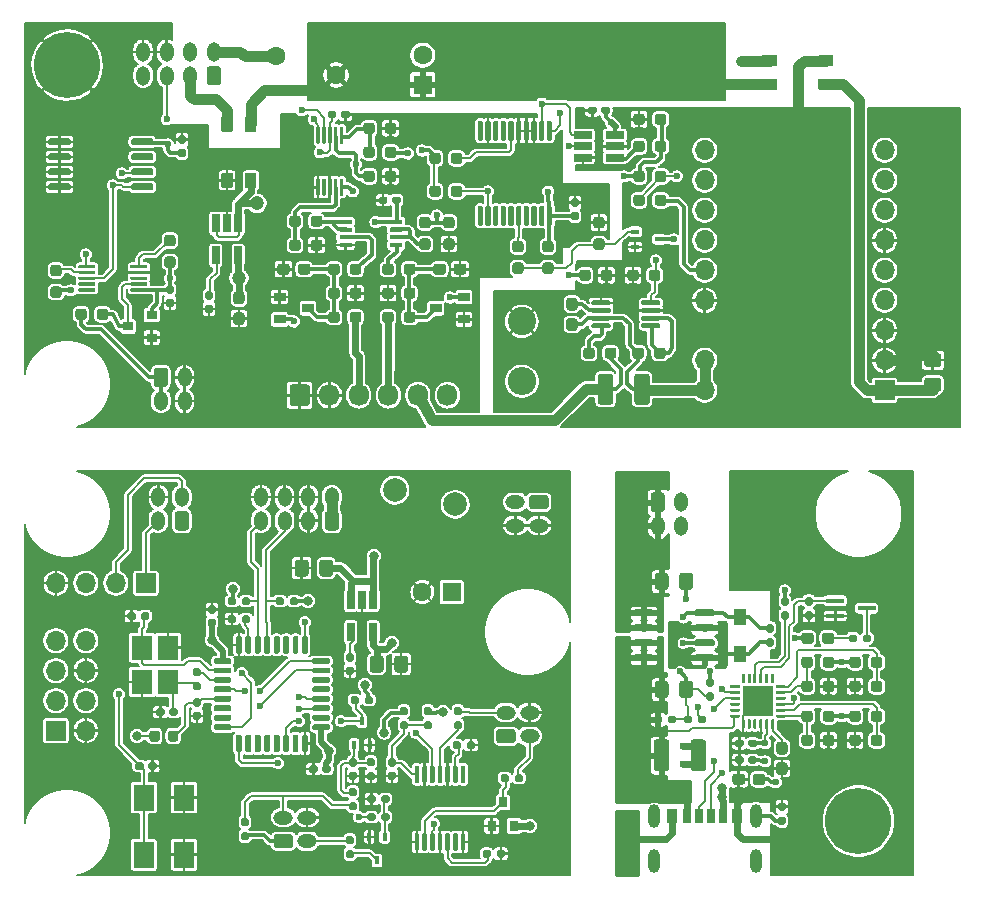
<source format=gtl>
G04 #@! TF.GenerationSoftware,KiCad,Pcbnew,(5.1.10-1-10_14)*
G04 #@! TF.CreationDate,2022-03-22T14:27:17+09:00*
G04 #@! TF.ProjectId,EH-900,45482d39-3030-42e6-9b69-6361645f7063,rev?*
G04 #@! TF.SameCoordinates,PX5f5e100PY510ff40*
G04 #@! TF.FileFunction,Copper,L1,Top*
G04 #@! TF.FilePolarity,Positive*
%FSLAX46Y46*%
G04 Gerber Fmt 4.6, Leading zero omitted, Abs format (unit mm)*
G04 Created by KiCad (PCBNEW (5.1.10-1-10_14)) date 2022-03-22 14:27:17*
%MOMM*%
%LPD*%
G01*
G04 APERTURE LIST*
G04 #@! TA.AperFunction,SMDPad,CuDef*
%ADD10R,0.700000X1.150000*%
G04 #@! TD*
G04 #@! TA.AperFunction,SMDPad,CuDef*
%ADD11R,0.800000X1.150000*%
G04 #@! TD*
G04 #@! TA.AperFunction,SMDPad,CuDef*
%ADD12R,0.900000X1.150000*%
G04 #@! TD*
G04 #@! TA.AperFunction,ComponentPad*
%ADD13O,1.000000X2.000000*%
G04 #@! TD*
G04 #@! TA.AperFunction,SMDPad,CuDef*
%ADD14R,2.600000X2.600000*%
G04 #@! TD*
G04 #@! TA.AperFunction,SMDPad,CuDef*
%ADD15R,1.500000X0.450000*%
G04 #@! TD*
G04 #@! TA.AperFunction,SMDPad,CuDef*
%ADD16R,1.100000X1.400000*%
G04 #@! TD*
G04 #@! TA.AperFunction,SMDPad,CuDef*
%ADD17R,1.560000X0.650000*%
G04 #@! TD*
G04 #@! TA.AperFunction,SMDPad,CuDef*
%ADD18R,0.900000X0.800000*%
G04 #@! TD*
G04 #@! TA.AperFunction,ComponentPad*
%ADD19O,1.700000X1.700000*%
G04 #@! TD*
G04 #@! TA.AperFunction,ComponentPad*
%ADD20R,1.700000X1.700000*%
G04 #@! TD*
G04 #@! TA.AperFunction,ComponentPad*
%ADD21C,1.600000*%
G04 #@! TD*
G04 #@! TA.AperFunction,ComponentPad*
%ADD22R,1.600000X1.600000*%
G04 #@! TD*
G04 #@! TA.AperFunction,ComponentPad*
%ADD23C,4.000000*%
G04 #@! TD*
G04 #@! TA.AperFunction,ConnectorPad*
%ADD24C,5.600000*%
G04 #@! TD*
G04 #@! TA.AperFunction,ComponentPad*
%ADD25C,3.600000*%
G04 #@! TD*
G04 #@! TA.AperFunction,ComponentPad*
%ADD26C,2.010000*%
G04 #@! TD*
G04 #@! TA.AperFunction,ComponentPad*
%ADD27O,1.200000X1.650000*%
G04 #@! TD*
G04 #@! TA.AperFunction,ComponentPad*
%ADD28O,1.650000X1.200000*%
G04 #@! TD*
G04 #@! TA.AperFunction,SMDPad,CuDef*
%ADD29R,1.800000X2.100000*%
G04 #@! TD*
G04 #@! TA.AperFunction,SMDPad,CuDef*
%ADD30R,1.800000X2.250000*%
G04 #@! TD*
G04 #@! TA.AperFunction,ComponentPad*
%ADD31O,1.700000X1.850000*%
G04 #@! TD*
G04 #@! TA.AperFunction,SMDPad,CuDef*
%ADD32R,0.700000X0.450000*%
G04 #@! TD*
G04 #@! TA.AperFunction,SMDPad,CuDef*
%ADD33R,0.450000X0.700000*%
G04 #@! TD*
G04 #@! TA.AperFunction,SMDPad,CuDef*
%ADD34R,1.100000X0.400000*%
G04 #@! TD*
G04 #@! TA.AperFunction,SMDPad,CuDef*
%ADD35R,1.000000X0.800000*%
G04 #@! TD*
G04 #@! TA.AperFunction,ComponentPad*
%ADD36O,2.400000X2.400000*%
G04 #@! TD*
G04 #@! TA.AperFunction,ComponentPad*
%ADD37C,2.400000*%
G04 #@! TD*
G04 #@! TA.AperFunction,SMDPad,CuDef*
%ADD38R,0.650000X1.560000*%
G04 #@! TD*
G04 #@! TA.AperFunction,SMDPad,CuDef*
%ADD39R,0.800000X0.900000*%
G04 #@! TD*
G04 #@! TA.AperFunction,ViaPad*
%ADD40C,1.200000*%
G04 #@! TD*
G04 #@! TA.AperFunction,ViaPad*
%ADD41C,0.600000*%
G04 #@! TD*
G04 #@! TA.AperFunction,ViaPad*
%ADD42C,0.800000*%
G04 #@! TD*
G04 #@! TA.AperFunction,Conductor*
%ADD43C,0.200000*%
G04 #@! TD*
G04 #@! TA.AperFunction,Conductor*
%ADD44C,0.600000*%
G04 #@! TD*
G04 #@! TA.AperFunction,Conductor*
%ADD45C,0.500000*%
G04 #@! TD*
G04 #@! TA.AperFunction,Conductor*
%ADD46C,0.300000*%
G04 #@! TD*
G04 #@! TA.AperFunction,Conductor*
%ADD47C,0.900000*%
G04 #@! TD*
G04 #@! TA.AperFunction,Conductor*
%ADD48C,0.100000*%
G04 #@! TD*
G04 #@! TA.AperFunction,Conductor*
%ADD49C,0.254000*%
G04 #@! TD*
G04 APERTURE END LIST*
D10*
G04 #@! TO.P,J301,B5*
G04 #@! TO.N,Net-(J301-PadB5)*
X58500000Y5405000D03*
G04 #@! TO.P,J301,A5*
G04 #@! TO.N,Net-(J301-PadA5)*
X57500000Y5405000D03*
D11*
G04 #@! TO.P,J301,B9*
G04 #@! TO.N,Net-(C302-Pad1)*
X56480000Y5405000D03*
G04 #@! TO.P,J301,A9*
X59520000Y5405000D03*
D12*
G04 #@! TO.P,J301,B12*
G04 #@! TO.N,GNDD*
X55250000Y5405000D03*
G04 #@! TO.P,J301,A12*
X60750000Y5405000D03*
D13*
G04 #@! TO.P,J301,S1*
G04 #@! TO.N,Net-(J301-PadS1)*
X53680000Y5400000D03*
G04 #@! TO.P,J301,S2*
X62320000Y5400000D03*
G04 #@! TO.P,J301,S3*
X53680000Y1600000D03*
G04 #@! TO.P,J301,S4*
X62320000Y1600000D03*
G04 #@! TD*
D14*
G04 #@! TO.P,U301,25*
G04 #@! TO.N,GNDD*
X62484000Y15140000D03*
G04 #@! TO.P,U301,24*
G04 #@! TO.N,Net-(C306-Pad2)*
G04 #@! TA.AperFunction,SMDPad,CuDef*
G36*
G01*
X63859000Y13552500D02*
X63859000Y12852500D01*
G75*
G02*
X63796500Y12790000I-62500J0D01*
G01*
X63671500Y12790000D01*
G75*
G02*
X63609000Y12852500I0J62500D01*
G01*
X63609000Y13552500D01*
G75*
G02*
X63671500Y13615000I62500J0D01*
G01*
X63796500Y13615000D01*
G75*
G02*
X63859000Y13552500I0J-62500D01*
G01*
G37*
G04 #@! TD.AperFunction*
G04 #@! TO.P,U301,23*
G04 #@! TO.N,/USB PD Power Supply/PD_3V3*
G04 #@! TA.AperFunction,SMDPad,CuDef*
G36*
G01*
X63359000Y13552500D02*
X63359000Y12852500D01*
G75*
G02*
X63296500Y12790000I-62500J0D01*
G01*
X63171500Y12790000D01*
G75*
G02*
X63109000Y12852500I0J62500D01*
G01*
X63109000Y13552500D01*
G75*
G02*
X63171500Y13615000I62500J0D01*
G01*
X63296500Y13615000D01*
G75*
G02*
X63359000Y13552500I0J-62500D01*
G01*
G37*
G04 #@! TD.AperFunction*
G04 #@! TO.P,U301,22*
G04 #@! TO.N,GNDD*
G04 #@! TA.AperFunction,SMDPad,CuDef*
G36*
G01*
X62859000Y13552500D02*
X62859000Y12852500D01*
G75*
G02*
X62796500Y12790000I-62500J0D01*
G01*
X62671500Y12790000D01*
G75*
G02*
X62609000Y12852500I0J62500D01*
G01*
X62609000Y13552500D01*
G75*
G02*
X62671500Y13615000I62500J0D01*
G01*
X62796500Y13615000D01*
G75*
G02*
X62859000Y13552500I0J-62500D01*
G01*
G37*
G04 #@! TD.AperFunction*
G04 #@! TO.P,U301,21*
G04 #@! TO.N,Net-(U301-Pad21)*
G04 #@! TA.AperFunction,SMDPad,CuDef*
G36*
G01*
X62359000Y13552500D02*
X62359000Y12852500D01*
G75*
G02*
X62296500Y12790000I-62500J0D01*
G01*
X62171500Y12790000D01*
G75*
G02*
X62109000Y12852500I0J62500D01*
G01*
X62109000Y13552500D01*
G75*
G02*
X62171500Y13615000I62500J0D01*
G01*
X62296500Y13615000D01*
G75*
G02*
X62359000Y13552500I0J-62500D01*
G01*
G37*
G04 #@! TD.AperFunction*
G04 #@! TO.P,U301,20*
G04 #@! TO.N,Net-(U301-Pad20)*
G04 #@! TA.AperFunction,SMDPad,CuDef*
G36*
G01*
X61859000Y13552500D02*
X61859000Y12852500D01*
G75*
G02*
X61796500Y12790000I-62500J0D01*
G01*
X61671500Y12790000D01*
G75*
G02*
X61609000Y12852500I0J62500D01*
G01*
X61609000Y13552500D01*
G75*
G02*
X61671500Y13615000I62500J0D01*
G01*
X61796500Y13615000D01*
G75*
G02*
X61859000Y13552500I0J-62500D01*
G01*
G37*
G04 #@! TD.AperFunction*
G04 #@! TO.P,U301,19*
G04 #@! TO.N,GNDD*
G04 #@! TA.AperFunction,SMDPad,CuDef*
G36*
G01*
X61359000Y13552500D02*
X61359000Y12852500D01*
G75*
G02*
X61296500Y12790000I-62500J0D01*
G01*
X61171500Y12790000D01*
G75*
G02*
X61109000Y12852500I0J62500D01*
G01*
X61109000Y13552500D01*
G75*
G02*
X61171500Y13615000I62500J0D01*
G01*
X61296500Y13615000D01*
G75*
G02*
X61359000Y13552500I0J-62500D01*
G01*
G37*
G04 #@! TD.AperFunction*
G04 #@! TO.P,U301,18*
G04 #@! TO.N,Net-(C302-Pad1)*
G04 #@! TA.AperFunction,SMDPad,CuDef*
G36*
G01*
X60959000Y13952500D02*
X60959000Y13827500D01*
G75*
G02*
X60896500Y13765000I-62500J0D01*
G01*
X60196500Y13765000D01*
G75*
G02*
X60134000Y13827500I0J62500D01*
G01*
X60134000Y13952500D01*
G75*
G02*
X60196500Y14015000I62500J0D01*
G01*
X60896500Y14015000D01*
G75*
G02*
X60959000Y13952500I0J-62500D01*
G01*
G37*
G04 #@! TD.AperFunction*
G04 #@! TO.P,U301,17*
G04 #@! TO.N,Net-(U301-Pad17)*
G04 #@! TA.AperFunction,SMDPad,CuDef*
G36*
G01*
X60959000Y14452500D02*
X60959000Y14327500D01*
G75*
G02*
X60896500Y14265000I-62500J0D01*
G01*
X60196500Y14265000D01*
G75*
G02*
X60134000Y14327500I0J62500D01*
G01*
X60134000Y14452500D01*
G75*
G02*
X60196500Y14515000I62500J0D01*
G01*
X60896500Y14515000D01*
G75*
G02*
X60959000Y14452500I0J-62500D01*
G01*
G37*
G04 #@! TD.AperFunction*
G04 #@! TO.P,U301,16*
G04 #@! TO.N,Net-(U301-Pad16)*
G04 #@! TA.AperFunction,SMDPad,CuDef*
G36*
G01*
X60959000Y14952500D02*
X60959000Y14827500D01*
G75*
G02*
X60896500Y14765000I-62500J0D01*
G01*
X60196500Y14765000D01*
G75*
G02*
X60134000Y14827500I0J62500D01*
G01*
X60134000Y14952500D01*
G75*
G02*
X60196500Y15015000I62500J0D01*
G01*
X60896500Y15015000D01*
G75*
G02*
X60959000Y14952500I0J-62500D01*
G01*
G37*
G04 #@! TD.AperFunction*
G04 #@! TO.P,U301,15*
G04 #@! TO.N,Net-(J301-PadA5)*
G04 #@! TA.AperFunction,SMDPad,CuDef*
G36*
G01*
X60959000Y15452500D02*
X60959000Y15327500D01*
G75*
G02*
X60896500Y15265000I-62500J0D01*
G01*
X60196500Y15265000D01*
G75*
G02*
X60134000Y15327500I0J62500D01*
G01*
X60134000Y15452500D01*
G75*
G02*
X60196500Y15515000I62500J0D01*
G01*
X60896500Y15515000D01*
G75*
G02*
X60959000Y15452500I0J-62500D01*
G01*
G37*
G04 #@! TD.AperFunction*
G04 #@! TO.P,U301,14*
G04 #@! TO.N,Net-(J301-PadB5)*
G04 #@! TA.AperFunction,SMDPad,CuDef*
G36*
G01*
X60959000Y15952500D02*
X60959000Y15827500D01*
G75*
G02*
X60896500Y15765000I-62500J0D01*
G01*
X60196500Y15765000D01*
G75*
G02*
X60134000Y15827500I0J62500D01*
G01*
X60134000Y15952500D01*
G75*
G02*
X60196500Y16015000I62500J0D01*
G01*
X60896500Y16015000D01*
G75*
G02*
X60959000Y15952500I0J-62500D01*
G01*
G37*
G04 #@! TD.AperFunction*
G04 #@! TO.P,U301,13*
G04 #@! TO.N,Net-(U301-Pad13)*
G04 #@! TA.AperFunction,SMDPad,CuDef*
G36*
G01*
X60959000Y16452500D02*
X60959000Y16327500D01*
G75*
G02*
X60896500Y16265000I-62500J0D01*
G01*
X60196500Y16265000D01*
G75*
G02*
X60134000Y16327500I0J62500D01*
G01*
X60134000Y16452500D01*
G75*
G02*
X60196500Y16515000I62500J0D01*
G01*
X60896500Y16515000D01*
G75*
G02*
X60959000Y16452500I0J-62500D01*
G01*
G37*
G04 #@! TD.AperFunction*
G04 #@! TO.P,U301,12*
G04 #@! TO.N,Net-(U301-Pad12)*
G04 #@! TA.AperFunction,SMDPad,CuDef*
G36*
G01*
X61359000Y17427500D02*
X61359000Y16727500D01*
G75*
G02*
X61296500Y16665000I-62500J0D01*
G01*
X61171500Y16665000D01*
G75*
G02*
X61109000Y16727500I0J62500D01*
G01*
X61109000Y17427500D01*
G75*
G02*
X61171500Y17490000I62500J0D01*
G01*
X61296500Y17490000D01*
G75*
G02*
X61359000Y17427500I0J-62500D01*
G01*
G37*
G04 #@! TD.AperFunction*
G04 #@! TO.P,U301,11*
G04 #@! TO.N,Net-(U301-Pad11)*
G04 #@! TA.AperFunction,SMDPad,CuDef*
G36*
G01*
X61859000Y17427500D02*
X61859000Y16727500D01*
G75*
G02*
X61796500Y16665000I-62500J0D01*
G01*
X61671500Y16665000D01*
G75*
G02*
X61609000Y16727500I0J62500D01*
G01*
X61609000Y17427500D01*
G75*
G02*
X61671500Y17490000I62500J0D01*
G01*
X61796500Y17490000D01*
G75*
G02*
X61859000Y17427500I0J-62500D01*
G01*
G37*
G04 #@! TD.AperFunction*
G04 #@! TO.P,U301,10*
G04 #@! TO.N,Net-(R312-Pad1)*
G04 #@! TA.AperFunction,SMDPad,CuDef*
G36*
G01*
X62359000Y17427500D02*
X62359000Y16727500D01*
G75*
G02*
X62296500Y16665000I-62500J0D01*
G01*
X62171500Y16665000D01*
G75*
G02*
X62109000Y16727500I0J62500D01*
G01*
X62109000Y17427500D01*
G75*
G02*
X62171500Y17490000I62500J0D01*
G01*
X62296500Y17490000D01*
G75*
G02*
X62359000Y17427500I0J-62500D01*
G01*
G37*
G04 #@! TD.AperFunction*
G04 #@! TO.P,U301,9*
G04 #@! TO.N,Net-(Q302-Pad1)*
G04 #@! TA.AperFunction,SMDPad,CuDef*
G36*
G01*
X62859000Y17427500D02*
X62859000Y16727500D01*
G75*
G02*
X62796500Y16665000I-62500J0D01*
G01*
X62671500Y16665000D01*
G75*
G02*
X62609000Y16727500I0J62500D01*
G01*
X62609000Y17427500D01*
G75*
G02*
X62671500Y17490000I62500J0D01*
G01*
X62796500Y17490000D01*
G75*
G02*
X62859000Y17427500I0J-62500D01*
G01*
G37*
G04 #@! TD.AperFunction*
G04 #@! TO.P,U301,8*
G04 #@! TO.N,Net-(U301-Pad8)*
G04 #@! TA.AperFunction,SMDPad,CuDef*
G36*
G01*
X63359000Y17427500D02*
X63359000Y16727500D01*
G75*
G02*
X63296500Y16665000I-62500J0D01*
G01*
X63171500Y16665000D01*
G75*
G02*
X63109000Y16727500I0J62500D01*
G01*
X63109000Y17427500D01*
G75*
G02*
X63171500Y17490000I62500J0D01*
G01*
X63296500Y17490000D01*
G75*
G02*
X63359000Y17427500I0J-62500D01*
G01*
G37*
G04 #@! TD.AperFunction*
G04 #@! TO.P,U301,7*
G04 #@! TO.N,Net-(U301-Pad7)*
G04 #@! TA.AperFunction,SMDPad,CuDef*
G36*
G01*
X63859000Y17427500D02*
X63859000Y16727500D01*
G75*
G02*
X63796500Y16665000I-62500J0D01*
G01*
X63671500Y16665000D01*
G75*
G02*
X63609000Y16727500I0J62500D01*
G01*
X63609000Y17427500D01*
G75*
G02*
X63671500Y17490000I62500J0D01*
G01*
X63796500Y17490000D01*
G75*
G02*
X63859000Y17427500I0J-62500D01*
G01*
G37*
G04 #@! TD.AperFunction*
G04 #@! TO.P,U301,6*
G04 #@! TO.N,Net-(R301-Pad2)*
G04 #@! TA.AperFunction,SMDPad,CuDef*
G36*
G01*
X64834000Y16452500D02*
X64834000Y16327500D01*
G75*
G02*
X64771500Y16265000I-62500J0D01*
G01*
X64071500Y16265000D01*
G75*
G02*
X64009000Y16327500I0J62500D01*
G01*
X64009000Y16452500D01*
G75*
G02*
X64071500Y16515000I62500J0D01*
G01*
X64771500Y16515000D01*
G75*
G02*
X64834000Y16452500I0J-62500D01*
G01*
G37*
G04 #@! TD.AperFunction*
G04 #@! TO.P,U301,5*
G04 #@! TO.N,Net-(R303-Pad2)*
G04 #@! TA.AperFunction,SMDPad,CuDef*
G36*
G01*
X64834000Y15952500D02*
X64834000Y15827500D01*
G75*
G02*
X64771500Y15765000I-62500J0D01*
G01*
X64071500Y15765000D01*
G75*
G02*
X64009000Y15827500I0J62500D01*
G01*
X64009000Y15952500D01*
G75*
G02*
X64071500Y16015000I62500J0D01*
G01*
X64771500Y16015000D01*
G75*
G02*
X64834000Y15952500I0J-62500D01*
G01*
G37*
G04 #@! TD.AperFunction*
G04 #@! TO.P,U301,4*
G04 #@! TO.N,Net-(U301-Pad4)*
G04 #@! TA.AperFunction,SMDPad,CuDef*
G36*
G01*
X64834000Y15452500D02*
X64834000Y15327500D01*
G75*
G02*
X64771500Y15265000I-62500J0D01*
G01*
X64071500Y15265000D01*
G75*
G02*
X64009000Y15327500I0J62500D01*
G01*
X64009000Y15452500D01*
G75*
G02*
X64071500Y15515000I62500J0D01*
G01*
X64771500Y15515000D01*
G75*
G02*
X64834000Y15452500I0J-62500D01*
G01*
G37*
G04 #@! TD.AperFunction*
G04 #@! TO.P,U301,3*
G04 #@! TO.N,Net-(R310-Pad2)*
G04 #@! TA.AperFunction,SMDPad,CuDef*
G36*
G01*
X64834000Y14952500D02*
X64834000Y14827500D01*
G75*
G02*
X64771500Y14765000I-62500J0D01*
G01*
X64071500Y14765000D01*
G75*
G02*
X64009000Y14827500I0J62500D01*
G01*
X64009000Y14952500D01*
G75*
G02*
X64071500Y15015000I62500J0D01*
G01*
X64771500Y15015000D01*
G75*
G02*
X64834000Y14952500I0J-62500D01*
G01*
G37*
G04 #@! TD.AperFunction*
G04 #@! TO.P,U301,2*
G04 #@! TO.N,Net-(R306-Pad2)*
G04 #@! TA.AperFunction,SMDPad,CuDef*
G36*
G01*
X64834000Y14452500D02*
X64834000Y14327500D01*
G75*
G02*
X64771500Y14265000I-62500J0D01*
G01*
X64071500Y14265000D01*
G75*
G02*
X64009000Y14327500I0J62500D01*
G01*
X64009000Y14452500D01*
G75*
G02*
X64071500Y14515000I62500J0D01*
G01*
X64771500Y14515000D01*
G75*
G02*
X64834000Y14452500I0J-62500D01*
G01*
G37*
G04 #@! TD.AperFunction*
G04 #@! TO.P,U301,1*
G04 #@! TO.N,Net-(R308-Pad2)*
G04 #@! TA.AperFunction,SMDPad,CuDef*
G36*
G01*
X64834000Y13952500D02*
X64834000Y13827500D01*
G75*
G02*
X64771500Y13765000I-62500J0D01*
G01*
X64071500Y13765000D01*
G75*
G02*
X64009000Y13827500I0J62500D01*
G01*
X64009000Y13952500D01*
G75*
G02*
X64071500Y14015000I62500J0D01*
G01*
X64771500Y14015000D01*
G75*
G02*
X64834000Y13952500I0J-62500D01*
G01*
G37*
G04 #@! TD.AperFunction*
G04 #@! TD*
G04 #@! TO.P,R305,2*
G04 #@! TO.N,GNDD*
G04 #@! TA.AperFunction,SMDPad,CuDef*
G36*
G01*
X64676000Y5855000D02*
X64356000Y5855000D01*
G75*
G02*
X64196000Y6015000I0J160000D01*
G01*
X64196000Y6410000D01*
G75*
G02*
X64356000Y6570000I160000J0D01*
G01*
X64676000Y6570000D01*
G75*
G02*
X64836000Y6410000I0J-160000D01*
G01*
X64836000Y6015000D01*
G75*
G02*
X64676000Y5855000I-160000J0D01*
G01*
G37*
G04 #@! TD.AperFunction*
G04 #@! TO.P,R305,1*
G04 #@! TO.N,Net-(J301-PadS1)*
G04 #@! TA.AperFunction,SMDPad,CuDef*
G36*
G01*
X64676000Y4660000D02*
X64356000Y4660000D01*
G75*
G02*
X64196000Y4820000I0J160000D01*
G01*
X64196000Y5215000D01*
G75*
G02*
X64356000Y5375000I160000J0D01*
G01*
X64676000Y5375000D01*
G75*
G02*
X64836000Y5215000I0J-160000D01*
G01*
X64836000Y4820000D01*
G75*
G02*
X64676000Y4660000I-160000J0D01*
G01*
G37*
G04 #@! TD.AperFunction*
G04 #@! TD*
G04 #@! TO.P,D302,2*
G04 #@! TO.N,/USB PD Power Supply/PD_3V3*
G04 #@! TA.AperFunction,SMDPad,CuDef*
G36*
G01*
X67214000Y20711500D02*
X67214000Y20236500D01*
G75*
G02*
X66976500Y19999000I-237500J0D01*
G01*
X66401500Y19999000D01*
G75*
G02*
X66164000Y20236500I0J237500D01*
G01*
X66164000Y20711500D01*
G75*
G02*
X66401500Y20949000I237500J0D01*
G01*
X66976500Y20949000D01*
G75*
G02*
X67214000Y20711500I0J-237500D01*
G01*
G37*
G04 #@! TD.AperFunction*
G04 #@! TO.P,D302,1*
G04 #@! TO.N,Net-(D302-Pad1)*
G04 #@! TA.AperFunction,SMDPad,CuDef*
G36*
G01*
X68964000Y20711500D02*
X68964000Y20236500D01*
G75*
G02*
X68726500Y19999000I-237500J0D01*
G01*
X68151500Y19999000D01*
G75*
G02*
X67914000Y20236500I0J237500D01*
G01*
X67914000Y20711500D01*
G75*
G02*
X68151500Y20949000I237500J0D01*
G01*
X68726500Y20949000D01*
G75*
G02*
X68964000Y20711500I0J-237500D01*
G01*
G37*
G04 #@! TD.AperFunction*
G04 #@! TD*
G04 #@! TO.P,R316,2*
G04 #@! TO.N,Net-(Q302-Pad3)*
G04 #@! TA.AperFunction,SMDPad,CuDef*
G36*
G01*
X71360000Y20314000D02*
X71360000Y20634000D01*
G75*
G02*
X71520000Y20794000I160000J0D01*
G01*
X71915000Y20794000D01*
G75*
G02*
X72075000Y20634000I0J-160000D01*
G01*
X72075000Y20314000D01*
G75*
G02*
X71915000Y20154000I-160000J0D01*
G01*
X71520000Y20154000D01*
G75*
G02*
X71360000Y20314000I0J160000D01*
G01*
G37*
G04 #@! TD.AperFunction*
G04 #@! TO.P,R316,1*
G04 #@! TO.N,Net-(D302-Pad1)*
G04 #@! TA.AperFunction,SMDPad,CuDef*
G36*
G01*
X70165000Y20314000D02*
X70165000Y20634000D01*
G75*
G02*
X70325000Y20794000I160000J0D01*
G01*
X70720000Y20794000D01*
G75*
G02*
X70880000Y20634000I0J-160000D01*
G01*
X70880000Y20314000D01*
G75*
G02*
X70720000Y20154000I-160000J0D01*
G01*
X70325000Y20154000D01*
G75*
G02*
X70165000Y20314000I0J160000D01*
G01*
G37*
G04 #@! TD.AperFunction*
G04 #@! TD*
G04 #@! TO.P,R315,2*
G04 #@! TO.N,GNDD*
G04 #@! TA.AperFunction,SMDPad,CuDef*
G36*
G01*
X66642000Y22774000D02*
X66962000Y22774000D01*
G75*
G02*
X67122000Y22614000I0J-160000D01*
G01*
X67122000Y22219000D01*
G75*
G02*
X66962000Y22059000I-160000J0D01*
G01*
X66642000Y22059000D01*
G75*
G02*
X66482000Y22219000I0J160000D01*
G01*
X66482000Y22614000D01*
G75*
G02*
X66642000Y22774000I160000J0D01*
G01*
G37*
G04 #@! TD.AperFunction*
G04 #@! TO.P,R315,1*
G04 #@! TO.N,Net-(Q302-Pad1)*
G04 #@! TA.AperFunction,SMDPad,CuDef*
G36*
G01*
X66642000Y23969000D02*
X66962000Y23969000D01*
G75*
G02*
X67122000Y23809000I0J-160000D01*
G01*
X67122000Y23414000D01*
G75*
G02*
X66962000Y23254000I-160000J0D01*
G01*
X66642000Y23254000D01*
G75*
G02*
X66482000Y23414000I0J160000D01*
G01*
X66482000Y23809000D01*
G75*
G02*
X66642000Y23969000I160000J0D01*
G01*
G37*
G04 #@! TD.AperFunction*
G04 #@! TD*
G04 #@! TO.P,R314,2*
G04 #@! TO.N,Net-(C305-Pad2)*
G04 #@! TA.AperFunction,SMDPad,CuDef*
G36*
G01*
X58260000Y15916000D02*
X58580000Y15916000D01*
G75*
G02*
X58740000Y15756000I0J-160000D01*
G01*
X58740000Y15361000D01*
G75*
G02*
X58580000Y15201000I-160000J0D01*
G01*
X58260000Y15201000D01*
G75*
G02*
X58100000Y15361000I0J160000D01*
G01*
X58100000Y15756000D01*
G75*
G02*
X58260000Y15916000I160000J0D01*
G01*
G37*
G04 #@! TD.AperFunction*
G04 #@! TO.P,R314,1*
G04 #@! TO.N,Net-(D301-Pad2)*
G04 #@! TA.AperFunction,SMDPad,CuDef*
G36*
G01*
X58260000Y17111000D02*
X58580000Y17111000D01*
G75*
G02*
X58740000Y16951000I0J-160000D01*
G01*
X58740000Y16556000D01*
G75*
G02*
X58580000Y16396000I-160000J0D01*
G01*
X58260000Y16396000D01*
G75*
G02*
X58100000Y16556000I0J160000D01*
G01*
X58100000Y16951000D01*
G75*
G02*
X58260000Y17111000I160000J0D01*
G01*
G37*
G04 #@! TD.AperFunction*
G04 #@! TD*
G04 #@! TO.P,R313,2*
G04 #@! TO.N,Net-(D301-Pad2)*
G04 #@! TA.AperFunction,SMDPad,CuDef*
G36*
G01*
X63660000Y20968000D02*
X63340000Y20968000D01*
G75*
G02*
X63180000Y21128000I0J160000D01*
G01*
X63180000Y21523000D01*
G75*
G02*
X63340000Y21683000I160000J0D01*
G01*
X63660000Y21683000D01*
G75*
G02*
X63820000Y21523000I0J-160000D01*
G01*
X63820000Y21128000D01*
G75*
G02*
X63660000Y20968000I-160000J0D01*
G01*
G37*
G04 #@! TD.AperFunction*
G04 #@! TO.P,R313,1*
G04 #@! TO.N,Net-(D301-Pad1)*
G04 #@! TA.AperFunction,SMDPad,CuDef*
G36*
G01*
X63660000Y19773000D02*
X63340000Y19773000D01*
G75*
G02*
X63180000Y19933000I0J160000D01*
G01*
X63180000Y20328000D01*
G75*
G02*
X63340000Y20488000I160000J0D01*
G01*
X63660000Y20488000D01*
G75*
G02*
X63820000Y20328000I0J-160000D01*
G01*
X63820000Y19933000D01*
G75*
G02*
X63660000Y19773000I-160000J0D01*
G01*
G37*
G04 #@! TD.AperFunction*
G04 #@! TD*
G04 #@! TO.P,R312,2*
G04 #@! TO.N,/USB PD Power Supply/PD_3V3*
G04 #@! TA.AperFunction,SMDPad,CuDef*
G36*
G01*
X64930000Y23254000D02*
X64610000Y23254000D01*
G75*
G02*
X64450000Y23414000I0J160000D01*
G01*
X64450000Y23809000D01*
G75*
G02*
X64610000Y23969000I160000J0D01*
G01*
X64930000Y23969000D01*
G75*
G02*
X65090000Y23809000I0J-160000D01*
G01*
X65090000Y23414000D01*
G75*
G02*
X64930000Y23254000I-160000J0D01*
G01*
G37*
G04 #@! TD.AperFunction*
G04 #@! TO.P,R312,1*
G04 #@! TO.N,Net-(R312-Pad1)*
G04 #@! TA.AperFunction,SMDPad,CuDef*
G36*
G01*
X64930000Y22059000D02*
X64610000Y22059000D01*
G75*
G02*
X64450000Y22219000I0J160000D01*
G01*
X64450000Y22614000D01*
G75*
G02*
X64610000Y22774000I160000J0D01*
G01*
X64930000Y22774000D01*
G75*
G02*
X65090000Y22614000I0J-160000D01*
G01*
X65090000Y22219000D01*
G75*
G02*
X64930000Y22059000I-160000J0D01*
G01*
G37*
G04 #@! TD.AperFunction*
G04 #@! TD*
G04 #@! TO.P,R311,2*
G04 #@! TO.N,Net-(C305-Pad2)*
G04 #@! TA.AperFunction,SMDPad,CuDef*
G36*
G01*
X54850000Y13456000D02*
X54850000Y13776000D01*
G75*
G02*
X55010000Y13936000I160000J0D01*
G01*
X55405000Y13936000D01*
G75*
G02*
X55565000Y13776000I0J-160000D01*
G01*
X55565000Y13456000D01*
G75*
G02*
X55405000Y13296000I-160000J0D01*
G01*
X55010000Y13296000D01*
G75*
G02*
X54850000Y13456000I0J160000D01*
G01*
G37*
G04 #@! TD.AperFunction*
G04 #@! TO.P,R311,1*
G04 #@! TO.N,Net-(C302-Pad1)*
G04 #@! TA.AperFunction,SMDPad,CuDef*
G36*
G01*
X53655000Y13456000D02*
X53655000Y13776000D01*
G75*
G02*
X53815000Y13936000I160000J0D01*
G01*
X54210000Y13936000D01*
G75*
G02*
X54370000Y13776000I0J-160000D01*
G01*
X54370000Y13456000D01*
G75*
G02*
X54210000Y13296000I-160000J0D01*
G01*
X53815000Y13296000D01*
G75*
G02*
X53655000Y13456000I0J160000D01*
G01*
G37*
G04 #@! TD.AperFunction*
G04 #@! TD*
G04 #@! TO.P,R310,2*
G04 #@! TO.N,Net-(R310-Pad2)*
G04 #@! TA.AperFunction,SMDPad,CuDef*
G36*
G01*
X57390000Y13456000D02*
X57390000Y13776000D01*
G75*
G02*
X57550000Y13936000I160000J0D01*
G01*
X57945000Y13936000D01*
G75*
G02*
X58105000Y13776000I0J-160000D01*
G01*
X58105000Y13456000D01*
G75*
G02*
X57945000Y13296000I-160000J0D01*
G01*
X57550000Y13296000D01*
G75*
G02*
X57390000Y13456000I0J160000D01*
G01*
G37*
G04 #@! TD.AperFunction*
G04 #@! TO.P,R310,1*
G04 #@! TO.N,Net-(C305-Pad2)*
G04 #@! TA.AperFunction,SMDPad,CuDef*
G36*
G01*
X56195000Y13456000D02*
X56195000Y13776000D01*
G75*
G02*
X56355000Y13936000I160000J0D01*
G01*
X56750000Y13936000D01*
G75*
G02*
X56910000Y13776000I0J-160000D01*
G01*
X56910000Y13456000D01*
G75*
G02*
X56750000Y13296000I-160000J0D01*
G01*
X56355000Y13296000D01*
G75*
G02*
X56195000Y13456000I0J160000D01*
G01*
G37*
G04 #@! TD.AperFunction*
G04 #@! TD*
G04 #@! TO.P,R309,2*
G04 #@! TO.N,GNDD*
G04 #@! TA.AperFunction,SMDPad,CuDef*
G36*
G01*
X67989000Y11600500D02*
X67989000Y12075500D01*
G75*
G02*
X68226500Y12313000I237500J0D01*
G01*
X68726500Y12313000D01*
G75*
G02*
X68964000Y12075500I0J-237500D01*
G01*
X68964000Y11600500D01*
G75*
G02*
X68726500Y11363000I-237500J0D01*
G01*
X68226500Y11363000D01*
G75*
G02*
X67989000Y11600500I0J237500D01*
G01*
G37*
G04 #@! TD.AperFunction*
G04 #@! TO.P,R309,1*
G04 #@! TO.N,Net-(R308-Pad2)*
G04 #@! TA.AperFunction,SMDPad,CuDef*
G36*
G01*
X66164000Y11600500D02*
X66164000Y12075500D01*
G75*
G02*
X66401500Y12313000I237500J0D01*
G01*
X66901500Y12313000D01*
G75*
G02*
X67139000Y12075500I0J-237500D01*
G01*
X67139000Y11600500D01*
G75*
G02*
X66901500Y11363000I-237500J0D01*
G01*
X66401500Y11363000D01*
G75*
G02*
X66164000Y11600500I0J237500D01*
G01*
G37*
G04 #@! TD.AperFunction*
G04 #@! TD*
G04 #@! TO.P,R308,2*
G04 #@! TO.N,Net-(R308-Pad2)*
G04 #@! TA.AperFunction,SMDPad,CuDef*
G36*
G01*
X67139000Y14107500D02*
X67139000Y13632500D01*
G75*
G02*
X66901500Y13395000I-237500J0D01*
G01*
X66401500Y13395000D01*
G75*
G02*
X66164000Y13632500I0J237500D01*
G01*
X66164000Y14107500D01*
G75*
G02*
X66401500Y14345000I237500J0D01*
G01*
X66901500Y14345000D01*
G75*
G02*
X67139000Y14107500I0J-237500D01*
G01*
G37*
G04 #@! TD.AperFunction*
G04 #@! TO.P,R308,1*
G04 #@! TO.N,/USB PD Power Supply/PD_3V3*
G04 #@! TA.AperFunction,SMDPad,CuDef*
G36*
G01*
X68964000Y14107500D02*
X68964000Y13632500D01*
G75*
G02*
X68726500Y13395000I-237500J0D01*
G01*
X68226500Y13395000D01*
G75*
G02*
X67989000Y13632500I0J237500D01*
G01*
X67989000Y14107500D01*
G75*
G02*
X68226500Y14345000I237500J0D01*
G01*
X68726500Y14345000D01*
G75*
G02*
X68964000Y14107500I0J-237500D01*
G01*
G37*
G04 #@! TD.AperFunction*
G04 #@! TD*
G04 #@! TO.P,R307,2*
G04 #@! TO.N,GNDD*
G04 #@! TA.AperFunction,SMDPad,CuDef*
G36*
G01*
X71203000Y12075500D02*
X71203000Y11600500D01*
G75*
G02*
X70965500Y11363000I-237500J0D01*
G01*
X70465500Y11363000D01*
G75*
G02*
X70228000Y11600500I0J237500D01*
G01*
X70228000Y12075500D01*
G75*
G02*
X70465500Y12313000I237500J0D01*
G01*
X70965500Y12313000D01*
G75*
G02*
X71203000Y12075500I0J-237500D01*
G01*
G37*
G04 #@! TD.AperFunction*
G04 #@! TO.P,R307,1*
G04 #@! TO.N,Net-(R306-Pad2)*
G04 #@! TA.AperFunction,SMDPad,CuDef*
G36*
G01*
X73028000Y12075500D02*
X73028000Y11600500D01*
G75*
G02*
X72790500Y11363000I-237500J0D01*
G01*
X72290500Y11363000D01*
G75*
G02*
X72053000Y11600500I0J237500D01*
G01*
X72053000Y12075500D01*
G75*
G02*
X72290500Y12313000I237500J0D01*
G01*
X72790500Y12313000D01*
G75*
G02*
X73028000Y12075500I0J-237500D01*
G01*
G37*
G04 #@! TD.AperFunction*
G04 #@! TD*
G04 #@! TO.P,R306,2*
G04 #@! TO.N,Net-(R306-Pad2)*
G04 #@! TA.AperFunction,SMDPad,CuDef*
G36*
G01*
X72053000Y13632500D02*
X72053000Y14107500D01*
G75*
G02*
X72290500Y14345000I237500J0D01*
G01*
X72790500Y14345000D01*
G75*
G02*
X73028000Y14107500I0J-237500D01*
G01*
X73028000Y13632500D01*
G75*
G02*
X72790500Y13395000I-237500J0D01*
G01*
X72290500Y13395000D01*
G75*
G02*
X72053000Y13632500I0J237500D01*
G01*
G37*
G04 #@! TD.AperFunction*
G04 #@! TO.P,R306,1*
G04 #@! TO.N,/USB PD Power Supply/PD_3V3*
G04 #@! TA.AperFunction,SMDPad,CuDef*
G36*
G01*
X70228000Y13632500D02*
X70228000Y14107500D01*
G75*
G02*
X70465500Y14345000I237500J0D01*
G01*
X70965500Y14345000D01*
G75*
G02*
X71203000Y14107500I0J-237500D01*
G01*
X71203000Y13632500D01*
G75*
G02*
X70965500Y13395000I-237500J0D01*
G01*
X70465500Y13395000D01*
G75*
G02*
X70228000Y13632500I0J237500D01*
G01*
G37*
G04 #@! TD.AperFunction*
G04 #@! TD*
G04 #@! TO.P,R304,2*
G04 #@! TO.N,GNDD*
G04 #@! TA.AperFunction,SMDPad,CuDef*
G36*
G01*
X67989000Y16172500D02*
X67989000Y16647500D01*
G75*
G02*
X68226500Y16885000I237500J0D01*
G01*
X68726500Y16885000D01*
G75*
G02*
X68964000Y16647500I0J-237500D01*
G01*
X68964000Y16172500D01*
G75*
G02*
X68726500Y15935000I-237500J0D01*
G01*
X68226500Y15935000D01*
G75*
G02*
X67989000Y16172500I0J237500D01*
G01*
G37*
G04 #@! TD.AperFunction*
G04 #@! TO.P,R304,1*
G04 #@! TO.N,Net-(R303-Pad2)*
G04 #@! TA.AperFunction,SMDPad,CuDef*
G36*
G01*
X66164000Y16172500D02*
X66164000Y16647500D01*
G75*
G02*
X66401500Y16885000I237500J0D01*
G01*
X66901500Y16885000D01*
G75*
G02*
X67139000Y16647500I0J-237500D01*
G01*
X67139000Y16172500D01*
G75*
G02*
X66901500Y15935000I-237500J0D01*
G01*
X66401500Y15935000D01*
G75*
G02*
X66164000Y16172500I0J237500D01*
G01*
G37*
G04 #@! TD.AperFunction*
G04 #@! TD*
G04 #@! TO.P,R303,2*
G04 #@! TO.N,Net-(R303-Pad2)*
G04 #@! TA.AperFunction,SMDPad,CuDef*
G36*
G01*
X67139000Y18679500D02*
X67139000Y18204500D01*
G75*
G02*
X66901500Y17967000I-237500J0D01*
G01*
X66401500Y17967000D01*
G75*
G02*
X66164000Y18204500I0J237500D01*
G01*
X66164000Y18679500D01*
G75*
G02*
X66401500Y18917000I237500J0D01*
G01*
X66901500Y18917000D01*
G75*
G02*
X67139000Y18679500I0J-237500D01*
G01*
G37*
G04 #@! TD.AperFunction*
G04 #@! TO.P,R303,1*
G04 #@! TO.N,/USB PD Power Supply/PD_3V3*
G04 #@! TA.AperFunction,SMDPad,CuDef*
G36*
G01*
X68964000Y18679500D02*
X68964000Y18204500D01*
G75*
G02*
X68726500Y17967000I-237500J0D01*
G01*
X68226500Y17967000D01*
G75*
G02*
X67989000Y18204500I0J237500D01*
G01*
X67989000Y18679500D01*
G75*
G02*
X68226500Y18917000I237500J0D01*
G01*
X68726500Y18917000D01*
G75*
G02*
X68964000Y18679500I0J-237500D01*
G01*
G37*
G04 #@! TD.AperFunction*
G04 #@! TD*
G04 #@! TO.P,R302,2*
G04 #@! TO.N,GNDD*
G04 #@! TA.AperFunction,SMDPad,CuDef*
G36*
G01*
X71203000Y16647500D02*
X71203000Y16172500D01*
G75*
G02*
X70965500Y15935000I-237500J0D01*
G01*
X70465500Y15935000D01*
G75*
G02*
X70228000Y16172500I0J237500D01*
G01*
X70228000Y16647500D01*
G75*
G02*
X70465500Y16885000I237500J0D01*
G01*
X70965500Y16885000D01*
G75*
G02*
X71203000Y16647500I0J-237500D01*
G01*
G37*
G04 #@! TD.AperFunction*
G04 #@! TO.P,R302,1*
G04 #@! TO.N,Net-(R301-Pad2)*
G04 #@! TA.AperFunction,SMDPad,CuDef*
G36*
G01*
X73028000Y16647500D02*
X73028000Y16172500D01*
G75*
G02*
X72790500Y15935000I-237500J0D01*
G01*
X72290500Y15935000D01*
G75*
G02*
X72053000Y16172500I0J237500D01*
G01*
X72053000Y16647500D01*
G75*
G02*
X72290500Y16885000I237500J0D01*
G01*
X72790500Y16885000D01*
G75*
G02*
X73028000Y16647500I0J-237500D01*
G01*
G37*
G04 #@! TD.AperFunction*
G04 #@! TD*
G04 #@! TO.P,R301,2*
G04 #@! TO.N,Net-(R301-Pad2)*
G04 #@! TA.AperFunction,SMDPad,CuDef*
G36*
G01*
X72053000Y18204500D02*
X72053000Y18679500D01*
G75*
G02*
X72290500Y18917000I237500J0D01*
G01*
X72790500Y18917000D01*
G75*
G02*
X73028000Y18679500I0J-237500D01*
G01*
X73028000Y18204500D01*
G75*
G02*
X72790500Y17967000I-237500J0D01*
G01*
X72290500Y17967000D01*
G75*
G02*
X72053000Y18204500I0J237500D01*
G01*
G37*
G04 #@! TD.AperFunction*
G04 #@! TO.P,R301,1*
G04 #@! TO.N,/USB PD Power Supply/PD_3V3*
G04 #@! TA.AperFunction,SMDPad,CuDef*
G36*
G01*
X70228000Y18204500D02*
X70228000Y18679500D01*
G75*
G02*
X70465500Y18917000I237500J0D01*
G01*
X70965500Y18917000D01*
G75*
G02*
X71203000Y18679500I0J-237500D01*
G01*
X71203000Y18204500D01*
G75*
G02*
X70965500Y17967000I-237500J0D01*
G01*
X70465500Y17967000D01*
G75*
G02*
X70228000Y18204500I0J237500D01*
G01*
G37*
G04 #@! TD.AperFunction*
G04 #@! TD*
D15*
G04 #@! TO.P,Q302,3*
G04 #@! TO.N,Net-(Q302-Pad3)*
X71688000Y23014000D03*
G04 #@! TO.P,Q302,2*
G04 #@! TO.N,GNDD*
X69028000Y22364000D03*
G04 #@! TO.P,Q302,1*
G04 #@! TO.N,Net-(Q302-Pad1)*
X69028000Y23664000D03*
G04 #@! TD*
G04 #@! TO.P,Q301,8*
G04 #@! TO.N,Net-(C302-Pad1)*
G04 #@! TA.AperFunction,SMDPad,CuDef*
G36*
G01*
X53672000Y18973000D02*
X53672000Y18673000D01*
G75*
G02*
X53522000Y18523000I-150000J0D01*
G01*
X52072000Y18523000D01*
G75*
G02*
X51922000Y18673000I0J150000D01*
G01*
X51922000Y18973000D01*
G75*
G02*
X52072000Y19123000I150000J0D01*
G01*
X53522000Y19123000D01*
G75*
G02*
X53672000Y18973000I0J-150000D01*
G01*
G37*
G04 #@! TD.AperFunction*
G04 #@! TO.P,Q301,7*
G04 #@! TA.AperFunction,SMDPad,CuDef*
G36*
G01*
X53672000Y20243000D02*
X53672000Y19943000D01*
G75*
G02*
X53522000Y19793000I-150000J0D01*
G01*
X52072000Y19793000D01*
G75*
G02*
X51922000Y19943000I0J150000D01*
G01*
X51922000Y20243000D01*
G75*
G02*
X52072000Y20393000I150000J0D01*
G01*
X53522000Y20393000D01*
G75*
G02*
X53672000Y20243000I0J-150000D01*
G01*
G37*
G04 #@! TD.AperFunction*
G04 #@! TO.P,Q301,6*
G04 #@! TO.N,Net-(C307-Pad1)*
G04 #@! TA.AperFunction,SMDPad,CuDef*
G36*
G01*
X53672000Y21513000D02*
X53672000Y21213000D01*
G75*
G02*
X53522000Y21063000I-150000J0D01*
G01*
X52072000Y21063000D01*
G75*
G02*
X51922000Y21213000I0J150000D01*
G01*
X51922000Y21513000D01*
G75*
G02*
X52072000Y21663000I150000J0D01*
G01*
X53522000Y21663000D01*
G75*
G02*
X53672000Y21513000I0J-150000D01*
G01*
G37*
G04 #@! TD.AperFunction*
G04 #@! TO.P,Q301,5*
G04 #@! TA.AperFunction,SMDPad,CuDef*
G36*
G01*
X53672000Y22783000D02*
X53672000Y22483000D01*
G75*
G02*
X53522000Y22333000I-150000J0D01*
G01*
X52072000Y22333000D01*
G75*
G02*
X51922000Y22483000I0J150000D01*
G01*
X51922000Y22783000D01*
G75*
G02*
X52072000Y22933000I150000J0D01*
G01*
X53522000Y22933000D01*
G75*
G02*
X53672000Y22783000I0J-150000D01*
G01*
G37*
G04 #@! TD.AperFunction*
G04 #@! TO.P,Q301,4*
G04 #@! TO.N,Net-(D301-Pad2)*
G04 #@! TA.AperFunction,SMDPad,CuDef*
G36*
G01*
X58822000Y22783000D02*
X58822000Y22483000D01*
G75*
G02*
X58672000Y22333000I-150000J0D01*
G01*
X57222000Y22333000D01*
G75*
G02*
X57072000Y22483000I0J150000D01*
G01*
X57072000Y22783000D01*
G75*
G02*
X57222000Y22933000I150000J0D01*
G01*
X58672000Y22933000D01*
G75*
G02*
X58822000Y22783000I0J-150000D01*
G01*
G37*
G04 #@! TD.AperFunction*
G04 #@! TO.P,Q301,3*
G04 #@! TO.N,Net-(D301-Pad1)*
G04 #@! TA.AperFunction,SMDPad,CuDef*
G36*
G01*
X58822000Y21513000D02*
X58822000Y21213000D01*
G75*
G02*
X58672000Y21063000I-150000J0D01*
G01*
X57222000Y21063000D01*
G75*
G02*
X57072000Y21213000I0J150000D01*
G01*
X57072000Y21513000D01*
G75*
G02*
X57222000Y21663000I150000J0D01*
G01*
X58672000Y21663000D01*
G75*
G02*
X58822000Y21513000I0J-150000D01*
G01*
G37*
G04 #@! TD.AperFunction*
G04 #@! TO.P,Q301,2*
G04 #@! TO.N,Net-(D301-Pad2)*
G04 #@! TA.AperFunction,SMDPad,CuDef*
G36*
G01*
X58822000Y20243000D02*
X58822000Y19943000D01*
G75*
G02*
X58672000Y19793000I-150000J0D01*
G01*
X57222000Y19793000D01*
G75*
G02*
X57072000Y19943000I0J150000D01*
G01*
X57072000Y20243000D01*
G75*
G02*
X57222000Y20393000I150000J0D01*
G01*
X58672000Y20393000D01*
G75*
G02*
X58822000Y20243000I0J-150000D01*
G01*
G37*
G04 #@! TD.AperFunction*
G04 #@! TO.P,Q301,1*
G04 #@! TO.N,Net-(D301-Pad1)*
G04 #@! TA.AperFunction,SMDPad,CuDef*
G36*
G01*
X58822000Y18973000D02*
X58822000Y18673000D01*
G75*
G02*
X58672000Y18523000I-150000J0D01*
G01*
X57222000Y18523000D01*
G75*
G02*
X57072000Y18673000I0J150000D01*
G01*
X57072000Y18973000D01*
G75*
G02*
X57222000Y19123000I150000J0D01*
G01*
X58672000Y19123000D01*
G75*
G02*
X58822000Y18973000I0J-150000D01*
G01*
G37*
G04 #@! TD.AperFunction*
G04 #@! TD*
D16*
G04 #@! TO.P,D301,1*
G04 #@! TO.N,Net-(D301-Pad1)*
X60960000Y19178000D03*
G04 #@! TO.P,D301,2*
G04 #@! TO.N,Net-(D301-Pad2)*
X60960000Y22278000D03*
G04 #@! TD*
G04 #@! TO.P,C307,2*
G04 #@! TO.N,Net-(C305-Pad2)*
G04 #@! TA.AperFunction,SMDPad,CuDef*
G36*
G01*
X55822000Y24825000D02*
X55822000Y25775000D01*
G75*
G02*
X56072000Y26025000I250000J0D01*
G01*
X56747000Y26025000D01*
G75*
G02*
X56997000Y25775000I0J-250000D01*
G01*
X56997000Y24825000D01*
G75*
G02*
X56747000Y24575000I-250000J0D01*
G01*
X56072000Y24575000D01*
G75*
G02*
X55822000Y24825000I0J250000D01*
G01*
G37*
G04 #@! TD.AperFunction*
G04 #@! TO.P,C307,1*
G04 #@! TO.N,Net-(C307-Pad1)*
G04 #@! TA.AperFunction,SMDPad,CuDef*
G36*
G01*
X53747000Y24825000D02*
X53747000Y25775000D01*
G75*
G02*
X53997000Y26025000I250000J0D01*
G01*
X54672000Y26025000D01*
G75*
G02*
X54922000Y25775000I0J-250000D01*
G01*
X54922000Y24825000D01*
G75*
G02*
X54672000Y24575000I-250000J0D01*
G01*
X53997000Y24575000D01*
G75*
G02*
X53747000Y24825000I0J250000D01*
G01*
G37*
G04 #@! TD.AperFunction*
G04 #@! TD*
G04 #@! TO.P,C306,2*
G04 #@! TO.N,Net-(C306-Pad2)*
G04 #@! TA.AperFunction,SMDPad,CuDef*
G36*
G01*
X64753500Y10639000D02*
X64278500Y10639000D01*
G75*
G02*
X64041000Y10876500I0J237500D01*
G01*
X64041000Y11476500D01*
G75*
G02*
X64278500Y11714000I237500J0D01*
G01*
X64753500Y11714000D01*
G75*
G02*
X64991000Y11476500I0J-237500D01*
G01*
X64991000Y10876500D01*
G75*
G02*
X64753500Y10639000I-237500J0D01*
G01*
G37*
G04 #@! TD.AperFunction*
G04 #@! TO.P,C306,1*
G04 #@! TO.N,GNDD*
G04 #@! TA.AperFunction,SMDPad,CuDef*
G36*
G01*
X64753500Y8914000D02*
X64278500Y8914000D01*
G75*
G02*
X64041000Y9151500I0J237500D01*
G01*
X64041000Y9751500D01*
G75*
G02*
X64278500Y9989000I237500J0D01*
G01*
X64753500Y9989000D01*
G75*
G02*
X64991000Y9751500I0J-237500D01*
G01*
X64991000Y9151500D01*
G75*
G02*
X64753500Y8914000I-237500J0D01*
G01*
G37*
G04 #@! TD.AperFunction*
G04 #@! TD*
G04 #@! TO.P,C305,2*
G04 #@! TO.N,Net-(C305-Pad2)*
G04 #@! TA.AperFunction,SMDPad,CuDef*
G36*
G01*
X55822000Y15681000D02*
X55822000Y16631000D01*
G75*
G02*
X56072000Y16881000I250000J0D01*
G01*
X56747000Y16881000D01*
G75*
G02*
X56997000Y16631000I0J-250000D01*
G01*
X56997000Y15681000D01*
G75*
G02*
X56747000Y15431000I-250000J0D01*
G01*
X56072000Y15431000D01*
G75*
G02*
X55822000Y15681000I0J250000D01*
G01*
G37*
G04 #@! TD.AperFunction*
G04 #@! TO.P,C305,1*
G04 #@! TO.N,Net-(C302-Pad1)*
G04 #@! TA.AperFunction,SMDPad,CuDef*
G36*
G01*
X53747000Y15681000D02*
X53747000Y16631000D01*
G75*
G02*
X53997000Y16881000I250000J0D01*
G01*
X54672000Y16881000D01*
G75*
G02*
X54922000Y16631000I0J-250000D01*
G01*
X54922000Y15681000D01*
G75*
G02*
X54672000Y15431000I-250000J0D01*
G01*
X53997000Y15431000D01*
G75*
G02*
X53747000Y15681000I0J250000D01*
G01*
G37*
G04 #@! TD.AperFunction*
G04 #@! TD*
G04 #@! TO.P,C304,2*
G04 #@! TO.N,/USB PD Power Supply/PD_3V3*
G04 #@! TA.AperFunction,SMDPad,CuDef*
G36*
G01*
X61668000Y11429000D02*
X61668000Y11739000D01*
G75*
G02*
X61823000Y11894000I155000J0D01*
G01*
X62248000Y11894000D01*
G75*
G02*
X62403000Y11739000I0J-155000D01*
G01*
X62403000Y11429000D01*
G75*
G02*
X62248000Y11274000I-155000J0D01*
G01*
X61823000Y11274000D01*
G75*
G02*
X61668000Y11429000I0J155000D01*
G01*
G37*
G04 #@! TD.AperFunction*
G04 #@! TO.P,C304,1*
G04 #@! TO.N,GNDD*
G04 #@! TA.AperFunction,SMDPad,CuDef*
G36*
G01*
X60533000Y11429000D02*
X60533000Y11739000D01*
G75*
G02*
X60688000Y11894000I155000J0D01*
G01*
X61113000Y11894000D01*
G75*
G02*
X61268000Y11739000I0J-155000D01*
G01*
X61268000Y11429000D01*
G75*
G02*
X61113000Y11274000I-155000J0D01*
G01*
X60688000Y11274000D01*
G75*
G02*
X60533000Y11429000I0J155000D01*
G01*
G37*
G04 #@! TD.AperFunction*
G04 #@! TD*
G04 #@! TO.P,C303,2*
G04 #@! TO.N,/USB PD Power Supply/PD_3V3*
G04 #@! TA.AperFunction,SMDPad,CuDef*
G36*
G01*
X61668000Y10032000D02*
X61668000Y10342000D01*
G75*
G02*
X61823000Y10497000I155000J0D01*
G01*
X62248000Y10497000D01*
G75*
G02*
X62403000Y10342000I0J-155000D01*
G01*
X62403000Y10032000D01*
G75*
G02*
X62248000Y9877000I-155000J0D01*
G01*
X61823000Y9877000D01*
G75*
G02*
X61668000Y10032000I0J155000D01*
G01*
G37*
G04 #@! TD.AperFunction*
G04 #@! TO.P,C303,1*
G04 #@! TO.N,GNDD*
G04 #@! TA.AperFunction,SMDPad,CuDef*
G36*
G01*
X60533000Y10032000D02*
X60533000Y10342000D01*
G75*
G02*
X60688000Y10497000I155000J0D01*
G01*
X61113000Y10497000D01*
G75*
G02*
X61268000Y10342000I0J-155000D01*
G01*
X61268000Y10032000D01*
G75*
G02*
X61113000Y9877000I-155000J0D01*
G01*
X60688000Y9877000D01*
G75*
G02*
X60533000Y10032000I0J155000D01*
G01*
G37*
G04 #@! TD.AperFunction*
G04 #@! TD*
G04 #@! TO.P,C302,2*
G04 #@! TO.N,GNDD*
G04 #@! TA.AperFunction,SMDPad,CuDef*
G36*
G01*
X56780000Y9467999D02*
X56780000Y11668001D01*
G75*
G02*
X57029999Y11918000I249999J0D01*
G01*
X57855001Y11918000D01*
G75*
G02*
X58105000Y11668001I0J-249999D01*
G01*
X58105000Y9467999D01*
G75*
G02*
X57855001Y9218000I-249999J0D01*
G01*
X57029999Y9218000D01*
G75*
G02*
X56780000Y9467999I0J249999D01*
G01*
G37*
G04 #@! TD.AperFunction*
G04 #@! TO.P,C302,1*
G04 #@! TO.N,Net-(C302-Pad1)*
G04 #@! TA.AperFunction,SMDPad,CuDef*
G36*
G01*
X53655000Y9467999D02*
X53655000Y11668001D01*
G75*
G02*
X53904999Y11918000I249999J0D01*
G01*
X54730001Y11918000D01*
G75*
G02*
X54980000Y11668001I0J-249999D01*
G01*
X54980000Y9467999D01*
G75*
G02*
X54730001Y9218000I-249999J0D01*
G01*
X53904999Y9218000D01*
G75*
G02*
X53655000Y9467999I0J249999D01*
G01*
G37*
G04 #@! TD.AperFunction*
G04 #@! TD*
G04 #@! TO.P,C301,2*
G04 #@! TO.N,/USB PD Power Supply/PD_3V3*
G04 #@! TA.AperFunction,SMDPad,CuDef*
G36*
G01*
X62047000Y8298500D02*
X62047000Y8773500D01*
G75*
G02*
X62284500Y9011000I237500J0D01*
G01*
X62884500Y9011000D01*
G75*
G02*
X63122000Y8773500I0J-237500D01*
G01*
X63122000Y8298500D01*
G75*
G02*
X62884500Y8061000I-237500J0D01*
G01*
X62284500Y8061000D01*
G75*
G02*
X62047000Y8298500I0J237500D01*
G01*
G37*
G04 #@! TD.AperFunction*
G04 #@! TO.P,C301,1*
G04 #@! TO.N,GNDD*
G04 #@! TA.AperFunction,SMDPad,CuDef*
G36*
G01*
X60322000Y8298500D02*
X60322000Y8773500D01*
G75*
G02*
X60559500Y9011000I237500J0D01*
G01*
X61159500Y9011000D01*
G75*
G02*
X61397000Y8773500I0J-237500D01*
G01*
X61397000Y8298500D01*
G75*
G02*
X61159500Y8061000I-237500J0D01*
G01*
X60559500Y8061000D01*
G75*
G02*
X60322000Y8298500I0J237500D01*
G01*
G37*
G04 #@! TD.AperFunction*
G04 #@! TD*
D17*
G04 #@! TO.P,U406,5*
G04 #@! TO.N,/Measurement Unit/SCL_MU*
X47672000Y62130000D03*
G04 #@! TO.P,U406,6*
G04 #@! TO.N,GNDHV*
X47672000Y61180000D03*
G04 #@! TO.P,U406,4*
G04 #@! TO.N,/Measurement Unit/SDA_MU*
X47672000Y63080000D03*
G04 #@! TO.P,U406,3*
G04 #@! TO.N,+3V3A*
X50372000Y63080000D03*
G04 #@! TO.P,U406,2*
G04 #@! TO.N,GNDHV*
X50372000Y62130000D03*
G04 #@! TO.P,U406,1*
G04 #@! TO.N,Net-(R426-Pad1)*
X50372000Y61180000D03*
G04 #@! TD*
G04 #@! TO.P,U403,10*
G04 #@! TO.N,/Measurement Unit/SCL_MU*
G04 #@! TA.AperFunction,SMDPad,CuDef*
G36*
G01*
X25313000Y62345000D02*
X25163000Y62345000D01*
G75*
G02*
X25088000Y62420000I0J75000D01*
G01*
X25088000Y63720000D01*
G75*
G02*
X25163000Y63795000I75000J0D01*
G01*
X25313000Y63795000D01*
G75*
G02*
X25388000Y63720000I0J-75000D01*
G01*
X25388000Y62420000D01*
G75*
G02*
X25313000Y62345000I-75000J0D01*
G01*
G37*
G04 #@! TD.AperFunction*
G04 #@! TO.P,U403,9*
G04 #@! TO.N,/Measurement Unit/SDA_MU*
G04 #@! TA.AperFunction,SMDPad,CuDef*
G36*
G01*
X25813000Y62345000D02*
X25663000Y62345000D01*
G75*
G02*
X25588000Y62420000I0J75000D01*
G01*
X25588000Y63720000D01*
G75*
G02*
X25663000Y63795000I75000J0D01*
G01*
X25813000Y63795000D01*
G75*
G02*
X25888000Y63720000I0J-75000D01*
G01*
X25888000Y62420000D01*
G75*
G02*
X25813000Y62345000I-75000J0D01*
G01*
G37*
G04 #@! TD.AperFunction*
G04 #@! TO.P,U403,8*
G04 #@! TO.N,+3V3A*
G04 #@! TA.AperFunction,SMDPad,CuDef*
G36*
G01*
X26313000Y62345000D02*
X26163000Y62345000D01*
G75*
G02*
X26088000Y62420000I0J75000D01*
G01*
X26088000Y63720000D01*
G75*
G02*
X26163000Y63795000I75000J0D01*
G01*
X26313000Y63795000D01*
G75*
G02*
X26388000Y63720000I0J-75000D01*
G01*
X26388000Y62420000D01*
G75*
G02*
X26313000Y62345000I-75000J0D01*
G01*
G37*
G04 #@! TD.AperFunction*
G04 #@! TO.P,U403,7*
G04 #@! TO.N,Net-(R413-Pad2)*
G04 #@! TA.AperFunction,SMDPad,CuDef*
G36*
G01*
X26813000Y62345000D02*
X26663000Y62345000D01*
G75*
G02*
X26588000Y62420000I0J75000D01*
G01*
X26588000Y63720000D01*
G75*
G02*
X26663000Y63795000I75000J0D01*
G01*
X26813000Y63795000D01*
G75*
G02*
X26888000Y63720000I0J-75000D01*
G01*
X26888000Y62420000D01*
G75*
G02*
X26813000Y62345000I-75000J0D01*
G01*
G37*
G04 #@! TD.AperFunction*
G04 #@! TO.P,U403,6*
G04 #@! TO.N,Net-(R411-Pad2)*
G04 #@! TA.AperFunction,SMDPad,CuDef*
G36*
G01*
X27313000Y62345000D02*
X27163000Y62345000D01*
G75*
G02*
X27088000Y62420000I0J75000D01*
G01*
X27088000Y63720000D01*
G75*
G02*
X27163000Y63795000I75000J0D01*
G01*
X27313000Y63795000D01*
G75*
G02*
X27388000Y63720000I0J-75000D01*
G01*
X27388000Y62420000D01*
G75*
G02*
X27313000Y62345000I-75000J0D01*
G01*
G37*
G04 #@! TD.AperFunction*
G04 #@! TO.P,U403,5*
G04 #@! TO.N,Net-(R408-Pad1)*
G04 #@! TA.AperFunction,SMDPad,CuDef*
G36*
G01*
X27313000Y57945000D02*
X27163000Y57945000D01*
G75*
G02*
X27088000Y58020000I0J75000D01*
G01*
X27088000Y59320000D01*
G75*
G02*
X27163000Y59395000I75000J0D01*
G01*
X27313000Y59395000D01*
G75*
G02*
X27388000Y59320000I0J-75000D01*
G01*
X27388000Y58020000D01*
G75*
G02*
X27313000Y57945000I-75000J0D01*
G01*
G37*
G04 #@! TD.AperFunction*
G04 #@! TO.P,U403,4*
G04 #@! TO.N,Net-(R407-Pad1)*
G04 #@! TA.AperFunction,SMDPad,CuDef*
G36*
G01*
X26813000Y57945000D02*
X26663000Y57945000D01*
G75*
G02*
X26588000Y58020000I0J75000D01*
G01*
X26588000Y59320000D01*
G75*
G02*
X26663000Y59395000I75000J0D01*
G01*
X26813000Y59395000D01*
G75*
G02*
X26888000Y59320000I0J-75000D01*
G01*
X26888000Y58020000D01*
G75*
G02*
X26813000Y57945000I-75000J0D01*
G01*
G37*
G04 #@! TD.AperFunction*
G04 #@! TO.P,U403,3*
G04 #@! TO.N,GNDA*
G04 #@! TA.AperFunction,SMDPad,CuDef*
G36*
G01*
X26313000Y57945000D02*
X26163000Y57945000D01*
G75*
G02*
X26088000Y58020000I0J75000D01*
G01*
X26088000Y59320000D01*
G75*
G02*
X26163000Y59395000I75000J0D01*
G01*
X26313000Y59395000D01*
G75*
G02*
X26388000Y59320000I0J-75000D01*
G01*
X26388000Y58020000D01*
G75*
G02*
X26313000Y57945000I-75000J0D01*
G01*
G37*
G04 #@! TD.AperFunction*
G04 #@! TO.P,U403,2*
G04 #@! TO.N,Net-(U403-Pad2)*
G04 #@! TA.AperFunction,SMDPad,CuDef*
G36*
G01*
X25813000Y57945000D02*
X25663000Y57945000D01*
G75*
G02*
X25588000Y58020000I0J75000D01*
G01*
X25588000Y59320000D01*
G75*
G02*
X25663000Y59395000I75000J0D01*
G01*
X25813000Y59395000D01*
G75*
G02*
X25888000Y59320000I0J-75000D01*
G01*
X25888000Y58020000D01*
G75*
G02*
X25813000Y57945000I-75000J0D01*
G01*
G37*
G04 #@! TD.AperFunction*
G04 #@! TO.P,U403,1*
G04 #@! TO.N,GNDA*
G04 #@! TA.AperFunction,SMDPad,CuDef*
G36*
G01*
X25313000Y57945000D02*
X25163000Y57945000D01*
G75*
G02*
X25088000Y58020000I0J75000D01*
G01*
X25088000Y59320000D01*
G75*
G02*
X25163000Y59395000I75000J0D01*
G01*
X25313000Y59395000D01*
G75*
G02*
X25388000Y59320000I0J-75000D01*
G01*
X25388000Y58020000D01*
G75*
G02*
X25313000Y57945000I-75000J0D01*
G01*
G37*
G04 #@! TD.AperFunction*
G04 #@! TD*
G04 #@! TO.P,C411,2*
G04 #@! TO.N,GNDHV*
G04 #@! TA.AperFunction,SMDPad,CuDef*
G36*
G01*
X77767000Y43438000D02*
X76817000Y43438000D01*
G75*
G02*
X76567000Y43688000I0J250000D01*
G01*
X76567000Y44363000D01*
G75*
G02*
X76817000Y44613000I250000J0D01*
G01*
X77767000Y44613000D01*
G75*
G02*
X78017000Y44363000I0J-250000D01*
G01*
X78017000Y43688000D01*
G75*
G02*
X77767000Y43438000I-250000J0D01*
G01*
G37*
G04 #@! TD.AperFunction*
G04 #@! TO.P,C411,1*
G04 #@! TO.N,Net-(C411-Pad1)*
G04 #@! TA.AperFunction,SMDPad,CuDef*
G36*
G01*
X77767000Y41363000D02*
X76817000Y41363000D01*
G75*
G02*
X76567000Y41613000I0J250000D01*
G01*
X76567000Y42288000D01*
G75*
G02*
X76817000Y42538000I250000J0D01*
G01*
X77767000Y42538000D01*
G75*
G02*
X78017000Y42288000I0J-250000D01*
G01*
X78017000Y41613000D01*
G75*
G02*
X77767000Y41363000I-250000J0D01*
G01*
G37*
G04 #@! TD.AperFunction*
G04 #@! TD*
G04 #@! TO.P,C405,2*
G04 #@! TO.N,GNDA*
G04 #@! TA.AperFunction,SMDPad,CuDef*
G36*
G01*
X15847000Y48722000D02*
X16157000Y48722000D01*
G75*
G02*
X16312000Y48567000I0J-155000D01*
G01*
X16312000Y48142000D01*
G75*
G02*
X16157000Y47987000I-155000J0D01*
G01*
X15847000Y47987000D01*
G75*
G02*
X15692000Y48142000I0J155000D01*
G01*
X15692000Y48567000D01*
G75*
G02*
X15847000Y48722000I155000J0D01*
G01*
G37*
G04 #@! TD.AperFunction*
G04 #@! TO.P,C405,1*
G04 #@! TO.N,Net-(C405-Pad1)*
G04 #@! TA.AperFunction,SMDPad,CuDef*
G36*
G01*
X15847000Y49857000D02*
X16157000Y49857000D01*
G75*
G02*
X16312000Y49702000I0J-155000D01*
G01*
X16312000Y49277000D01*
G75*
G02*
X16157000Y49122000I-155000J0D01*
G01*
X15847000Y49122000D01*
G75*
G02*
X15692000Y49277000I0J155000D01*
G01*
X15692000Y49702000D01*
G75*
G02*
X15847000Y49857000I155000J0D01*
G01*
G37*
G04 #@! TD.AperFunction*
G04 #@! TD*
D18*
G04 #@! TO.P,D403,3*
G04 #@! TO.N,Net-(D403-Pad3)*
X9160000Y46890000D03*
G04 #@! TO.P,D403,2*
G04 #@! TO.N,+3V3A*
X11160000Y47840000D03*
G04 #@! TO.P,D403,1*
G04 #@! TO.N,GNDA*
X11160000Y45940000D03*
G04 #@! TD*
G04 #@! TO.P,R421,2*
G04 #@! TO.N,Net-(R421-Pad2)*
G04 #@! TA.AperFunction,SMDPad,CuDef*
G36*
G01*
X48673000Y44851500D02*
X48673000Y44376500D01*
G75*
G02*
X48435500Y44139000I-237500J0D01*
G01*
X47935500Y44139000D01*
G75*
G02*
X47698000Y44376500I0J237500D01*
G01*
X47698000Y44851500D01*
G75*
G02*
X47935500Y45089000I237500J0D01*
G01*
X48435500Y45089000D01*
G75*
G02*
X48673000Y44851500I0J-237500D01*
G01*
G37*
G04 #@! TD.AperFunction*
G04 #@! TO.P,R421,1*
G04 #@! TO.N,Net-(CN403-Pad5)*
G04 #@! TA.AperFunction,SMDPad,CuDef*
G36*
G01*
X50498000Y44851500D02*
X50498000Y44376500D01*
G75*
G02*
X50260500Y44139000I-237500J0D01*
G01*
X49760500Y44139000D01*
G75*
G02*
X49523000Y44376500I0J237500D01*
G01*
X49523000Y44851500D01*
G75*
G02*
X49760500Y45089000I237500J0D01*
G01*
X50260500Y45089000D01*
G75*
G02*
X50498000Y44851500I0J-237500D01*
G01*
G37*
G04 #@! TD.AperFunction*
G04 #@! TD*
D19*
G04 #@! TO.P,CN204,4*
G04 #@! TO.N,GNDD*
X3048000Y25146000D03*
G04 #@! TO.P,CN204,3*
G04 #@! TO.N,+3V3D*
X5588000Y25146000D03*
G04 #@! TO.P,CN204,2*
G04 #@! TO.N,/CPU/I2C1_SCL*
X8128000Y25146000D03*
D20*
G04 #@! TO.P,CN204,1*
G04 #@! TO.N,/CPU/I2C1_SDA*
X10668000Y25146000D03*
G04 #@! TD*
D19*
G04 #@! TO.P,CN201,8*
G04 #@! TO.N,/CPU/VCP_TX*
X5588000Y20268000D03*
G04 #@! TO.P,CN201,7*
G04 #@! TO.N,/CPU/VCP_RX*
X3048000Y20268000D03*
G04 #@! TO.P,CN201,6*
G04 #@! TO.N,GNDD*
X5588000Y17728000D03*
G04 #@! TO.P,CN201,5*
G04 #@! TO.N,/CPU/NRST*
X3048000Y17728000D03*
G04 #@! TO.P,CN201,4*
G04 #@! TO.N,/CPU/SWCLK*
X5588000Y15188000D03*
G04 #@! TO.P,CN201,3*
G04 #@! TO.N,/CPU/SWDIO*
X3048000Y15188000D03*
G04 #@! TO.P,CN201,2*
G04 #@! TO.N,GNDD*
X5588000Y12648000D03*
D20*
G04 #@! TO.P,CN201,1*
G04 #@! TO.N,+3V3D*
X3048000Y12648000D03*
G04 #@! TD*
D21*
G04 #@! TO.P,C210,2*
G04 #@! TO.N,GNDD*
X34076000Y24384000D03*
D22*
G04 #@! TO.P,C210,1*
G04 #@! TO.N,+5VD*
X36576000Y24384000D03*
G04 #@! TD*
D23*
G04 #@! TO.P,REF\u002A\u002A,1*
G04 #@! TO.N,GNDD*
X71000000Y5000000D03*
D24*
G04 #@! TO.N,N/C*
X71000000Y5000000D03*
G04 #@! TD*
D25*
G04 #@! TO.P,REF\u002A\u002A,1*
G04 #@! TO.N,GNDA*
X4000000Y69000000D03*
D24*
X4000000Y69000000D03*
G04 #@! TD*
D21*
G04 #@! TO.P,F401,2*
G04 #@! TO.N,/Measurement Unit/+VCC*
X26766000Y68160000D03*
G04 #@! TO.P,F401,1*
G04 #@! TO.N,Net-(CN402-Pad1)*
X21666000Y69760000D03*
G04 #@! TD*
D26*
G04 #@! TO.P,F201,2*
G04 #@! TO.N,Net-(CN206-Pad1)*
X36850000Y31820000D03*
G04 #@! TO.P,F201,1*
G04 #@! TO.N,+5VD*
X31750000Y33020000D03*
G04 #@! TD*
G04 #@! TO.P,C209,2*
G04 #@! TO.N,GNDD*
G04 #@! TA.AperFunction,SMDPad,CuDef*
G36*
G01*
X31341000Y9198000D02*
X31651000Y9198000D01*
G75*
G02*
X31806000Y9043000I0J-155000D01*
G01*
X31806000Y8618000D01*
G75*
G02*
X31651000Y8463000I-155000J0D01*
G01*
X31341000Y8463000D01*
G75*
G02*
X31186000Y8618000I0J155000D01*
G01*
X31186000Y9043000D01*
G75*
G02*
X31341000Y9198000I155000J0D01*
G01*
G37*
G04 #@! TD.AperFunction*
G04 #@! TO.P,C209,1*
G04 #@! TO.N,Net-(C209-Pad1)*
G04 #@! TA.AperFunction,SMDPad,CuDef*
G36*
G01*
X31341000Y10333000D02*
X31651000Y10333000D01*
G75*
G02*
X31806000Y10178000I0J-155000D01*
G01*
X31806000Y9753000D01*
G75*
G02*
X31651000Y9598000I-155000J0D01*
G01*
X31341000Y9598000D01*
G75*
G02*
X31186000Y9753000I0J155000D01*
G01*
X31186000Y10178000D01*
G75*
G02*
X31341000Y10333000I155000J0D01*
G01*
G37*
G04 #@! TD.AperFunction*
G04 #@! TD*
G04 #@! TO.P,C208,2*
G04 #@! TO.N,GNDD*
G04 #@! TA.AperFunction,SMDPad,CuDef*
G36*
G01*
X28039000Y9198000D02*
X28349000Y9198000D01*
G75*
G02*
X28504000Y9043000I0J-155000D01*
G01*
X28504000Y8618000D01*
G75*
G02*
X28349000Y8463000I-155000J0D01*
G01*
X28039000Y8463000D01*
G75*
G02*
X27884000Y8618000I0J155000D01*
G01*
X27884000Y9043000D01*
G75*
G02*
X28039000Y9198000I155000J0D01*
G01*
G37*
G04 #@! TD.AperFunction*
G04 #@! TO.P,C208,1*
G04 #@! TO.N,Net-(C208-Pad1)*
G04 #@! TA.AperFunction,SMDPad,CuDef*
G36*
G01*
X28039000Y10333000D02*
X28349000Y10333000D01*
G75*
G02*
X28504000Y10178000I0J-155000D01*
G01*
X28504000Y9753000D01*
G75*
G02*
X28349000Y9598000I-155000J0D01*
G01*
X28039000Y9598000D01*
G75*
G02*
X27884000Y9753000I0J155000D01*
G01*
X27884000Y10178000D01*
G75*
G02*
X28039000Y10333000I155000J0D01*
G01*
G37*
G04 #@! TD.AperFunction*
G04 #@! TD*
G04 #@! TO.P,C206,2*
G04 #@! TO.N,GNDD*
G04 #@! TA.AperFunction,SMDPad,CuDef*
G36*
G01*
X14831000Y14278000D02*
X15141000Y14278000D01*
G75*
G02*
X15296000Y14123000I0J-155000D01*
G01*
X15296000Y13698000D01*
G75*
G02*
X15141000Y13543000I-155000J0D01*
G01*
X14831000Y13543000D01*
G75*
G02*
X14676000Y13698000I0J155000D01*
G01*
X14676000Y14123000D01*
G75*
G02*
X14831000Y14278000I155000J0D01*
G01*
G37*
G04 #@! TD.AperFunction*
G04 #@! TO.P,C206,1*
G04 #@! TO.N,Net-(C206-Pad1)*
G04 #@! TA.AperFunction,SMDPad,CuDef*
G36*
G01*
X14831000Y15413000D02*
X15141000Y15413000D01*
G75*
G02*
X15296000Y15258000I0J-155000D01*
G01*
X15296000Y14833000D01*
G75*
G02*
X15141000Y14678000I-155000J0D01*
G01*
X14831000Y14678000D01*
G75*
G02*
X14676000Y14833000I0J155000D01*
G01*
X14676000Y15258000D01*
G75*
G02*
X14831000Y15413000I155000J0D01*
G01*
G37*
G04 #@! TD.AperFunction*
G04 #@! TD*
G04 #@! TO.P,C205,2*
G04 #@! TO.N,GNDD*
G04 #@! TA.AperFunction,SMDPad,CuDef*
G36*
G01*
X25200000Y9553000D02*
X25200000Y9243000D01*
G75*
G02*
X25045000Y9088000I-155000J0D01*
G01*
X24620000Y9088000D01*
G75*
G02*
X24465000Y9243000I0J155000D01*
G01*
X24465000Y9553000D01*
G75*
G02*
X24620000Y9708000I155000J0D01*
G01*
X25045000Y9708000D01*
G75*
G02*
X25200000Y9553000I0J-155000D01*
G01*
G37*
G04 #@! TD.AperFunction*
G04 #@! TO.P,C205,1*
G04 #@! TO.N,+3V3D*
G04 #@! TA.AperFunction,SMDPad,CuDef*
G36*
G01*
X26335000Y9553000D02*
X26335000Y9243000D01*
G75*
G02*
X26180000Y9088000I-155000J0D01*
G01*
X25755000Y9088000D01*
G75*
G02*
X25600000Y9243000I0J155000D01*
G01*
X25600000Y9553000D01*
G75*
G02*
X25755000Y9708000I155000J0D01*
G01*
X26180000Y9708000D01*
G75*
G02*
X26335000Y9553000I0J-155000D01*
G01*
G37*
G04 #@! TD.AperFunction*
G04 #@! TD*
G04 #@! TO.P,C204,2*
G04 #@! TO.N,+3V3D*
G04 #@! TA.AperFunction,SMDPad,CuDef*
G36*
G01*
X16101000Y22152000D02*
X16411000Y22152000D01*
G75*
G02*
X16566000Y21997000I0J-155000D01*
G01*
X16566000Y21572000D01*
G75*
G02*
X16411000Y21417000I-155000J0D01*
G01*
X16101000Y21417000D01*
G75*
G02*
X15946000Y21572000I0J155000D01*
G01*
X15946000Y21997000D01*
G75*
G02*
X16101000Y22152000I155000J0D01*
G01*
G37*
G04 #@! TD.AperFunction*
G04 #@! TO.P,C204,1*
G04 #@! TO.N,GNDD*
G04 #@! TA.AperFunction,SMDPad,CuDef*
G36*
G01*
X16101000Y23287000D02*
X16411000Y23287000D01*
G75*
G02*
X16566000Y23132000I0J-155000D01*
G01*
X16566000Y22707000D01*
G75*
G02*
X16411000Y22552000I-155000J0D01*
G01*
X16101000Y22552000D01*
G75*
G02*
X15946000Y22707000I0J155000D01*
G01*
X15946000Y23132000D01*
G75*
G02*
X16101000Y23287000I155000J0D01*
G01*
G37*
G04 #@! TD.AperFunction*
G04 #@! TD*
G04 #@! TO.P,C203,2*
G04 #@! TO.N,/CPU/NRST*
G04 #@! TA.AperFunction,SMDPad,CuDef*
G36*
G01*
X10468000Y9807000D02*
X10468000Y9497000D01*
G75*
G02*
X10313000Y9342000I-155000J0D01*
G01*
X9888000Y9342000D01*
G75*
G02*
X9733000Y9497000I0J155000D01*
G01*
X9733000Y9807000D01*
G75*
G02*
X9888000Y9962000I155000J0D01*
G01*
X10313000Y9962000D01*
G75*
G02*
X10468000Y9807000I0J-155000D01*
G01*
G37*
G04 #@! TD.AperFunction*
G04 #@! TO.P,C203,1*
G04 #@! TO.N,GNDD*
G04 #@! TA.AperFunction,SMDPad,CuDef*
G36*
G01*
X11603000Y9807000D02*
X11603000Y9497000D01*
G75*
G02*
X11448000Y9342000I-155000J0D01*
G01*
X11023000Y9342000D01*
G75*
G02*
X10868000Y9497000I0J155000D01*
G01*
X10868000Y9807000D01*
G75*
G02*
X11023000Y9962000I155000J0D01*
G01*
X11448000Y9962000D01*
G75*
G02*
X11603000Y9807000I0J-155000D01*
G01*
G37*
G04 #@! TD.AperFunction*
G04 #@! TD*
G04 #@! TO.P,C202,2*
G04 #@! TO.N,Net-(C202-Pad2)*
G04 #@! TA.AperFunction,SMDPad,CuDef*
G36*
G01*
X12646000Y14069000D02*
X12646000Y14379000D01*
G75*
G02*
X12801000Y14534000I155000J0D01*
G01*
X13226000Y14534000D01*
G75*
G02*
X13381000Y14379000I0J-155000D01*
G01*
X13381000Y14069000D01*
G75*
G02*
X13226000Y13914000I-155000J0D01*
G01*
X12801000Y13914000D01*
G75*
G02*
X12646000Y14069000I0J155000D01*
G01*
G37*
G04 #@! TD.AperFunction*
G04 #@! TO.P,C202,1*
G04 #@! TO.N,GNDD*
G04 #@! TA.AperFunction,SMDPad,CuDef*
G36*
G01*
X11511000Y14069000D02*
X11511000Y14379000D01*
G75*
G02*
X11666000Y14534000I155000J0D01*
G01*
X12091000Y14534000D01*
G75*
G02*
X12246000Y14379000I0J-155000D01*
G01*
X12246000Y14069000D01*
G75*
G02*
X12091000Y13914000I-155000J0D01*
G01*
X11666000Y13914000D01*
G75*
G02*
X11511000Y14069000I0J155000D01*
G01*
G37*
G04 #@! TD.AperFunction*
G04 #@! TD*
G04 #@! TO.P,C201,2*
G04 #@! TO.N,Net-(C201-Pad2)*
G04 #@! TA.AperFunction,SMDPad,CuDef*
G36*
G01*
X10233000Y22197000D02*
X10233000Y22507000D01*
G75*
G02*
X10388000Y22662000I155000J0D01*
G01*
X10813000Y22662000D01*
G75*
G02*
X10968000Y22507000I0J-155000D01*
G01*
X10968000Y22197000D01*
G75*
G02*
X10813000Y22042000I-155000J0D01*
G01*
X10388000Y22042000D01*
G75*
G02*
X10233000Y22197000I0J155000D01*
G01*
G37*
G04 #@! TD.AperFunction*
G04 #@! TO.P,C201,1*
G04 #@! TO.N,GNDD*
G04 #@! TA.AperFunction,SMDPad,CuDef*
G36*
G01*
X9098000Y22197000D02*
X9098000Y22507000D01*
G75*
G02*
X9253000Y22662000I155000J0D01*
G01*
X9678000Y22662000D01*
G75*
G02*
X9833000Y22507000I0J-155000D01*
G01*
X9833000Y22197000D01*
G75*
G02*
X9678000Y22042000I-155000J0D01*
G01*
X9253000Y22042000D01*
G75*
G02*
X9098000Y22197000I0J155000D01*
G01*
G37*
G04 #@! TD.AperFunction*
G04 #@! TD*
G04 #@! TO.P,R217,2*
G04 #@! TO.N,+3V3D*
G04 #@! TA.AperFunction,SMDPad,CuDef*
G36*
G01*
X32672000Y13956000D02*
X32352000Y13956000D01*
G75*
G02*
X32192000Y14116000I0J160000D01*
G01*
X32192000Y14511000D01*
G75*
G02*
X32352000Y14671000I160000J0D01*
G01*
X32672000Y14671000D01*
G75*
G02*
X32832000Y14511000I0J-160000D01*
G01*
X32832000Y14116000D01*
G75*
G02*
X32672000Y13956000I-160000J0D01*
G01*
G37*
G04 #@! TD.AperFunction*
G04 #@! TO.P,R217,1*
G04 #@! TO.N,Net-(C209-Pad1)*
G04 #@! TA.AperFunction,SMDPad,CuDef*
G36*
G01*
X32672000Y12761000D02*
X32352000Y12761000D01*
G75*
G02*
X32192000Y12921000I0J160000D01*
G01*
X32192000Y13316000D01*
G75*
G02*
X32352000Y13476000I160000J0D01*
G01*
X32672000Y13476000D01*
G75*
G02*
X32832000Y13316000I0J-160000D01*
G01*
X32832000Y12921000D01*
G75*
G02*
X32672000Y12761000I-160000J0D01*
G01*
G37*
G04 #@! TD.AperFunction*
G04 #@! TD*
G04 #@! TO.P,R216,2*
G04 #@! TO.N,+5VD*
G04 #@! TA.AperFunction,SMDPad,CuDef*
G36*
G01*
X34704000Y13956000D02*
X34384000Y13956000D01*
G75*
G02*
X34224000Y14116000I0J160000D01*
G01*
X34224000Y14511000D01*
G75*
G02*
X34384000Y14671000I160000J0D01*
G01*
X34704000Y14671000D01*
G75*
G02*
X34864000Y14511000I0J-160000D01*
G01*
X34864000Y14116000D01*
G75*
G02*
X34704000Y13956000I-160000J0D01*
G01*
G37*
G04 #@! TD.AperFunction*
G04 #@! TO.P,R216,1*
G04 #@! TO.N,Net-(C209-Pad1)*
G04 #@! TA.AperFunction,SMDPad,CuDef*
G36*
G01*
X34704000Y12761000D02*
X34384000Y12761000D01*
G75*
G02*
X34224000Y12921000I0J160000D01*
G01*
X34224000Y13316000D01*
G75*
G02*
X34384000Y13476000I160000J0D01*
G01*
X34704000Y13476000D01*
G75*
G02*
X34864000Y13316000I0J-160000D01*
G01*
X34864000Y12921000D01*
G75*
G02*
X34704000Y12761000I-160000J0D01*
G01*
G37*
G04 #@! TD.AperFunction*
G04 #@! TD*
G04 #@! TO.P,R215,2*
G04 #@! TO.N,Net-(CN207-Pad2)*
G04 #@! TA.AperFunction,SMDPad,CuDef*
G36*
G01*
X41896000Y8476000D02*
X41896000Y8796000D01*
G75*
G02*
X42056000Y8956000I160000J0D01*
G01*
X42451000Y8956000D01*
G75*
G02*
X42611000Y8796000I0J-160000D01*
G01*
X42611000Y8476000D01*
G75*
G02*
X42451000Y8316000I-160000J0D01*
G01*
X42056000Y8316000D01*
G75*
G02*
X41896000Y8476000I0J160000D01*
G01*
G37*
G04 #@! TD.AperFunction*
G04 #@! TO.P,R215,1*
G04 #@! TO.N,Net-(D201-Pad3)*
G04 #@! TA.AperFunction,SMDPad,CuDef*
G36*
G01*
X40701000Y8476000D02*
X40701000Y8796000D01*
G75*
G02*
X40861000Y8956000I160000J0D01*
G01*
X41256000Y8956000D01*
G75*
G02*
X41416000Y8796000I0J-160000D01*
G01*
X41416000Y8476000D01*
G75*
G02*
X41256000Y8316000I-160000J0D01*
G01*
X40861000Y8316000D01*
G75*
G02*
X40701000Y8476000I0J160000D01*
G01*
G37*
G04 #@! TD.AperFunction*
G04 #@! TD*
G04 #@! TO.P,R214,2*
G04 #@! TO.N,Net-(CN207-Pad3)*
G04 #@! TA.AperFunction,SMDPad,CuDef*
G36*
G01*
X37244000Y13956000D02*
X36924000Y13956000D01*
G75*
G02*
X36764000Y14116000I0J160000D01*
G01*
X36764000Y14511000D01*
G75*
G02*
X36924000Y14671000I160000J0D01*
G01*
X37244000Y14671000D01*
G75*
G02*
X37404000Y14511000I0J-160000D01*
G01*
X37404000Y14116000D01*
G75*
G02*
X37244000Y13956000I-160000J0D01*
G01*
G37*
G04 #@! TD.AperFunction*
G04 #@! TO.P,R214,1*
G04 #@! TO.N,Net-(R214-Pad1)*
G04 #@! TA.AperFunction,SMDPad,CuDef*
G36*
G01*
X37244000Y12761000D02*
X36924000Y12761000D01*
G75*
G02*
X36764000Y12921000I0J160000D01*
G01*
X36764000Y13316000D01*
G75*
G02*
X36924000Y13476000I160000J0D01*
G01*
X37244000Y13476000D01*
G75*
G02*
X37404000Y13316000I0J-160000D01*
G01*
X37404000Y12921000D01*
G75*
G02*
X37244000Y12761000I-160000J0D01*
G01*
G37*
G04 #@! TD.AperFunction*
G04 #@! TD*
G04 #@! TO.P,R213,2*
G04 #@! TO.N,Net-(R213-Pad2)*
G04 #@! TA.AperFunction,SMDPad,CuDef*
G36*
G01*
X37352000Y11590000D02*
X37352000Y11270000D01*
G75*
G02*
X37192000Y11110000I-160000J0D01*
G01*
X36797000Y11110000D01*
G75*
G02*
X36637000Y11270000I0J160000D01*
G01*
X36637000Y11590000D01*
G75*
G02*
X36797000Y11750000I160000J0D01*
G01*
X37192000Y11750000D01*
G75*
G02*
X37352000Y11590000I0J-160000D01*
G01*
G37*
G04 #@! TD.AperFunction*
G04 #@! TO.P,R213,1*
G04 #@! TO.N,GNDD*
G04 #@! TA.AperFunction,SMDPad,CuDef*
G36*
G01*
X38547000Y11590000D02*
X38547000Y11270000D01*
G75*
G02*
X38387000Y11110000I-160000J0D01*
G01*
X37992000Y11110000D01*
G75*
G02*
X37832000Y11270000I0J160000D01*
G01*
X37832000Y11590000D01*
G75*
G02*
X37992000Y11750000I160000J0D01*
G01*
X38387000Y11750000D01*
G75*
G02*
X38547000Y11590000I0J-160000D01*
G01*
G37*
G04 #@! TD.AperFunction*
G04 #@! TD*
G04 #@! TO.P,R212,2*
G04 #@! TO.N,Net-(R212-Pad2)*
G04 #@! TA.AperFunction,SMDPad,CuDef*
G36*
G01*
X39892000Y2394000D02*
X39892000Y2074000D01*
G75*
G02*
X39732000Y1914000I-160000J0D01*
G01*
X39337000Y1914000D01*
G75*
G02*
X39177000Y2074000I0J160000D01*
G01*
X39177000Y2394000D01*
G75*
G02*
X39337000Y2554000I160000J0D01*
G01*
X39732000Y2554000D01*
G75*
G02*
X39892000Y2394000I0J-160000D01*
G01*
G37*
G04 #@! TD.AperFunction*
G04 #@! TO.P,R212,1*
G04 #@! TO.N,GNDD*
G04 #@! TA.AperFunction,SMDPad,CuDef*
G36*
G01*
X41087000Y2394000D02*
X41087000Y2074000D01*
G75*
G02*
X40927000Y1914000I-160000J0D01*
G01*
X40532000Y1914000D01*
G75*
G02*
X40372000Y2074000I0J160000D01*
G01*
X40372000Y2394000D01*
G75*
G02*
X40532000Y2554000I160000J0D01*
G01*
X40927000Y2554000D01*
G75*
G02*
X41087000Y2394000I0J-160000D01*
G01*
G37*
G04 #@! TD.AperFunction*
G04 #@! TD*
G04 #@! TO.P,R211,2*
G04 #@! TO.N,+5VD*
G04 #@! TA.AperFunction,SMDPad,CuDef*
G36*
G01*
X18890000Y4078000D02*
X19210000Y4078000D01*
G75*
G02*
X19370000Y3918000I0J-160000D01*
G01*
X19370000Y3523000D01*
G75*
G02*
X19210000Y3363000I-160000J0D01*
G01*
X18890000Y3363000D01*
G75*
G02*
X18730000Y3523000I0J160000D01*
G01*
X18730000Y3918000D01*
G75*
G02*
X18890000Y4078000I160000J0D01*
G01*
G37*
G04 #@! TD.AperFunction*
G04 #@! TO.P,R211,1*
G04 #@! TO.N,/CPU/SW_IN*
G04 #@! TA.AperFunction,SMDPad,CuDef*
G36*
G01*
X18890000Y5273000D02*
X19210000Y5273000D01*
G75*
G02*
X19370000Y5113000I0J-160000D01*
G01*
X19370000Y4718000D01*
G75*
G02*
X19210000Y4558000I-160000J0D01*
G01*
X18890000Y4558000D01*
G75*
G02*
X18730000Y4718000I0J160000D01*
G01*
X18730000Y5113000D01*
G75*
G02*
X18890000Y5273000I160000J0D01*
G01*
G37*
G04 #@! TD.AperFunction*
G04 #@! TD*
G04 #@! TO.P,R210,2*
G04 #@! TO.N,/CPU/LED_DRIVE*
G04 #@! TA.AperFunction,SMDPad,CuDef*
G36*
G01*
X28100000Y3034000D02*
X27780000Y3034000D01*
G75*
G02*
X27620000Y3194000I0J160000D01*
G01*
X27620000Y3589000D01*
G75*
G02*
X27780000Y3749000I160000J0D01*
G01*
X28100000Y3749000D01*
G75*
G02*
X28260000Y3589000I0J-160000D01*
G01*
X28260000Y3194000D01*
G75*
G02*
X28100000Y3034000I-160000J0D01*
G01*
G37*
G04 #@! TD.AperFunction*
G04 #@! TO.P,R210,1*
G04 #@! TO.N,Net-(Q202-Pad3)*
G04 #@! TA.AperFunction,SMDPad,CuDef*
G36*
G01*
X28100000Y1839000D02*
X27780000Y1839000D01*
G75*
G02*
X27620000Y1999000I0J160000D01*
G01*
X27620000Y2394000D01*
G75*
G02*
X27780000Y2554000I160000J0D01*
G01*
X28100000Y2554000D01*
G75*
G02*
X28260000Y2394000I0J-160000D01*
G01*
X28260000Y1999000D01*
G75*
G02*
X28100000Y1839000I-160000J0D01*
G01*
G37*
G04 #@! TD.AperFunction*
G04 #@! TD*
G04 #@! TO.P,R209,2*
G04 #@! TO.N,/CPU/SW_IN*
G04 #@! TA.AperFunction,SMDPad,CuDef*
G36*
G01*
X28034000Y6618000D02*
X28354000Y6618000D01*
G75*
G02*
X28514000Y6458000I0J-160000D01*
G01*
X28514000Y6063000D01*
G75*
G02*
X28354000Y5903000I-160000J0D01*
G01*
X28034000Y5903000D01*
G75*
G02*
X27874000Y6063000I0J160000D01*
G01*
X27874000Y6458000D01*
G75*
G02*
X28034000Y6618000I160000J0D01*
G01*
G37*
G04 #@! TD.AperFunction*
G04 #@! TO.P,R209,1*
G04 #@! TO.N,Net-(C208-Pad1)*
G04 #@! TA.AperFunction,SMDPad,CuDef*
G36*
G01*
X28034000Y7813000D02*
X28354000Y7813000D01*
G75*
G02*
X28514000Y7653000I0J-160000D01*
G01*
X28514000Y7258000D01*
G75*
G02*
X28354000Y7098000I-160000J0D01*
G01*
X28034000Y7098000D01*
G75*
G02*
X27874000Y7258000I0J160000D01*
G01*
X27874000Y7653000D01*
G75*
G02*
X28034000Y7813000I160000J0D01*
G01*
G37*
G04 #@! TD.AperFunction*
G04 #@! TD*
G04 #@! TO.P,R207,2*
G04 #@! TO.N,Net-(Q202-Pad1)*
G04 #@! TA.AperFunction,SMDPad,CuDef*
G36*
G01*
X30595000Y5174000D02*
X30595000Y5494000D01*
G75*
G02*
X30755000Y5654000I160000J0D01*
G01*
X31150000Y5654000D01*
G75*
G02*
X31310000Y5494000I0J-160000D01*
G01*
X31310000Y5174000D01*
G75*
G02*
X31150000Y5014000I-160000J0D01*
G01*
X30755000Y5014000D01*
G75*
G02*
X30595000Y5174000I0J160000D01*
G01*
G37*
G04 #@! TD.AperFunction*
G04 #@! TO.P,R207,1*
G04 #@! TO.N,/CPU/LED*
G04 #@! TA.AperFunction,SMDPad,CuDef*
G36*
G01*
X29400000Y5174000D02*
X29400000Y5494000D01*
G75*
G02*
X29560000Y5654000I160000J0D01*
G01*
X29955000Y5654000D01*
G75*
G02*
X30115000Y5494000I0J-160000D01*
G01*
X30115000Y5174000D01*
G75*
G02*
X29955000Y5014000I-160000J0D01*
G01*
X29560000Y5014000D01*
G75*
G02*
X29400000Y5174000I0J160000D01*
G01*
G37*
G04 #@! TD.AperFunction*
G04 #@! TD*
G04 #@! TO.P,R205,2*
G04 #@! TO.N,+3V3D*
G04 #@! TA.AperFunction,SMDPad,CuDef*
G36*
G01*
X29196000Y15080000D02*
X29196000Y15400000D01*
G75*
G02*
X29356000Y15560000I160000J0D01*
G01*
X29751000Y15560000D01*
G75*
G02*
X29911000Y15400000I0J-160000D01*
G01*
X29911000Y15080000D01*
G75*
G02*
X29751000Y14920000I-160000J0D01*
G01*
X29356000Y14920000D01*
G75*
G02*
X29196000Y15080000I0J160000D01*
G01*
G37*
G04 #@! TD.AperFunction*
G04 #@! TO.P,R205,1*
G04 #@! TO.N,/CPU/SWITCH*
G04 #@! TA.AperFunction,SMDPad,CuDef*
G36*
G01*
X28001000Y15080000D02*
X28001000Y15400000D01*
G75*
G02*
X28161000Y15560000I160000J0D01*
G01*
X28556000Y15560000D01*
G75*
G02*
X28716000Y15400000I0J-160000D01*
G01*
X28716000Y15080000D01*
G75*
G02*
X28556000Y14920000I-160000J0D01*
G01*
X28161000Y14920000D01*
G75*
G02*
X28001000Y15080000I0J160000D01*
G01*
G37*
G04 #@! TD.AperFunction*
G04 #@! TD*
G04 #@! TO.P,R208,2*
G04 #@! TO.N,Net-(Q202-Pad1)*
G04 #@! TA.AperFunction,SMDPad,CuDef*
G36*
G01*
X30593000Y6698000D02*
X30593000Y7018000D01*
G75*
G02*
X30753000Y7178000I160000J0D01*
G01*
X31148000Y7178000D01*
G75*
G02*
X31308000Y7018000I0J-160000D01*
G01*
X31308000Y6698000D01*
G75*
G02*
X31148000Y6538000I-160000J0D01*
G01*
X30753000Y6538000D01*
G75*
G02*
X30593000Y6698000I0J160000D01*
G01*
G37*
G04 #@! TD.AperFunction*
G04 #@! TO.P,R208,1*
G04 #@! TO.N,GNDD*
G04 #@! TA.AperFunction,SMDPad,CuDef*
G36*
G01*
X29398000Y6698000D02*
X29398000Y7018000D01*
G75*
G02*
X29558000Y7178000I160000J0D01*
G01*
X29953000Y7178000D01*
G75*
G02*
X30113000Y7018000I0J-160000D01*
G01*
X30113000Y6698000D01*
G75*
G02*
X29953000Y6538000I-160000J0D01*
G01*
X29558000Y6538000D01*
G75*
G02*
X29398000Y6698000I0J160000D01*
G01*
G37*
G04 #@! TD.AperFunction*
G04 #@! TD*
G04 #@! TO.P,R206,2*
G04 #@! TO.N,Net-(C208-Pad1)*
G04 #@! TA.AperFunction,SMDPad,CuDef*
G36*
G01*
X29878000Y9638000D02*
X29558000Y9638000D01*
G75*
G02*
X29398000Y9798000I0J160000D01*
G01*
X29398000Y10193000D01*
G75*
G02*
X29558000Y10353000I160000J0D01*
G01*
X29878000Y10353000D01*
G75*
G02*
X30038000Y10193000I0J-160000D01*
G01*
X30038000Y9798000D01*
G75*
G02*
X29878000Y9638000I-160000J0D01*
G01*
G37*
G04 #@! TD.AperFunction*
G04 #@! TO.P,R206,1*
G04 #@! TO.N,GNDD*
G04 #@! TA.AperFunction,SMDPad,CuDef*
G36*
G01*
X29878000Y8443000D02*
X29558000Y8443000D01*
G75*
G02*
X29398000Y8603000I0J160000D01*
G01*
X29398000Y8998000D01*
G75*
G02*
X29558000Y9158000I160000J0D01*
G01*
X29878000Y9158000D01*
G75*
G02*
X30038000Y8998000I0J-160000D01*
G01*
X30038000Y8603000D01*
G75*
G02*
X29878000Y8443000I-160000J0D01*
G01*
G37*
G04 #@! TD.AperFunction*
G04 #@! TD*
G04 #@! TO.P,R204,2*
G04 #@! TO.N,Net-(R204-Pad2)*
G04 #@! TA.AperFunction,SMDPad,CuDef*
G36*
G01*
X18782000Y21938000D02*
X18782000Y22258000D01*
G75*
G02*
X18942000Y22418000I160000J0D01*
G01*
X19337000Y22418000D01*
G75*
G02*
X19497000Y22258000I0J-160000D01*
G01*
X19497000Y21938000D01*
G75*
G02*
X19337000Y21778000I-160000J0D01*
G01*
X18942000Y21778000D01*
G75*
G02*
X18782000Y21938000I0J160000D01*
G01*
G37*
G04 #@! TD.AperFunction*
G04 #@! TO.P,R204,1*
G04 #@! TO.N,GNDD*
G04 #@! TA.AperFunction,SMDPad,CuDef*
G36*
G01*
X17587000Y21938000D02*
X17587000Y22258000D01*
G75*
G02*
X17747000Y22418000I160000J0D01*
G01*
X18142000Y22418000D01*
G75*
G02*
X18302000Y22258000I0J-160000D01*
G01*
X18302000Y21938000D01*
G75*
G02*
X18142000Y21778000I-160000J0D01*
G01*
X17747000Y21778000D01*
G75*
G02*
X17587000Y21938000I0J160000D01*
G01*
G37*
G04 #@! TD.AperFunction*
G04 #@! TD*
G04 #@! TO.P,R203,2*
G04 #@! TO.N,+3V3D*
G04 #@! TA.AperFunction,SMDPad,CuDef*
G36*
G01*
X22846000Y23462000D02*
X22846000Y23782000D01*
G75*
G02*
X23006000Y23942000I160000J0D01*
G01*
X23401000Y23942000D01*
G75*
G02*
X23561000Y23782000I0J-160000D01*
G01*
X23561000Y23462000D01*
G75*
G02*
X23401000Y23302000I-160000J0D01*
G01*
X23006000Y23302000D01*
G75*
G02*
X22846000Y23462000I0J160000D01*
G01*
G37*
G04 #@! TD.AperFunction*
G04 #@! TO.P,R203,1*
G04 #@! TO.N,/CPU/I2C1_SCL*
G04 #@! TA.AperFunction,SMDPad,CuDef*
G36*
G01*
X21651000Y23462000D02*
X21651000Y23782000D01*
G75*
G02*
X21811000Y23942000I160000J0D01*
G01*
X22206000Y23942000D01*
G75*
G02*
X22366000Y23782000I0J-160000D01*
G01*
X22366000Y23462000D01*
G75*
G02*
X22206000Y23302000I-160000J0D01*
G01*
X21811000Y23302000D01*
G75*
G02*
X21651000Y23462000I0J160000D01*
G01*
G37*
G04 #@! TD.AperFunction*
G04 #@! TD*
G04 #@! TO.P,R202,2*
G04 #@! TO.N,Net-(C202-Pad2)*
G04 #@! TA.AperFunction,SMDPad,CuDef*
G36*
G01*
X14826000Y16778000D02*
X15146000Y16778000D01*
G75*
G02*
X15306000Y16618000I0J-160000D01*
G01*
X15306000Y16223000D01*
G75*
G02*
X15146000Y16063000I-160000J0D01*
G01*
X14826000Y16063000D01*
G75*
G02*
X14666000Y16223000I0J160000D01*
G01*
X14666000Y16618000D01*
G75*
G02*
X14826000Y16778000I160000J0D01*
G01*
G37*
G04 #@! TD.AperFunction*
G04 #@! TO.P,R202,1*
G04 #@! TO.N,Net-(R202-Pad1)*
G04 #@! TA.AperFunction,SMDPad,CuDef*
G36*
G01*
X14826000Y17973000D02*
X15146000Y17973000D01*
G75*
G02*
X15306000Y17813000I0J-160000D01*
G01*
X15306000Y17418000D01*
G75*
G02*
X15146000Y17258000I-160000J0D01*
G01*
X14826000Y17258000D01*
G75*
G02*
X14666000Y17418000I0J160000D01*
G01*
X14666000Y17813000D01*
G75*
G02*
X14826000Y17973000I160000J0D01*
G01*
G37*
G04 #@! TD.AperFunction*
G04 #@! TD*
G04 #@! TO.P,R201,2*
G04 #@! TO.N,+3V3D*
G04 #@! TA.AperFunction,SMDPad,CuDef*
G36*
G01*
X18302000Y23782000D02*
X18302000Y23462000D01*
G75*
G02*
X18142000Y23302000I-160000J0D01*
G01*
X17747000Y23302000D01*
G75*
G02*
X17587000Y23462000I0J160000D01*
G01*
X17587000Y23782000D01*
G75*
G02*
X17747000Y23942000I160000J0D01*
G01*
X18142000Y23942000D01*
G75*
G02*
X18302000Y23782000I0J-160000D01*
G01*
G37*
G04 #@! TD.AperFunction*
G04 #@! TO.P,R201,1*
G04 #@! TO.N,/CPU/I2C1_SDA*
G04 #@! TA.AperFunction,SMDPad,CuDef*
G36*
G01*
X19497000Y23782000D02*
X19497000Y23462000D01*
G75*
G02*
X19337000Y23302000I-160000J0D01*
G01*
X18942000Y23302000D01*
G75*
G02*
X18782000Y23462000I0J160000D01*
G01*
X18782000Y23782000D01*
G75*
G02*
X18942000Y23942000I160000J0D01*
G01*
X19337000Y23942000D01*
G75*
G02*
X19497000Y23782000I0J-160000D01*
G01*
G37*
G04 #@! TD.AperFunction*
G04 #@! TD*
D27*
G04 #@! TO.P,CN401,4*
G04 #@! TO.N,GNDA*
X13938000Y40572000D03*
G04 #@! TO.P,CN401,2*
G04 #@! TO.N,Net-(CN401-Pad1)*
X11938000Y40572000D03*
G04 #@! TO.P,CN401,3*
G04 #@! TO.N,GNDA*
X13938000Y42572000D03*
G04 #@! TO.P,CN401,1*
G04 #@! TO.N,Net-(CN401-Pad1)*
G04 #@! TA.AperFunction,ComponentPad*
G36*
G01*
X11338000Y41996999D02*
X11338000Y43147001D01*
G75*
G02*
X11587999Y43397000I249999J0D01*
G01*
X12288001Y43397000D01*
G75*
G02*
X12538000Y43147001I0J-249999D01*
G01*
X12538000Y41996999D01*
G75*
G02*
X12288001Y41747000I-249999J0D01*
G01*
X11587999Y41747000D01*
G75*
G02*
X11338000Y41996999I0J249999D01*
G01*
G37*
G04 #@! TD.AperFunction*
G04 #@! TD*
G04 #@! TO.P,CN301,4*
G04 #@! TO.N,GNDD*
X56000000Y30000000D03*
G04 #@! TO.P,CN301,2*
G04 #@! TO.N,Net-(C307-Pad1)*
X54000000Y30000000D03*
G04 #@! TO.P,CN301,3*
G04 #@! TO.N,GNDD*
X56000000Y32000000D03*
G04 #@! TO.P,CN301,1*
G04 #@! TO.N,Net-(C307-Pad1)*
G04 #@! TA.AperFunction,ComponentPad*
G36*
G01*
X53400000Y31424999D02*
X53400000Y32575001D01*
G75*
G02*
X53649999Y32825000I249999J0D01*
G01*
X54350001Y32825000D01*
G75*
G02*
X54600000Y32575001I0J-249999D01*
G01*
X54600000Y31424999D01*
G75*
G02*
X54350001Y31175000I-249999J0D01*
G01*
X53649999Y31175000D01*
G75*
G02*
X53400000Y31424999I0J249999D01*
G01*
G37*
G04 #@! TD.AperFunction*
G04 #@! TD*
D28*
G04 #@! TO.P,CN207,4*
G04 #@! TO.N,GNDD*
X43148000Y14192000D03*
G04 #@! TO.P,CN207,2*
G04 #@! TO.N,Net-(CN207-Pad2)*
X43148000Y12192000D03*
G04 #@! TO.P,CN207,3*
G04 #@! TO.N,Net-(CN207-Pad3)*
X41148000Y14192000D03*
G04 #@! TO.P,CN207,1*
G04 #@! TO.N,+5VD*
G04 #@! TA.AperFunction,ComponentPad*
G36*
G01*
X41723001Y11592000D02*
X40572999Y11592000D01*
G75*
G02*
X40323000Y11841999I0J249999D01*
G01*
X40323000Y12542001D01*
G75*
G02*
X40572999Y12792000I249999J0D01*
G01*
X41723001Y12792000D01*
G75*
G02*
X41973000Y12542001I0J-249999D01*
G01*
X41973000Y11841999D01*
G75*
G02*
X41723001Y11592000I-249999J0D01*
G01*
G37*
G04 #@! TD.AperFunction*
G04 #@! TD*
G04 #@! TO.P,CN206,4*
G04 #@! TO.N,GNDD*
X41942000Y30004000D03*
G04 #@! TO.P,CN206,2*
G04 #@! TO.N,Net-(CN206-Pad1)*
X41942000Y32004000D03*
G04 #@! TO.P,CN206,3*
G04 #@! TO.N,GNDD*
X43942000Y30004000D03*
G04 #@! TO.P,CN206,1*
G04 #@! TO.N,Net-(CN206-Pad1)*
G04 #@! TA.AperFunction,ComponentPad*
G36*
G01*
X43366999Y32604000D02*
X44517001Y32604000D01*
G75*
G02*
X44767000Y32354001I0J-249999D01*
G01*
X44767000Y31653999D01*
G75*
G02*
X44517001Y31404000I-249999J0D01*
G01*
X43366999Y31404000D01*
G75*
G02*
X43117000Y31653999I0J249999D01*
G01*
X43117000Y32354001D01*
G75*
G02*
X43366999Y32604000I249999J0D01*
G01*
G37*
G04 #@! TD.AperFunction*
G04 #@! TD*
G04 #@! TO.P,CN203,4*
G04 #@! TO.N,GNDD*
X24300000Y5302000D03*
G04 #@! TO.P,CN203,2*
G04 #@! TO.N,/CPU/LED_DRIVE*
X24300000Y3302000D03*
G04 #@! TO.P,CN203,3*
G04 #@! TO.N,/CPU/SW_IN*
X22300000Y5302000D03*
G04 #@! TO.P,CN203,1*
G04 #@! TO.N,+5VD*
G04 #@! TA.AperFunction,ComponentPad*
G36*
G01*
X22875001Y2702000D02*
X21724999Y2702000D01*
G75*
G02*
X21475000Y2951999I0J249999D01*
G01*
X21475000Y3652001D01*
G75*
G02*
X21724999Y3902000I249999J0D01*
G01*
X22875001Y3902000D01*
G75*
G02*
X23125000Y3652001I0J-249999D01*
G01*
X23125000Y2951999D01*
G75*
G02*
X22875001Y2702000I-249999J0D01*
G01*
G37*
G04 #@! TD.AperFunction*
G04 #@! TD*
D27*
G04 #@! TO.P,CN202,4*
G04 #@! TO.N,GNDD*
X11716000Y32428000D03*
G04 #@! TO.P,CN202,2*
G04 #@! TO.N,/CPU/I2C1_SCL*
X13716000Y32428000D03*
G04 #@! TO.P,CN202,3*
G04 #@! TO.N,/CPU/I2C1_SDA*
X11716000Y30428000D03*
G04 #@! TO.P,CN202,1*
G04 #@! TO.N,+3V3D*
G04 #@! TA.AperFunction,ComponentPad*
G36*
G01*
X14316000Y31003001D02*
X14316000Y29852999D01*
G75*
G02*
X14066001Y29603000I-249999J0D01*
G01*
X13365999Y29603000D01*
G75*
G02*
X13116000Y29852999I0J249999D01*
G01*
X13116000Y31003001D01*
G75*
G02*
X13365999Y31253000I249999J0D01*
G01*
X14066001Y31253000D01*
G75*
G02*
X14316000Y31003001I0J-249999D01*
G01*
G37*
G04 #@! TD.AperFunction*
G04 #@! TD*
D29*
G04 #@! TO.P,Y201,4*
G04 #@! TO.N,GNDD*
X12530000Y19686000D03*
G04 #@! TO.P,Y201,3*
G04 #@! TO.N,Net-(C202-Pad2)*
X12530000Y16786000D03*
G04 #@! TO.P,Y201,2*
G04 #@! TO.N,GNDD*
X10330000Y16786000D03*
G04 #@! TO.P,Y201,1*
G04 #@! TO.N,Net-(C201-Pad2)*
X10330000Y19686000D03*
G04 #@! TD*
G04 #@! TO.P,C212,2*
G04 #@! TO.N,GNDD*
G04 #@! TA.AperFunction,SMDPad,CuDef*
G36*
G01*
X27785000Y18088000D02*
X28095000Y18088000D01*
G75*
G02*
X28250000Y17933000I0J-155000D01*
G01*
X28250000Y17508000D01*
G75*
G02*
X28095000Y17353000I-155000J0D01*
G01*
X27785000Y17353000D01*
G75*
G02*
X27630000Y17508000I0J155000D01*
G01*
X27630000Y17933000D01*
G75*
G02*
X27785000Y18088000I155000J0D01*
G01*
G37*
G04 #@! TD.AperFunction*
G04 #@! TO.P,C212,1*
G04 #@! TO.N,Net-(C212-Pad1)*
G04 #@! TA.AperFunction,SMDPad,CuDef*
G36*
G01*
X27785000Y19223000D02*
X28095000Y19223000D01*
G75*
G02*
X28250000Y19068000I0J-155000D01*
G01*
X28250000Y18643000D01*
G75*
G02*
X28095000Y18488000I-155000J0D01*
G01*
X27785000Y18488000D01*
G75*
G02*
X27630000Y18643000I0J155000D01*
G01*
X27630000Y19068000D01*
G75*
G02*
X27785000Y19223000I155000J0D01*
G01*
G37*
G04 #@! TD.AperFunction*
G04 #@! TD*
G04 #@! TO.P,C407,2*
G04 #@! TO.N,+3V3A*
G04 #@! TA.AperFunction,SMDPad,CuDef*
G36*
G01*
X12855000Y49630000D02*
X12545000Y49630000D01*
G75*
G02*
X12390000Y49785000I0J155000D01*
G01*
X12390000Y50210000D01*
G75*
G02*
X12545000Y50365000I155000J0D01*
G01*
X12855000Y50365000D01*
G75*
G02*
X13010000Y50210000I0J-155000D01*
G01*
X13010000Y49785000D01*
G75*
G02*
X12855000Y49630000I-155000J0D01*
G01*
G37*
G04 #@! TD.AperFunction*
G04 #@! TO.P,C407,1*
G04 #@! TO.N,GNDA*
G04 #@! TA.AperFunction,SMDPad,CuDef*
G36*
G01*
X12855000Y48495000D02*
X12545000Y48495000D01*
G75*
G02*
X12390000Y48650000I0J155000D01*
G01*
X12390000Y49075000D01*
G75*
G02*
X12545000Y49230000I155000J0D01*
G01*
X12855000Y49230000D01*
G75*
G02*
X13010000Y49075000I0J-155000D01*
G01*
X13010000Y48650000D01*
G75*
G02*
X12855000Y48495000I-155000J0D01*
G01*
G37*
G04 #@! TD.AperFunction*
G04 #@! TD*
G04 #@! TO.P,C409,2*
G04 #@! TO.N,GNDA*
G04 #@! TA.AperFunction,SMDPad,CuDef*
G36*
G01*
X47145000Y56996000D02*
X46835000Y56996000D01*
G75*
G02*
X46680000Y57151000I0J155000D01*
G01*
X46680000Y57576000D01*
G75*
G02*
X46835000Y57731000I155000J0D01*
G01*
X47145000Y57731000D01*
G75*
G02*
X47300000Y57576000I0J-155000D01*
G01*
X47300000Y57151000D01*
G75*
G02*
X47145000Y56996000I-155000J0D01*
G01*
G37*
G04 #@! TD.AperFunction*
G04 #@! TO.P,C409,1*
G04 #@! TO.N,+3V3A*
G04 #@! TA.AperFunction,SMDPad,CuDef*
G36*
G01*
X47145000Y55861000D02*
X46835000Y55861000D01*
G75*
G02*
X46680000Y56016000I0J155000D01*
G01*
X46680000Y56441000D01*
G75*
G02*
X46835000Y56596000I155000J0D01*
G01*
X47145000Y56596000D01*
G75*
G02*
X47300000Y56441000I0J-155000D01*
G01*
X47300000Y56016000D01*
G75*
G02*
X47145000Y55861000I-155000J0D01*
G01*
G37*
G04 #@! TD.AperFunction*
G04 #@! TD*
G04 #@! TO.P,C408,2*
G04 #@! TO.N,GNDHV*
G04 #@! TA.AperFunction,SMDPad,CuDef*
G36*
G01*
X48822000Y65333000D02*
X48822000Y65023000D01*
G75*
G02*
X48667000Y64868000I-155000J0D01*
G01*
X48242000Y64868000D01*
G75*
G02*
X48087000Y65023000I0J155000D01*
G01*
X48087000Y65333000D01*
G75*
G02*
X48242000Y65488000I155000J0D01*
G01*
X48667000Y65488000D01*
G75*
G02*
X48822000Y65333000I0J-155000D01*
G01*
G37*
G04 #@! TD.AperFunction*
G04 #@! TO.P,C408,1*
G04 #@! TO.N,+3V3A*
G04 #@! TA.AperFunction,SMDPad,CuDef*
G36*
G01*
X49957000Y65333000D02*
X49957000Y65023000D01*
G75*
G02*
X49802000Y64868000I-155000J0D01*
G01*
X49377000Y64868000D01*
G75*
G02*
X49222000Y65023000I0J155000D01*
G01*
X49222000Y65333000D01*
G75*
G02*
X49377000Y65488000I155000J0D01*
G01*
X49802000Y65488000D01*
G75*
G02*
X49957000Y65333000I0J-155000D01*
G01*
G37*
G04 #@! TD.AperFunction*
G04 #@! TD*
G04 #@! TO.P,C412,2*
G04 #@! TO.N,+3V3A*
G04 #@! TA.AperFunction,SMDPad,CuDef*
G36*
G01*
X13561000Y61930000D02*
X13871000Y61930000D01*
G75*
G02*
X14026000Y61775000I0J-155000D01*
G01*
X14026000Y61350000D01*
G75*
G02*
X13871000Y61195000I-155000J0D01*
G01*
X13561000Y61195000D01*
G75*
G02*
X13406000Y61350000I0J155000D01*
G01*
X13406000Y61775000D01*
G75*
G02*
X13561000Y61930000I155000J0D01*
G01*
G37*
G04 #@! TD.AperFunction*
G04 #@! TO.P,C412,1*
G04 #@! TO.N,GNDA*
G04 #@! TA.AperFunction,SMDPad,CuDef*
G36*
G01*
X13561000Y63065000D02*
X13871000Y63065000D01*
G75*
G02*
X14026000Y62910000I0J-155000D01*
G01*
X14026000Y62485000D01*
G75*
G02*
X13871000Y62330000I-155000J0D01*
G01*
X13561000Y62330000D01*
G75*
G02*
X13406000Y62485000I0J155000D01*
G01*
X13406000Y62910000D01*
G75*
G02*
X13561000Y63065000I155000J0D01*
G01*
G37*
G04 #@! TD.AperFunction*
G04 #@! TD*
G04 #@! TO.P,C406,2*
G04 #@! TO.N,GNDA*
G04 #@! TA.AperFunction,SMDPad,CuDef*
G36*
G01*
X27200000Y64677000D02*
X27200000Y64987000D01*
G75*
G02*
X27355000Y65142000I155000J0D01*
G01*
X27780000Y65142000D01*
G75*
G02*
X27935000Y64987000I0J-155000D01*
G01*
X27935000Y64677000D01*
G75*
G02*
X27780000Y64522000I-155000J0D01*
G01*
X27355000Y64522000D01*
G75*
G02*
X27200000Y64677000I0J155000D01*
G01*
G37*
G04 #@! TD.AperFunction*
G04 #@! TO.P,C406,1*
G04 #@! TO.N,+3V3A*
G04 #@! TA.AperFunction,SMDPad,CuDef*
G36*
G01*
X26065000Y64677000D02*
X26065000Y64987000D01*
G75*
G02*
X26220000Y65142000I155000J0D01*
G01*
X26645000Y65142000D01*
G75*
G02*
X26800000Y64987000I0J-155000D01*
G01*
X26800000Y64677000D01*
G75*
G02*
X26645000Y64522000I-155000J0D01*
G01*
X26220000Y64522000D01*
G75*
G02*
X26065000Y64677000I0J155000D01*
G01*
G37*
G04 #@! TD.AperFunction*
G04 #@! TD*
G04 #@! TO.P,C402,2*
G04 #@! TO.N,GNDA*
G04 #@! TA.AperFunction,SMDPad,CuDef*
G36*
G01*
X31118000Y57723000D02*
X31118000Y57413000D01*
G75*
G02*
X30963000Y57258000I-155000J0D01*
G01*
X30538000Y57258000D01*
G75*
G02*
X30383000Y57413000I0J155000D01*
G01*
X30383000Y57723000D01*
G75*
G02*
X30538000Y57878000I155000J0D01*
G01*
X30963000Y57878000D01*
G75*
G02*
X31118000Y57723000I0J-155000D01*
G01*
G37*
G04 #@! TD.AperFunction*
G04 #@! TO.P,C402,1*
G04 #@! TO.N,+5VA*
G04 #@! TA.AperFunction,SMDPad,CuDef*
G36*
G01*
X32253000Y57723000D02*
X32253000Y57413000D01*
G75*
G02*
X32098000Y57258000I-155000J0D01*
G01*
X31673000Y57258000D01*
G75*
G02*
X31518000Y57413000I0J155000D01*
G01*
X31518000Y57723000D01*
G75*
G02*
X31673000Y57878000I155000J0D01*
G01*
X32098000Y57878000D01*
G75*
G02*
X32253000Y57723000I0J-155000D01*
G01*
G37*
G04 #@! TD.AperFunction*
G04 #@! TD*
D30*
G04 #@! TO.P,SW201,4*
G04 #@! TO.N,/CPU/NRST*
X10492000Y2147000D03*
G04 #@! TO.P,SW201,3*
X10492000Y6997000D03*
G04 #@! TO.P,SW201,2*
G04 #@! TO.N,GNDD*
X13892000Y6997000D03*
G04 #@! TO.P,SW201,1*
X13892000Y2147000D03*
G04 #@! TD*
G04 #@! TO.P,C213,2*
G04 #@! TO.N,GNDD*
G04 #@! TA.AperFunction,SMDPad,CuDef*
G36*
G01*
X31692000Y17813000D02*
X31692000Y18763000D01*
G75*
G02*
X31942000Y19013000I250000J0D01*
G01*
X32617000Y19013000D01*
G75*
G02*
X32867000Y18763000I0J-250000D01*
G01*
X32867000Y17813000D01*
G75*
G02*
X32617000Y17563000I-250000J0D01*
G01*
X31942000Y17563000D01*
G75*
G02*
X31692000Y17813000I0J250000D01*
G01*
G37*
G04 #@! TD.AperFunction*
G04 #@! TO.P,C213,1*
G04 #@! TO.N,+3V3D*
G04 #@! TA.AperFunction,SMDPad,CuDef*
G36*
G01*
X29617000Y17813000D02*
X29617000Y18763000D01*
G75*
G02*
X29867000Y19013000I250000J0D01*
G01*
X30542000Y19013000D01*
G75*
G02*
X30792000Y18763000I0J-250000D01*
G01*
X30792000Y17813000D01*
G75*
G02*
X30542000Y17563000I-250000J0D01*
G01*
X29867000Y17563000D01*
G75*
G02*
X29617000Y17813000I0J250000D01*
G01*
G37*
G04 #@! TD.AperFunction*
G04 #@! TD*
G04 #@! TO.P,C211,2*
G04 #@! TO.N,GNDD*
G04 #@! TA.AperFunction,SMDPad,CuDef*
G36*
G01*
X24442000Y26891000D02*
X24442000Y25941000D01*
G75*
G02*
X24192000Y25691000I-250000J0D01*
G01*
X23517000Y25691000D01*
G75*
G02*
X23267000Y25941000I0J250000D01*
G01*
X23267000Y26891000D01*
G75*
G02*
X23517000Y27141000I250000J0D01*
G01*
X24192000Y27141000D01*
G75*
G02*
X24442000Y26891000I0J-250000D01*
G01*
G37*
G04 #@! TD.AperFunction*
G04 #@! TO.P,C211,1*
G04 #@! TO.N,+5VD*
G04 #@! TA.AperFunction,SMDPad,CuDef*
G36*
G01*
X26517000Y26891000D02*
X26517000Y25941000D01*
G75*
G02*
X26267000Y25691000I-250000J0D01*
G01*
X25592000Y25691000D01*
G75*
G02*
X25342000Y25941000I0J250000D01*
G01*
X25342000Y26891000D01*
G75*
G02*
X25592000Y27141000I250000J0D01*
G01*
X26267000Y27141000D01*
G75*
G02*
X26517000Y26891000I0J-250000D01*
G01*
G37*
G04 #@! TD.AperFunction*
G04 #@! TD*
G04 #@! TO.P,R424,2*
G04 #@! TO.N,/Measurement Unit/DISABLE_IOUT*
G04 #@! TA.AperFunction,SMDPad,CuDef*
G36*
G01*
X42401500Y53157000D02*
X41926500Y53157000D01*
G75*
G02*
X41689000Y53394500I0J237500D01*
G01*
X41689000Y53894500D01*
G75*
G02*
X41926500Y54132000I237500J0D01*
G01*
X42401500Y54132000D01*
G75*
G02*
X42639000Y53894500I0J-237500D01*
G01*
X42639000Y53394500D01*
G75*
G02*
X42401500Y53157000I-237500J0D01*
G01*
G37*
G04 #@! TD.AperFunction*
G04 #@! TO.P,R424,1*
G04 #@! TO.N,Net-(Q401-Pad1)*
G04 #@! TA.AperFunction,SMDPad,CuDef*
G36*
G01*
X42401500Y51332000D02*
X41926500Y51332000D01*
G75*
G02*
X41689000Y51569500I0J237500D01*
G01*
X41689000Y52069500D01*
G75*
G02*
X41926500Y52307000I237500J0D01*
G01*
X42401500Y52307000D01*
G75*
G02*
X42639000Y52069500I0J-237500D01*
G01*
X42639000Y51569500D01*
G75*
G02*
X42401500Y51332000I-237500J0D01*
G01*
G37*
G04 #@! TD.AperFunction*
G04 #@! TD*
G04 #@! TO.P,R426,2*
G04 #@! TO.N,/Measurement Unit/Vset*
G04 #@! TA.AperFunction,SMDPad,CuDef*
G36*
G01*
X53765000Y61892500D02*
X53765000Y62367500D01*
G75*
G02*
X54002500Y62605000I237500J0D01*
G01*
X54502500Y62605000D01*
G75*
G02*
X54740000Y62367500I0J-237500D01*
G01*
X54740000Y61892500D01*
G75*
G02*
X54502500Y61655000I-237500J0D01*
G01*
X54002500Y61655000D01*
G75*
G02*
X53765000Y61892500I0J237500D01*
G01*
G37*
G04 #@! TD.AperFunction*
G04 #@! TO.P,R426,1*
G04 #@! TO.N,Net-(R426-Pad1)*
G04 #@! TA.AperFunction,SMDPad,CuDef*
G36*
G01*
X51940000Y61892500D02*
X51940000Y62367500D01*
G75*
G02*
X52177500Y62605000I237500J0D01*
G01*
X52677500Y62605000D01*
G75*
G02*
X52915000Y62367500I0J-237500D01*
G01*
X52915000Y61892500D01*
G75*
G02*
X52677500Y61655000I-237500J0D01*
G01*
X52177500Y61655000D01*
G75*
G02*
X51940000Y61892500I0J237500D01*
G01*
G37*
G04 #@! TD.AperFunction*
G04 #@! TD*
D31*
G04 #@! TO.P,CN403,6*
G04 #@! TO.N,Net-(CN403-Pad6)*
X36198000Y41058000D03*
G04 #@! TO.P,CN403,5*
G04 #@! TO.N,Net-(CN403-Pad5)*
X33698000Y41058000D03*
G04 #@! TO.P,CN403,4*
G04 #@! TO.N,Net-(CN403-Pad4)*
X31198000Y41058000D03*
G04 #@! TO.P,CN403,3*
G04 #@! TO.N,Net-(CN403-Pad3)*
X28698000Y41058000D03*
G04 #@! TO.P,CN403,2*
G04 #@! TO.N,GNDA*
X26198000Y41058000D03*
G04 #@! TO.P,CN403,1*
G04 #@! TA.AperFunction,ComponentPad*
G36*
G01*
X22848000Y40383000D02*
X22848000Y41733000D01*
G75*
G02*
X23098000Y41983000I250000J0D01*
G01*
X24298000Y41983000D01*
G75*
G02*
X24548000Y41733000I0J-250000D01*
G01*
X24548000Y40383000D01*
G75*
G02*
X24298000Y40133000I-250000J0D01*
G01*
X23098000Y40133000D01*
G75*
G02*
X22848000Y40383000I0J250000D01*
G01*
G37*
G04 #@! TD.AperFunction*
G04 #@! TD*
D32*
G04 #@! TO.P,Q401,3*
G04 #@! TO.N,/Measurement Unit/EN*
X54086000Y54256000D03*
G04 #@! TO.P,Q401,2*
G04 #@! TO.N,GNDHV*
X52086000Y53606000D03*
G04 #@! TO.P,Q401,1*
G04 #@! TO.N,Net-(Q401-Pad1)*
X52086000Y54906000D03*
G04 #@! TD*
D33*
G04 #@! TO.P,Q202,3*
G04 #@! TO.N,Net-(Q202-Pad3)*
X30226000Y1667000D03*
G04 #@! TO.P,Q202,2*
G04 #@! TO.N,GNDD*
X29576000Y3667000D03*
G04 #@! TO.P,Q202,1*
G04 #@! TO.N,Net-(Q202-Pad1)*
X30876000Y3667000D03*
G04 #@! TD*
G04 #@! TO.P,Q201,3*
G04 #@! TO.N,/CPU/SWITCH*
X28956000Y13446000D03*
G04 #@! TO.P,Q201,2*
G04 #@! TO.N,GNDD*
X29606000Y11446000D03*
G04 #@! TO.P,Q201,1*
G04 #@! TO.N,Net-(C208-Pad1)*
X28306000Y11446000D03*
G04 #@! TD*
G04 #@! TO.P,C401,2*
G04 #@! TO.N,GNDA*
G04 #@! TA.AperFunction,SMDPad,CuDef*
G36*
G01*
X36723000Y51488500D02*
X36723000Y51963500D01*
G75*
G02*
X36960500Y52201000I237500J0D01*
G01*
X37560500Y52201000D01*
G75*
G02*
X37798000Y51963500I0J-237500D01*
G01*
X37798000Y51488500D01*
G75*
G02*
X37560500Y51251000I-237500J0D01*
G01*
X36960500Y51251000D01*
G75*
G02*
X36723000Y51488500I0J237500D01*
G01*
G37*
G04 #@! TD.AperFunction*
G04 #@! TO.P,C401,1*
G04 #@! TO.N,Net-(C401-Pad1)*
G04 #@! TA.AperFunction,SMDPad,CuDef*
G36*
G01*
X34998000Y51488500D02*
X34998000Y51963500D01*
G75*
G02*
X35235500Y52201000I237500J0D01*
G01*
X35835500Y52201000D01*
G75*
G02*
X36073000Y51963500I0J-237500D01*
G01*
X36073000Y51488500D01*
G75*
G02*
X35835500Y51251000I-237500J0D01*
G01*
X35235500Y51251000D01*
G75*
G02*
X34998000Y51488500I0J237500D01*
G01*
G37*
G04 #@! TD.AperFunction*
G04 #@! TD*
G04 #@! TO.P,U408,8*
G04 #@! TO.N,Net-(R421-Pad2)*
G04 #@! TA.AperFunction,SMDPad,CuDef*
G36*
G01*
X50008000Y47031000D02*
X50008000Y46831000D01*
G75*
G02*
X49908000Y46731000I-100000J0D01*
G01*
X48483000Y46731000D01*
G75*
G02*
X48383000Y46831000I0J100000D01*
G01*
X48383000Y47031000D01*
G75*
G02*
X48483000Y47131000I100000J0D01*
G01*
X49908000Y47131000D01*
G75*
G02*
X50008000Y47031000I0J-100000D01*
G01*
G37*
G04 #@! TD.AperFunction*
G04 #@! TO.P,U408,7*
G04 #@! TO.N,Net-(C413-Pad1)*
G04 #@! TA.AperFunction,SMDPad,CuDef*
G36*
G01*
X50008000Y47681000D02*
X50008000Y47481000D01*
G75*
G02*
X49908000Y47381000I-100000J0D01*
G01*
X48483000Y47381000D01*
G75*
G02*
X48383000Y47481000I0J100000D01*
G01*
X48383000Y47681000D01*
G75*
G02*
X48483000Y47781000I100000J0D01*
G01*
X49908000Y47781000D01*
G75*
G02*
X50008000Y47681000I0J-100000D01*
G01*
G37*
G04 #@! TD.AperFunction*
G04 #@! TO.P,U408,6*
G04 #@! TO.N,Net-(C413-Pad2)*
G04 #@! TA.AperFunction,SMDPad,CuDef*
G36*
G01*
X50008000Y48331000D02*
X50008000Y48131000D01*
G75*
G02*
X49908000Y48031000I-100000J0D01*
G01*
X48483000Y48031000D01*
G75*
G02*
X48383000Y48131000I0J100000D01*
G01*
X48383000Y48331000D01*
G75*
G02*
X48483000Y48431000I100000J0D01*
G01*
X49908000Y48431000D01*
G75*
G02*
X50008000Y48331000I0J-100000D01*
G01*
G37*
G04 #@! TD.AperFunction*
G04 #@! TO.P,U408,5*
G04 #@! TO.N,GNDHV*
G04 #@! TA.AperFunction,SMDPad,CuDef*
G36*
G01*
X50008000Y48981000D02*
X50008000Y48781000D01*
G75*
G02*
X49908000Y48681000I-100000J0D01*
G01*
X48483000Y48681000D01*
G75*
G02*
X48383000Y48781000I0J100000D01*
G01*
X48383000Y48981000D01*
G75*
G02*
X48483000Y49081000I100000J0D01*
G01*
X49908000Y49081000D01*
G75*
G02*
X50008000Y48981000I0J-100000D01*
G01*
G37*
G04 #@! TD.AperFunction*
G04 #@! TO.P,U408,4*
G04 #@! TO.N,Net-(R411-Pad1)*
G04 #@! TA.AperFunction,SMDPad,CuDef*
G36*
G01*
X54233000Y48981000D02*
X54233000Y48781000D01*
G75*
G02*
X54133000Y48681000I-100000J0D01*
G01*
X52708000Y48681000D01*
G75*
G02*
X52608000Y48781000I0J100000D01*
G01*
X52608000Y48981000D01*
G75*
G02*
X52708000Y49081000I100000J0D01*
G01*
X54133000Y49081000D01*
G75*
G02*
X54233000Y48981000I0J-100000D01*
G01*
G37*
G04 #@! TD.AperFunction*
G04 #@! TO.P,U408,3*
G04 #@! TO.N,GNDHV*
G04 #@! TA.AperFunction,SMDPad,CuDef*
G36*
G01*
X54233000Y48331000D02*
X54233000Y48131000D01*
G75*
G02*
X54133000Y48031000I-100000J0D01*
G01*
X52708000Y48031000D01*
G75*
G02*
X52608000Y48131000I0J100000D01*
G01*
X52608000Y48331000D01*
G75*
G02*
X52708000Y48431000I100000J0D01*
G01*
X54133000Y48431000D01*
G75*
G02*
X54233000Y48331000I0J-100000D01*
G01*
G37*
G04 #@! TD.AperFunction*
G04 #@! TO.P,U408,2*
G04 #@! TO.N,Net-(R428-Pad2)*
G04 #@! TA.AperFunction,SMDPad,CuDef*
G36*
G01*
X54233000Y47681000D02*
X54233000Y47481000D01*
G75*
G02*
X54133000Y47381000I-100000J0D01*
G01*
X52708000Y47381000D01*
G75*
G02*
X52608000Y47481000I0J100000D01*
G01*
X52608000Y47681000D01*
G75*
G02*
X52708000Y47781000I100000J0D01*
G01*
X54133000Y47781000D01*
G75*
G02*
X54233000Y47681000I0J-100000D01*
G01*
G37*
G04 #@! TD.AperFunction*
G04 #@! TO.P,U408,1*
G04 #@! TA.AperFunction,SMDPad,CuDef*
G36*
G01*
X54233000Y47031000D02*
X54233000Y46831000D01*
G75*
G02*
X54133000Y46731000I-100000J0D01*
G01*
X52708000Y46731000D01*
G75*
G02*
X52608000Y46831000I0J100000D01*
G01*
X52608000Y47031000D01*
G75*
G02*
X52708000Y47131000I100000J0D01*
G01*
X54133000Y47131000D01*
G75*
G02*
X54233000Y47031000I0J-100000D01*
G01*
G37*
G04 #@! TD.AperFunction*
G04 #@! TD*
D34*
G04 #@! TO.P,U401,8*
G04 #@! TO.N,+5VA*
X31868000Y55739000D03*
G04 #@! TO.P,U401,7*
G04 #@! TO.N,Net-(R408-Pad2)*
X31868000Y55089000D03*
G04 #@! TO.P,U401,6*
X31868000Y54439000D03*
G04 #@! TO.P,U401,5*
G04 #@! TO.N,Net-(R406-Pad1)*
X31868000Y53789000D03*
G04 #@! TO.P,U401,4*
G04 #@! TO.N,GNDA*
X27568000Y53789000D03*
G04 #@! TO.P,U401,3*
G04 #@! TO.N,Net-(R405-Pad1)*
X27568000Y54439000D03*
G04 #@! TO.P,U401,2*
G04 #@! TO.N,Net-(R407-Pad2)*
X27568000Y55089000D03*
G04 #@! TO.P,U401,1*
X27568000Y55739000D03*
G04 #@! TD*
D35*
G04 #@! TO.P,D402,3*
G04 #@! TO.N,Net-(C401-Pad1)*
X35198000Y48424000D03*
G04 #@! TO.P,D402,2*
G04 #@! TO.N,+5VA*
X37598000Y49374000D03*
G04 #@! TO.P,D402,1*
G04 #@! TO.N,GNDA*
X37598000Y47474000D03*
G04 #@! TD*
G04 #@! TO.P,D401,3*
G04 #@! TO.N,Net-(C403-Pad1)*
X24390000Y48424000D03*
G04 #@! TO.P,D401,2*
G04 #@! TO.N,+5VA*
X21990000Y47474000D03*
G04 #@! TO.P,D401,1*
G04 #@! TO.N,GNDA*
X21990000Y49374000D03*
G04 #@! TD*
G04 #@! TO.P,R403,2*
G04 #@! TO.N,Net-(C403-Pad1)*
G04 #@! TA.AperFunction,SMDPad,CuDef*
G36*
G01*
X27083000Y47899500D02*
X27083000Y47424500D01*
G75*
G02*
X26845500Y47187000I-237500J0D01*
G01*
X26345500Y47187000D01*
G75*
G02*
X26108000Y47424500I0J237500D01*
G01*
X26108000Y47899500D01*
G75*
G02*
X26345500Y48137000I237500J0D01*
G01*
X26845500Y48137000D01*
G75*
G02*
X27083000Y47899500I0J-237500D01*
G01*
G37*
G04 #@! TD.AperFunction*
G04 #@! TO.P,R403,1*
G04 #@! TO.N,Net-(CN403-Pad3)*
G04 #@! TA.AperFunction,SMDPad,CuDef*
G36*
G01*
X28908000Y47899500D02*
X28908000Y47424500D01*
G75*
G02*
X28670500Y47187000I-237500J0D01*
G01*
X28170500Y47187000D01*
G75*
G02*
X27933000Y47424500I0J237500D01*
G01*
X27933000Y47899500D01*
G75*
G02*
X28170500Y48137000I237500J0D01*
G01*
X28670500Y48137000D01*
G75*
G02*
X28908000Y47899500I0J-237500D01*
G01*
G37*
G04 #@! TD.AperFunction*
G04 #@! TD*
G04 #@! TO.P,R401,2*
G04 #@! TO.N,Net-(C401-Pad1)*
G04 #@! TA.AperFunction,SMDPad,CuDef*
G36*
G01*
X32505000Y47424500D02*
X32505000Y47899500D01*
G75*
G02*
X32742500Y48137000I237500J0D01*
G01*
X33242500Y48137000D01*
G75*
G02*
X33480000Y47899500I0J-237500D01*
G01*
X33480000Y47424500D01*
G75*
G02*
X33242500Y47187000I-237500J0D01*
G01*
X32742500Y47187000D01*
G75*
G02*
X32505000Y47424500I0J237500D01*
G01*
G37*
G04 #@! TD.AperFunction*
G04 #@! TO.P,R401,1*
G04 #@! TO.N,Net-(CN403-Pad4)*
G04 #@! TA.AperFunction,SMDPad,CuDef*
G36*
G01*
X30680000Y47424500D02*
X30680000Y47899500D01*
G75*
G02*
X30917500Y48137000I237500J0D01*
G01*
X31417500Y48137000D01*
G75*
G02*
X31655000Y47899500I0J-237500D01*
G01*
X31655000Y47424500D01*
G75*
G02*
X31417500Y47187000I-237500J0D01*
G01*
X30917500Y47187000D01*
G75*
G02*
X30680000Y47424500I0J237500D01*
G01*
G37*
G04 #@! TD.AperFunction*
G04 #@! TD*
G04 #@! TO.P,R425,2*
G04 #@! TO.N,/Measurement Unit/N_FAULT*
G04 #@! TA.AperFunction,SMDPad,CuDef*
G36*
G01*
X36493000Y58082500D02*
X36493000Y58557500D01*
G75*
G02*
X36730500Y58795000I237500J0D01*
G01*
X37230500Y58795000D01*
G75*
G02*
X37468000Y58557500I0J-237500D01*
G01*
X37468000Y58082500D01*
G75*
G02*
X37230500Y57845000I-237500J0D01*
G01*
X36730500Y57845000D01*
G75*
G02*
X36493000Y58082500I0J237500D01*
G01*
G37*
G04 #@! TD.AperFunction*
G04 #@! TO.P,R425,1*
G04 #@! TO.N,+3V3A*
G04 #@! TA.AperFunction,SMDPad,CuDef*
G36*
G01*
X34668000Y58082500D02*
X34668000Y58557500D01*
G75*
G02*
X34905500Y58795000I237500J0D01*
G01*
X35405500Y58795000D01*
G75*
G02*
X35643000Y58557500I0J-237500D01*
G01*
X35643000Y58082500D01*
G75*
G02*
X35405500Y57845000I-237500J0D01*
G01*
X34905500Y57845000D01*
G75*
G02*
X34668000Y58082500I0J237500D01*
G01*
G37*
G04 #@! TD.AperFunction*
G04 #@! TD*
G04 #@! TO.P,R423,2*
G04 #@! TO.N,Net-(R423-Pad2)*
G04 #@! TA.AperFunction,SMDPad,CuDef*
G36*
G01*
X36493000Y60876500D02*
X36493000Y61351500D01*
G75*
G02*
X36730500Y61589000I237500J0D01*
G01*
X37230500Y61589000D01*
G75*
G02*
X37468000Y61351500I0J-237500D01*
G01*
X37468000Y60876500D01*
G75*
G02*
X37230500Y60639000I-237500J0D01*
G01*
X36730500Y60639000D01*
G75*
G02*
X36493000Y60876500I0J237500D01*
G01*
G37*
G04 #@! TD.AperFunction*
G04 #@! TO.P,R423,1*
G04 #@! TO.N,+3V3A*
G04 #@! TA.AperFunction,SMDPad,CuDef*
G36*
G01*
X34668000Y60876500D02*
X34668000Y61351500D01*
G75*
G02*
X34905500Y61589000I237500J0D01*
G01*
X35405500Y61589000D01*
G75*
G02*
X35643000Y61351500I0J-237500D01*
G01*
X35643000Y60876500D01*
G75*
G02*
X35405500Y60639000I-237500J0D01*
G01*
X34905500Y60639000D01*
G75*
G02*
X34668000Y60876500I0J237500D01*
G01*
G37*
G04 #@! TD.AperFunction*
G04 #@! TD*
G04 #@! TO.P,R422,2*
G04 #@! TO.N,Net-(D403-Pad3)*
G04 #@! TA.AperFunction,SMDPad,CuDef*
G36*
G01*
X6521000Y47668500D02*
X6521000Y48143500D01*
G75*
G02*
X6758500Y48381000I237500J0D01*
G01*
X7258500Y48381000D01*
G75*
G02*
X7496000Y48143500I0J-237500D01*
G01*
X7496000Y47668500D01*
G75*
G02*
X7258500Y47431000I-237500J0D01*
G01*
X6758500Y47431000D01*
G75*
G02*
X6521000Y47668500I0J237500D01*
G01*
G37*
G04 #@! TD.AperFunction*
G04 #@! TO.P,R422,1*
G04 #@! TO.N,Net-(CN401-Pad1)*
G04 #@! TA.AperFunction,SMDPad,CuDef*
G36*
G01*
X4696000Y47668500D02*
X4696000Y48143500D01*
G75*
G02*
X4933500Y48381000I237500J0D01*
G01*
X5433500Y48381000D01*
G75*
G02*
X5671000Y48143500I0J-237500D01*
G01*
X5671000Y47668500D01*
G75*
G02*
X5433500Y47431000I-237500J0D01*
G01*
X4933500Y47431000D01*
G75*
G02*
X4696000Y47668500I0J237500D01*
G01*
G37*
G04 #@! TD.AperFunction*
G04 #@! TD*
G04 #@! TO.P,R418,2*
G04 #@! TO.N,Net-(Q401-Pad1)*
G04 #@! TA.AperFunction,SMDPad,CuDef*
G36*
G01*
X44466500Y52307000D02*
X44941500Y52307000D01*
G75*
G02*
X45179000Y52069500I0J-237500D01*
G01*
X45179000Y51569500D01*
G75*
G02*
X44941500Y51332000I-237500J0D01*
G01*
X44466500Y51332000D01*
G75*
G02*
X44229000Y51569500I0J237500D01*
G01*
X44229000Y52069500D01*
G75*
G02*
X44466500Y52307000I237500J0D01*
G01*
G37*
G04 #@! TD.AperFunction*
G04 #@! TO.P,R418,1*
G04 #@! TO.N,+3V3A*
G04 #@! TA.AperFunction,SMDPad,CuDef*
G36*
G01*
X44466500Y54132000D02*
X44941500Y54132000D01*
G75*
G02*
X45179000Y53894500I0J-237500D01*
G01*
X45179000Y53394500D01*
G75*
G02*
X44941500Y53157000I-237500J0D01*
G01*
X44466500Y53157000D01*
G75*
G02*
X44229000Y53394500I0J237500D01*
G01*
X44229000Y53894500D01*
G75*
G02*
X44466500Y54132000I237500J0D01*
G01*
G37*
G04 #@! TD.AperFunction*
G04 #@! TD*
G04 #@! TO.P,R417,2*
G04 #@! TO.N,GNDA*
G04 #@! TA.AperFunction,SMDPad,CuDef*
G36*
G01*
X49259500Y55189000D02*
X48784500Y55189000D01*
G75*
G02*
X48547000Y55426500I0J237500D01*
G01*
X48547000Y55926500D01*
G75*
G02*
X48784500Y56164000I237500J0D01*
G01*
X49259500Y56164000D01*
G75*
G02*
X49497000Y55926500I0J-237500D01*
G01*
X49497000Y55426500D01*
G75*
G02*
X49259500Y55189000I-237500J0D01*
G01*
G37*
G04 #@! TD.AperFunction*
G04 #@! TO.P,R417,1*
G04 #@! TO.N,Net-(Q401-Pad1)*
G04 #@! TA.AperFunction,SMDPad,CuDef*
G36*
G01*
X49259500Y53364000D02*
X48784500Y53364000D01*
G75*
G02*
X48547000Y53601500I0J237500D01*
G01*
X48547000Y54101500D01*
G75*
G02*
X48784500Y54339000I237500J0D01*
G01*
X49259500Y54339000D01*
G75*
G02*
X49497000Y54101500I0J-237500D01*
G01*
X49497000Y53601500D01*
G75*
G02*
X49259500Y53364000I-237500J0D01*
G01*
G37*
G04 #@! TD.AperFunction*
G04 #@! TD*
G04 #@! TO.P,R416,2*
G04 #@! TO.N,GNDHV*
G04 #@! TA.AperFunction,SMDPad,CuDef*
G36*
G01*
X52915000Y64653500D02*
X52915000Y64178500D01*
G75*
G02*
X52677500Y63941000I-237500J0D01*
G01*
X52177500Y63941000D01*
G75*
G02*
X51940000Y64178500I0J237500D01*
G01*
X51940000Y64653500D01*
G75*
G02*
X52177500Y64891000I237500J0D01*
G01*
X52677500Y64891000D01*
G75*
G02*
X52915000Y64653500I0J-237500D01*
G01*
G37*
G04 #@! TD.AperFunction*
G04 #@! TO.P,R416,1*
G04 #@! TO.N,/Measurement Unit/Vset*
G04 #@! TA.AperFunction,SMDPad,CuDef*
G36*
G01*
X54740000Y64653500D02*
X54740000Y64178500D01*
G75*
G02*
X54502500Y63941000I-237500J0D01*
G01*
X54002500Y63941000D01*
G75*
G02*
X53765000Y64178500I0J237500D01*
G01*
X53765000Y64653500D01*
G75*
G02*
X54002500Y64891000I237500J0D01*
G01*
X54502500Y64891000D01*
G75*
G02*
X54740000Y64653500I0J-237500D01*
G01*
G37*
G04 #@! TD.AperFunction*
G04 #@! TD*
G04 #@! TO.P,R414,2*
G04 #@! TO.N,GNDA*
G04 #@! TA.AperFunction,SMDPad,CuDef*
G36*
G01*
X30905000Y59352500D02*
X30905000Y59827500D01*
G75*
G02*
X31142500Y60065000I237500J0D01*
G01*
X31642500Y60065000D01*
G75*
G02*
X31880000Y59827500I0J-237500D01*
G01*
X31880000Y59352500D01*
G75*
G02*
X31642500Y59115000I-237500J0D01*
G01*
X31142500Y59115000D01*
G75*
G02*
X30905000Y59352500I0J237500D01*
G01*
G37*
G04 #@! TD.AperFunction*
G04 #@! TO.P,R414,1*
G04 #@! TO.N,Net-(R413-Pad2)*
G04 #@! TA.AperFunction,SMDPad,CuDef*
G36*
G01*
X29080000Y59352500D02*
X29080000Y59827500D01*
G75*
G02*
X29317500Y60065000I237500J0D01*
G01*
X29817500Y60065000D01*
G75*
G02*
X30055000Y59827500I0J-237500D01*
G01*
X30055000Y59352500D01*
G75*
G02*
X29817500Y59115000I-237500J0D01*
G01*
X29317500Y59115000D01*
G75*
G02*
X29080000Y59352500I0J237500D01*
G01*
G37*
G04 #@! TD.AperFunction*
G04 #@! TD*
G04 #@! TO.P,R413,2*
G04 #@! TO.N,Net-(R413-Pad2)*
G04 #@! TA.AperFunction,SMDPad,CuDef*
G36*
G01*
X48343000Y51445500D02*
X48343000Y50970500D01*
G75*
G02*
X48105500Y50733000I-237500J0D01*
G01*
X47605500Y50733000D01*
G75*
G02*
X47368000Y50970500I0J237500D01*
G01*
X47368000Y51445500D01*
G75*
G02*
X47605500Y51683000I237500J0D01*
G01*
X48105500Y51683000D01*
G75*
G02*
X48343000Y51445500I0J-237500D01*
G01*
G37*
G04 #@! TD.AperFunction*
G04 #@! TO.P,R413,1*
G04 #@! TO.N,GNDHV*
G04 #@! TA.AperFunction,SMDPad,CuDef*
G36*
G01*
X50168000Y51445500D02*
X50168000Y50970500D01*
G75*
G02*
X49930500Y50733000I-237500J0D01*
G01*
X49430500Y50733000D01*
G75*
G02*
X49193000Y50970500I0J237500D01*
G01*
X49193000Y51445500D01*
G75*
G02*
X49430500Y51683000I237500J0D01*
G01*
X49930500Y51683000D01*
G75*
G02*
X50168000Y51445500I0J-237500D01*
G01*
G37*
G04 #@! TD.AperFunction*
G04 #@! TD*
G04 #@! TO.P,R412,2*
G04 #@! TO.N,GNDA*
G04 #@! TA.AperFunction,SMDPad,CuDef*
G36*
G01*
X30905000Y63416500D02*
X30905000Y63891500D01*
G75*
G02*
X31142500Y64129000I237500J0D01*
G01*
X31642500Y64129000D01*
G75*
G02*
X31880000Y63891500I0J-237500D01*
G01*
X31880000Y63416500D01*
G75*
G02*
X31642500Y63179000I-237500J0D01*
G01*
X31142500Y63179000D01*
G75*
G02*
X30905000Y63416500I0J237500D01*
G01*
G37*
G04 #@! TD.AperFunction*
G04 #@! TO.P,R412,1*
G04 #@! TO.N,Net-(R411-Pad2)*
G04 #@! TA.AperFunction,SMDPad,CuDef*
G36*
G01*
X29080000Y63416500D02*
X29080000Y63891500D01*
G75*
G02*
X29317500Y64129000I237500J0D01*
G01*
X29817500Y64129000D01*
G75*
G02*
X30055000Y63891500I0J-237500D01*
G01*
X30055000Y63416500D01*
G75*
G02*
X29817500Y63179000I-237500J0D01*
G01*
X29317500Y63179000D01*
G75*
G02*
X29080000Y63416500I0J237500D01*
G01*
G37*
G04 #@! TD.AperFunction*
G04 #@! TD*
G04 #@! TO.P,R411,2*
G04 #@! TO.N,Net-(R411-Pad2)*
G04 #@! TA.AperFunction,SMDPad,CuDef*
G36*
G01*
X30055000Y61859500D02*
X30055000Y61384500D01*
G75*
G02*
X29817500Y61147000I-237500J0D01*
G01*
X29317500Y61147000D01*
G75*
G02*
X29080000Y61384500I0J237500D01*
G01*
X29080000Y61859500D01*
G75*
G02*
X29317500Y62097000I237500J0D01*
G01*
X29817500Y62097000D01*
G75*
G02*
X30055000Y61859500I0J-237500D01*
G01*
G37*
G04 #@! TD.AperFunction*
G04 #@! TO.P,R411,1*
G04 #@! TO.N,Net-(R411-Pad1)*
G04 #@! TA.AperFunction,SMDPad,CuDef*
G36*
G01*
X31880000Y61859500D02*
X31880000Y61384500D01*
G75*
G02*
X31642500Y61147000I-237500J0D01*
G01*
X31142500Y61147000D01*
G75*
G02*
X30905000Y61384500I0J237500D01*
G01*
X30905000Y61859500D01*
G75*
G02*
X31142500Y62097000I237500J0D01*
G01*
X31642500Y62097000D01*
G75*
G02*
X31880000Y61859500I0J-237500D01*
G01*
G37*
G04 #@! TD.AperFunction*
G04 #@! TD*
G04 #@! TO.P,R410,2*
G04 #@! TO.N,GNDA*
G04 #@! TA.AperFunction,SMDPad,CuDef*
G36*
G01*
X24631000Y53520500D02*
X24631000Y53995500D01*
G75*
G02*
X24868500Y54233000I237500J0D01*
G01*
X25368500Y54233000D01*
G75*
G02*
X25606000Y53995500I0J-237500D01*
G01*
X25606000Y53520500D01*
G75*
G02*
X25368500Y53283000I-237500J0D01*
G01*
X24868500Y53283000D01*
G75*
G02*
X24631000Y53520500I0J237500D01*
G01*
G37*
G04 #@! TD.AperFunction*
G04 #@! TO.P,R410,1*
G04 #@! TO.N,Net-(R407-Pad1)*
G04 #@! TA.AperFunction,SMDPad,CuDef*
G36*
G01*
X22806000Y53520500D02*
X22806000Y53995500D01*
G75*
G02*
X23043500Y54233000I237500J0D01*
G01*
X23543500Y54233000D01*
G75*
G02*
X23781000Y53995500I0J-237500D01*
G01*
X23781000Y53520500D01*
G75*
G02*
X23543500Y53283000I-237500J0D01*
G01*
X23043500Y53283000D01*
G75*
G02*
X22806000Y53520500I0J237500D01*
G01*
G37*
G04 #@! TD.AperFunction*
G04 #@! TD*
G04 #@! TO.P,R409,2*
G04 #@! TO.N,GNDA*
G04 #@! TA.AperFunction,SMDPad,CuDef*
G36*
G01*
X36084500Y54339000D02*
X36559500Y54339000D01*
G75*
G02*
X36797000Y54101500I0J-237500D01*
G01*
X36797000Y53601500D01*
G75*
G02*
X36559500Y53364000I-237500J0D01*
G01*
X36084500Y53364000D01*
G75*
G02*
X35847000Y53601500I0J237500D01*
G01*
X35847000Y54101500D01*
G75*
G02*
X36084500Y54339000I237500J0D01*
G01*
G37*
G04 #@! TD.AperFunction*
G04 #@! TO.P,R409,1*
G04 #@! TO.N,Net-(R408-Pad1)*
G04 #@! TA.AperFunction,SMDPad,CuDef*
G36*
G01*
X36084500Y56164000D02*
X36559500Y56164000D01*
G75*
G02*
X36797000Y55926500I0J-237500D01*
G01*
X36797000Y55426500D01*
G75*
G02*
X36559500Y55189000I-237500J0D01*
G01*
X36084500Y55189000D01*
G75*
G02*
X35847000Y55426500I0J237500D01*
G01*
X35847000Y55926500D01*
G75*
G02*
X36084500Y56164000I237500J0D01*
G01*
G37*
G04 #@! TD.AperFunction*
G04 #@! TD*
G04 #@! TO.P,R408,2*
G04 #@! TO.N,Net-(R408-Pad2)*
G04 #@! TA.AperFunction,SMDPad,CuDef*
G36*
G01*
X34052500Y54339000D02*
X34527500Y54339000D01*
G75*
G02*
X34765000Y54101500I0J-237500D01*
G01*
X34765000Y53601500D01*
G75*
G02*
X34527500Y53364000I-237500J0D01*
G01*
X34052500Y53364000D01*
G75*
G02*
X33815000Y53601500I0J237500D01*
G01*
X33815000Y54101500D01*
G75*
G02*
X34052500Y54339000I237500J0D01*
G01*
G37*
G04 #@! TD.AperFunction*
G04 #@! TO.P,R408,1*
G04 #@! TO.N,Net-(R408-Pad1)*
G04 #@! TA.AperFunction,SMDPad,CuDef*
G36*
G01*
X34052500Y56164000D02*
X34527500Y56164000D01*
G75*
G02*
X34765000Y55926500I0J-237500D01*
G01*
X34765000Y55426500D01*
G75*
G02*
X34527500Y55189000I-237500J0D01*
G01*
X34052500Y55189000D01*
G75*
G02*
X33815000Y55426500I0J237500D01*
G01*
X33815000Y55926500D01*
G75*
G02*
X34052500Y56164000I237500J0D01*
G01*
G37*
G04 #@! TD.AperFunction*
G04 #@! TD*
G04 #@! TO.P,R407,2*
G04 #@! TO.N,Net-(R407-Pad2)*
G04 #@! TA.AperFunction,SMDPad,CuDef*
G36*
G01*
X24631000Y55552500D02*
X24631000Y56027500D01*
G75*
G02*
X24868500Y56265000I237500J0D01*
G01*
X25368500Y56265000D01*
G75*
G02*
X25606000Y56027500I0J-237500D01*
G01*
X25606000Y55552500D01*
G75*
G02*
X25368500Y55315000I-237500J0D01*
G01*
X24868500Y55315000D01*
G75*
G02*
X24631000Y55552500I0J237500D01*
G01*
G37*
G04 #@! TD.AperFunction*
G04 #@! TO.P,R407,1*
G04 #@! TO.N,Net-(R407-Pad1)*
G04 #@! TA.AperFunction,SMDPad,CuDef*
G36*
G01*
X22806000Y55552500D02*
X22806000Y56027500D01*
G75*
G02*
X23043500Y56265000I237500J0D01*
G01*
X23543500Y56265000D01*
G75*
G02*
X23781000Y56027500I0J-237500D01*
G01*
X23781000Y55552500D01*
G75*
G02*
X23543500Y55315000I-237500J0D01*
G01*
X23043500Y55315000D01*
G75*
G02*
X22806000Y55552500I0J237500D01*
G01*
G37*
G04 #@! TD.AperFunction*
G04 #@! TD*
G04 #@! TO.P,R406,2*
G04 #@! TO.N,Net-(C401-Pad1)*
G04 #@! TA.AperFunction,SMDPad,CuDef*
G36*
G01*
X32505000Y51488500D02*
X32505000Y51963500D01*
G75*
G02*
X32742500Y52201000I237500J0D01*
G01*
X33242500Y52201000D01*
G75*
G02*
X33480000Y51963500I0J-237500D01*
G01*
X33480000Y51488500D01*
G75*
G02*
X33242500Y51251000I-237500J0D01*
G01*
X32742500Y51251000D01*
G75*
G02*
X32505000Y51488500I0J237500D01*
G01*
G37*
G04 #@! TD.AperFunction*
G04 #@! TO.P,R406,1*
G04 #@! TO.N,Net-(R406-Pad1)*
G04 #@! TA.AperFunction,SMDPad,CuDef*
G36*
G01*
X30680000Y51488500D02*
X30680000Y51963500D01*
G75*
G02*
X30917500Y52201000I237500J0D01*
G01*
X31417500Y52201000D01*
G75*
G02*
X31655000Y51963500I0J-237500D01*
G01*
X31655000Y51488500D01*
G75*
G02*
X31417500Y51251000I-237500J0D01*
G01*
X30917500Y51251000D01*
G75*
G02*
X30680000Y51488500I0J237500D01*
G01*
G37*
G04 #@! TD.AperFunction*
G04 #@! TD*
G04 #@! TO.P,R405,2*
G04 #@! TO.N,Net-(C403-Pad1)*
G04 #@! TA.AperFunction,SMDPad,CuDef*
G36*
G01*
X27083000Y51963500D02*
X27083000Y51488500D01*
G75*
G02*
X26845500Y51251000I-237500J0D01*
G01*
X26345500Y51251000D01*
G75*
G02*
X26108000Y51488500I0J237500D01*
G01*
X26108000Y51963500D01*
G75*
G02*
X26345500Y52201000I237500J0D01*
G01*
X26845500Y52201000D01*
G75*
G02*
X27083000Y51963500I0J-237500D01*
G01*
G37*
G04 #@! TD.AperFunction*
G04 #@! TO.P,R405,1*
G04 #@! TO.N,Net-(R405-Pad1)*
G04 #@! TA.AperFunction,SMDPad,CuDef*
G36*
G01*
X28908000Y51963500D02*
X28908000Y51488500D01*
G75*
G02*
X28670500Y51251000I-237500J0D01*
G01*
X28170500Y51251000D01*
G75*
G02*
X27933000Y51488500I0J237500D01*
G01*
X27933000Y51963500D01*
G75*
G02*
X28170500Y52201000I237500J0D01*
G01*
X28670500Y52201000D01*
G75*
G02*
X28908000Y51963500I0J-237500D01*
G01*
G37*
G04 #@! TD.AperFunction*
G04 #@! TD*
G04 #@! TO.P,R404,2*
G04 #@! TO.N,Net-(C403-Pad1)*
G04 #@! TA.AperFunction,SMDPad,CuDef*
G36*
G01*
X27083000Y49931500D02*
X27083000Y49456500D01*
G75*
G02*
X26845500Y49219000I-237500J0D01*
G01*
X26345500Y49219000D01*
G75*
G02*
X26108000Y49456500I0J237500D01*
G01*
X26108000Y49931500D01*
G75*
G02*
X26345500Y50169000I237500J0D01*
G01*
X26845500Y50169000D01*
G75*
G02*
X27083000Y49931500I0J-237500D01*
G01*
G37*
G04 #@! TD.AperFunction*
G04 #@! TO.P,R404,1*
G04 #@! TO.N,GNDA*
G04 #@! TA.AperFunction,SMDPad,CuDef*
G36*
G01*
X28908000Y49931500D02*
X28908000Y49456500D01*
G75*
G02*
X28670500Y49219000I-237500J0D01*
G01*
X28170500Y49219000D01*
G75*
G02*
X27933000Y49456500I0J237500D01*
G01*
X27933000Y49931500D01*
G75*
G02*
X28170500Y50169000I237500J0D01*
G01*
X28670500Y50169000D01*
G75*
G02*
X28908000Y49931500I0J-237500D01*
G01*
G37*
G04 #@! TD.AperFunction*
G04 #@! TD*
G04 #@! TO.P,R402,2*
G04 #@! TO.N,GNDA*
G04 #@! TA.AperFunction,SMDPad,CuDef*
G36*
G01*
X31655000Y49931500D02*
X31655000Y49456500D01*
G75*
G02*
X31417500Y49219000I-237500J0D01*
G01*
X30917500Y49219000D01*
G75*
G02*
X30680000Y49456500I0J237500D01*
G01*
X30680000Y49931500D01*
G75*
G02*
X30917500Y50169000I237500J0D01*
G01*
X31417500Y50169000D01*
G75*
G02*
X31655000Y49931500I0J-237500D01*
G01*
G37*
G04 #@! TD.AperFunction*
G04 #@! TO.P,R402,1*
G04 #@! TO.N,Net-(C401-Pad1)*
G04 #@! TA.AperFunction,SMDPad,CuDef*
G36*
G01*
X33480000Y49931500D02*
X33480000Y49456500D01*
G75*
G02*
X33242500Y49219000I-237500J0D01*
G01*
X32742500Y49219000D01*
G75*
G02*
X32505000Y49456500I0J237500D01*
G01*
X32505000Y49931500D01*
G75*
G02*
X32742500Y50169000I237500J0D01*
G01*
X33242500Y50169000D01*
G75*
G02*
X33480000Y49931500I0J-237500D01*
G01*
G37*
G04 #@! TD.AperFunction*
G04 #@! TD*
G04 #@! TO.P,R415,2*
G04 #@! TO.N,/Measurement Unit/Vset*
G04 #@! TA.AperFunction,SMDPad,CuDef*
G36*
G01*
X52915000Y59827500D02*
X52915000Y59352500D01*
G75*
G02*
X52677500Y59115000I-237500J0D01*
G01*
X52177500Y59115000D01*
G75*
G02*
X51940000Y59352500I0J237500D01*
G01*
X51940000Y59827500D01*
G75*
G02*
X52177500Y60065000I237500J0D01*
G01*
X52677500Y60065000D01*
G75*
G02*
X52915000Y59827500I0J-237500D01*
G01*
G37*
G04 #@! TD.AperFunction*
G04 #@! TO.P,R415,1*
G04 #@! TO.N,/Measurement Unit/Vrefout*
G04 #@! TA.AperFunction,SMDPad,CuDef*
G36*
G01*
X54740000Y59827500D02*
X54740000Y59352500D01*
G75*
G02*
X54502500Y59115000I-237500J0D01*
G01*
X54002500Y59115000D01*
G75*
G02*
X53765000Y59352500I0J237500D01*
G01*
X53765000Y59827500D01*
G75*
G02*
X54002500Y60065000I237500J0D01*
G01*
X54502500Y60065000D01*
G75*
G02*
X54740000Y59827500I0J-237500D01*
G01*
G37*
G04 #@! TD.AperFunction*
G04 #@! TD*
G04 #@! TO.P,R420,2*
G04 #@! TO.N,/Measurement Unit/Vrefout*
G04 #@! TA.AperFunction,SMDPad,CuDef*
G36*
G01*
X52915000Y57795500D02*
X52915000Y57320500D01*
G75*
G02*
X52677500Y57083000I-237500J0D01*
G01*
X52177500Y57083000D01*
G75*
G02*
X51940000Y57320500I0J237500D01*
G01*
X51940000Y57795500D01*
G75*
G02*
X52177500Y58033000I237500J0D01*
G01*
X52677500Y58033000D01*
G75*
G02*
X52915000Y57795500I0J-237500D01*
G01*
G37*
G04 #@! TD.AperFunction*
G04 #@! TO.P,R420,1*
G04 #@! TO.N,Net-(R420-Pad1)*
G04 #@! TA.AperFunction,SMDPad,CuDef*
G36*
G01*
X54740000Y57795500D02*
X54740000Y57320500D01*
G75*
G02*
X54502500Y57083000I-237500J0D01*
G01*
X54002500Y57083000D01*
G75*
G02*
X53765000Y57320500I0J237500D01*
G01*
X53765000Y57795500D01*
G75*
G02*
X54002500Y58033000I237500J0D01*
G01*
X54502500Y58033000D01*
G75*
G02*
X54740000Y57795500I0J-237500D01*
G01*
G37*
G04 #@! TD.AperFunction*
G04 #@! TD*
G04 #@! TO.P,R431,2*
G04 #@! TO.N,Net-(R431-Pad2)*
G04 #@! TA.AperFunction,SMDPad,CuDef*
G36*
G01*
X3285500Y51125000D02*
X2810500Y51125000D01*
G75*
G02*
X2573000Y51362500I0J237500D01*
G01*
X2573000Y51862500D01*
G75*
G02*
X2810500Y52100000I237500J0D01*
G01*
X3285500Y52100000D01*
G75*
G02*
X3523000Y51862500I0J-237500D01*
G01*
X3523000Y51362500D01*
G75*
G02*
X3285500Y51125000I-237500J0D01*
G01*
G37*
G04 #@! TD.AperFunction*
G04 #@! TO.P,R431,1*
G04 #@! TO.N,+3V3A*
G04 #@! TA.AperFunction,SMDPad,CuDef*
G36*
G01*
X3285500Y49300000D02*
X2810500Y49300000D01*
G75*
G02*
X2573000Y49537500I0J237500D01*
G01*
X2573000Y50037500D01*
G75*
G02*
X2810500Y50275000I237500J0D01*
G01*
X3285500Y50275000D01*
G75*
G02*
X3523000Y50037500I0J-237500D01*
G01*
X3523000Y49537500D01*
G75*
G02*
X3285500Y49300000I-237500J0D01*
G01*
G37*
G04 #@! TD.AperFunction*
G04 #@! TD*
G04 #@! TO.P,R430,2*
G04 #@! TO.N,Net-(R430-Pad2)*
G04 #@! TA.AperFunction,SMDPad,CuDef*
G36*
G01*
X12937500Y53665000D02*
X12462500Y53665000D01*
G75*
G02*
X12225000Y53902500I0J237500D01*
G01*
X12225000Y54402500D01*
G75*
G02*
X12462500Y54640000I237500J0D01*
G01*
X12937500Y54640000D01*
G75*
G02*
X13175000Y54402500I0J-237500D01*
G01*
X13175000Y53902500D01*
G75*
G02*
X12937500Y53665000I-237500J0D01*
G01*
G37*
G04 #@! TD.AperFunction*
G04 #@! TO.P,R430,1*
G04 #@! TO.N,+3V3A*
G04 #@! TA.AperFunction,SMDPad,CuDef*
G36*
G01*
X12937500Y51840000D02*
X12462500Y51840000D01*
G75*
G02*
X12225000Y52077500I0J237500D01*
G01*
X12225000Y52577500D01*
G75*
G02*
X12462500Y52815000I237500J0D01*
G01*
X12937500Y52815000D01*
G75*
G02*
X13175000Y52577500I0J-237500D01*
G01*
X13175000Y52077500D01*
G75*
G02*
X12937500Y51840000I-237500J0D01*
G01*
G37*
G04 #@! TD.AperFunction*
G04 #@! TD*
G04 #@! TO.P,R429,2*
G04 #@! TO.N,Net-(R411-Pad1)*
G04 #@! TA.AperFunction,SMDPad,CuDef*
G36*
G01*
X53257000Y50970500D02*
X53257000Y51445500D01*
G75*
G02*
X53494500Y51683000I237500J0D01*
G01*
X53994500Y51683000D01*
G75*
G02*
X54232000Y51445500I0J-237500D01*
G01*
X54232000Y50970500D01*
G75*
G02*
X53994500Y50733000I-237500J0D01*
G01*
X53494500Y50733000D01*
G75*
G02*
X53257000Y50970500I0J237500D01*
G01*
G37*
G04 #@! TD.AperFunction*
G04 #@! TO.P,R429,1*
G04 #@! TO.N,GNDHV*
G04 #@! TA.AperFunction,SMDPad,CuDef*
G36*
G01*
X51432000Y50970500D02*
X51432000Y51445500D01*
G75*
G02*
X51669500Y51683000I237500J0D01*
G01*
X52169500Y51683000D01*
G75*
G02*
X52407000Y51445500I0J-237500D01*
G01*
X52407000Y50970500D01*
G75*
G02*
X52169500Y50733000I-237500J0D01*
G01*
X51669500Y50733000D01*
G75*
G02*
X51432000Y50970500I0J237500D01*
G01*
G37*
G04 #@! TD.AperFunction*
G04 #@! TD*
G04 #@! TO.P,R428,2*
G04 #@! TO.N,Net-(R428-Pad2)*
G04 #@! TA.AperFunction,SMDPad,CuDef*
G36*
G01*
X53690500Y44376500D02*
X53690500Y44851500D01*
G75*
G02*
X53928000Y45089000I237500J0D01*
G01*
X54428000Y45089000D01*
G75*
G02*
X54665500Y44851500I0J-237500D01*
G01*
X54665500Y44376500D01*
G75*
G02*
X54428000Y44139000I-237500J0D01*
G01*
X53928000Y44139000D01*
G75*
G02*
X53690500Y44376500I0J237500D01*
G01*
G37*
G04 #@! TD.AperFunction*
G04 #@! TO.P,R428,1*
G04 #@! TO.N,Net-(C413-Pad1)*
G04 #@! TA.AperFunction,SMDPad,CuDef*
G36*
G01*
X51865500Y44376500D02*
X51865500Y44851500D01*
G75*
G02*
X52103000Y45089000I237500J0D01*
G01*
X52603000Y45089000D01*
G75*
G02*
X52840500Y44851500I0J-237500D01*
G01*
X52840500Y44376500D01*
G75*
G02*
X52603000Y44139000I-237500J0D01*
G01*
X52103000Y44139000D01*
G75*
G02*
X51865500Y44376500I0J237500D01*
G01*
G37*
G04 #@! TD.AperFunction*
G04 #@! TD*
G04 #@! TO.P,C413,2*
G04 #@! TO.N,Net-(C413-Pad2)*
G04 #@! TA.AperFunction,SMDPad,CuDef*
G36*
G01*
X46973500Y48231000D02*
X46498500Y48231000D01*
G75*
G02*
X46261000Y48468500I0J237500D01*
G01*
X46261000Y49068500D01*
G75*
G02*
X46498500Y49306000I237500J0D01*
G01*
X46973500Y49306000D01*
G75*
G02*
X47211000Y49068500I0J-237500D01*
G01*
X47211000Y48468500D01*
G75*
G02*
X46973500Y48231000I-237500J0D01*
G01*
G37*
G04 #@! TD.AperFunction*
G04 #@! TO.P,C413,1*
G04 #@! TO.N,Net-(C413-Pad1)*
G04 #@! TA.AperFunction,SMDPad,CuDef*
G36*
G01*
X46973500Y46506000D02*
X46498500Y46506000D01*
G75*
G02*
X46261000Y46743500I0J237500D01*
G01*
X46261000Y47343500D01*
G75*
G02*
X46498500Y47581000I237500J0D01*
G01*
X46973500Y47581000D01*
G75*
G02*
X47211000Y47343500I0J-237500D01*
G01*
X47211000Y46743500D01*
G75*
G02*
X46973500Y46506000I-237500J0D01*
G01*
G37*
G04 #@! TD.AperFunction*
G04 #@! TD*
G04 #@! TO.P,R427,2*
G04 #@! TO.N,Net-(C413-Pad1)*
G04 #@! TA.AperFunction,SMDPad,CuDef*
G36*
G01*
X52030000Y40490999D02*
X52030000Y42641001D01*
G75*
G02*
X52279999Y42891000I249999J0D01*
G01*
X53080001Y42891000D01*
G75*
G02*
X53330000Y42641001I0J-249999D01*
G01*
X53330000Y40490999D01*
G75*
G02*
X53080001Y40241000I-249999J0D01*
G01*
X52279999Y40241000D01*
G75*
G02*
X52030000Y40490999I0J249999D01*
G01*
G37*
G04 #@! TD.AperFunction*
G04 #@! TO.P,R427,1*
G04 #@! TO.N,Net-(CN403-Pad5)*
G04 #@! TA.AperFunction,SMDPad,CuDef*
G36*
G01*
X48930000Y40490999D02*
X48930000Y42641001D01*
G75*
G02*
X49179999Y42891000I249999J0D01*
G01*
X49980001Y42891000D01*
G75*
G02*
X50230000Y42641001I0J-249999D01*
G01*
X50230000Y40490999D01*
G75*
G02*
X49980001Y40241000I-249999J0D01*
G01*
X49179999Y40241000D01*
G75*
G02*
X48930000Y40490999I0J249999D01*
G01*
G37*
G04 #@! TD.AperFunction*
G04 #@! TD*
D36*
G04 #@! TO.P,R419,2*
G04 #@! TO.N,Net-(CN403-Pad6)*
X42494000Y42226000D03*
D37*
G04 #@! TO.P,R419,1*
G04 #@! TO.N,GNDHV*
X42494000Y47306000D03*
G04 #@! TD*
G04 #@! TO.P,U407,20*
G04 #@! TO.N,+3V3A*
G04 #@! TA.AperFunction,SMDPad,CuDef*
G36*
G01*
X44722500Y57094000D02*
X44947500Y57094000D01*
G75*
G02*
X45060000Y56981500I0J-112500D01*
G01*
X45060000Y55506500D01*
G75*
G02*
X44947500Y55394000I-112500J0D01*
G01*
X44722500Y55394000D01*
G75*
G02*
X44610000Y55506500I0J112500D01*
G01*
X44610000Y56981500D01*
G75*
G02*
X44722500Y57094000I112500J0D01*
G01*
G37*
G04 #@! TD.AperFunction*
G04 #@! TO.P,U407,19*
G04 #@! TO.N,Net-(U407-Pad19)*
G04 #@! TA.AperFunction,SMDPad,CuDef*
G36*
G01*
X44072500Y57094000D02*
X44297500Y57094000D01*
G75*
G02*
X44410000Y56981500I0J-112500D01*
G01*
X44410000Y55506500D01*
G75*
G02*
X44297500Y55394000I-112500J0D01*
G01*
X44072500Y55394000D01*
G75*
G02*
X43960000Y55506500I0J112500D01*
G01*
X43960000Y56981500D01*
G75*
G02*
X44072500Y57094000I112500J0D01*
G01*
G37*
G04 #@! TD.AperFunction*
G04 #@! TO.P,U407,18*
G04 #@! TO.N,Net-(U407-Pad18)*
G04 #@! TA.AperFunction,SMDPad,CuDef*
G36*
G01*
X43422500Y57094000D02*
X43647500Y57094000D01*
G75*
G02*
X43760000Y56981500I0J-112500D01*
G01*
X43760000Y55506500D01*
G75*
G02*
X43647500Y55394000I-112500J0D01*
G01*
X43422500Y55394000D01*
G75*
G02*
X43310000Y55506500I0J112500D01*
G01*
X43310000Y56981500D01*
G75*
G02*
X43422500Y57094000I112500J0D01*
G01*
G37*
G04 #@! TD.AperFunction*
G04 #@! TO.P,U407,17*
G04 #@! TO.N,Net-(U407-Pad17)*
G04 #@! TA.AperFunction,SMDPad,CuDef*
G36*
G01*
X42772500Y57094000D02*
X42997500Y57094000D01*
G75*
G02*
X43110000Y56981500I0J-112500D01*
G01*
X43110000Y55506500D01*
G75*
G02*
X42997500Y55394000I-112500J0D01*
G01*
X42772500Y55394000D01*
G75*
G02*
X42660000Y55506500I0J112500D01*
G01*
X42660000Y56981500D01*
G75*
G02*
X42772500Y57094000I112500J0D01*
G01*
G37*
G04 #@! TD.AperFunction*
G04 #@! TO.P,U407,16*
G04 #@! TO.N,/Measurement Unit/DISABLE_IOUT*
G04 #@! TA.AperFunction,SMDPad,CuDef*
G36*
G01*
X42122500Y57094000D02*
X42347500Y57094000D01*
G75*
G02*
X42460000Y56981500I0J-112500D01*
G01*
X42460000Y55506500D01*
G75*
G02*
X42347500Y55394000I-112500J0D01*
G01*
X42122500Y55394000D01*
G75*
G02*
X42010000Y55506500I0J112500D01*
G01*
X42010000Y56981500D01*
G75*
G02*
X42122500Y57094000I112500J0D01*
G01*
G37*
G04 #@! TD.AperFunction*
G04 #@! TO.P,U407,15*
G04 #@! TO.N,Net-(U407-Pad15)*
G04 #@! TA.AperFunction,SMDPad,CuDef*
G36*
G01*
X41472500Y57094000D02*
X41697500Y57094000D01*
G75*
G02*
X41810000Y56981500I0J-112500D01*
G01*
X41810000Y55506500D01*
G75*
G02*
X41697500Y55394000I-112500J0D01*
G01*
X41472500Y55394000D01*
G75*
G02*
X41360000Y55506500I0J112500D01*
G01*
X41360000Y56981500D01*
G75*
G02*
X41472500Y57094000I112500J0D01*
G01*
G37*
G04 #@! TD.AperFunction*
G04 #@! TO.P,U407,14*
G04 #@! TO.N,Net-(U407-Pad14)*
G04 #@! TA.AperFunction,SMDPad,CuDef*
G36*
G01*
X40822500Y57094000D02*
X41047500Y57094000D01*
G75*
G02*
X41160000Y56981500I0J-112500D01*
G01*
X41160000Y55506500D01*
G75*
G02*
X41047500Y55394000I-112500J0D01*
G01*
X40822500Y55394000D01*
G75*
G02*
X40710000Y55506500I0J112500D01*
G01*
X40710000Y56981500D01*
G75*
G02*
X40822500Y57094000I112500J0D01*
G01*
G37*
G04 #@! TD.AperFunction*
G04 #@! TO.P,U407,13*
G04 #@! TO.N,Net-(U407-Pad13)*
G04 #@! TA.AperFunction,SMDPad,CuDef*
G36*
G01*
X40172500Y57094000D02*
X40397500Y57094000D01*
G75*
G02*
X40510000Y56981500I0J-112500D01*
G01*
X40510000Y55506500D01*
G75*
G02*
X40397500Y55394000I-112500J0D01*
G01*
X40172500Y55394000D01*
G75*
G02*
X40060000Y55506500I0J112500D01*
G01*
X40060000Y56981500D01*
G75*
G02*
X40172500Y57094000I112500J0D01*
G01*
G37*
G04 #@! TD.AperFunction*
G04 #@! TO.P,U407,12*
G04 #@! TO.N,/Measurement Unit/N_FAULT*
G04 #@! TA.AperFunction,SMDPad,CuDef*
G36*
G01*
X39522500Y57094000D02*
X39747500Y57094000D01*
G75*
G02*
X39860000Y56981500I0J-112500D01*
G01*
X39860000Y55506500D01*
G75*
G02*
X39747500Y55394000I-112500J0D01*
G01*
X39522500Y55394000D01*
G75*
G02*
X39410000Y55506500I0J112500D01*
G01*
X39410000Y56981500D01*
G75*
G02*
X39522500Y57094000I112500J0D01*
G01*
G37*
G04 #@! TD.AperFunction*
G04 #@! TO.P,U407,11*
G04 #@! TO.N,Net-(U407-Pad11)*
G04 #@! TA.AperFunction,SMDPad,CuDef*
G36*
G01*
X38872500Y57094000D02*
X39097500Y57094000D01*
G75*
G02*
X39210000Y56981500I0J-112500D01*
G01*
X39210000Y55506500D01*
G75*
G02*
X39097500Y55394000I-112500J0D01*
G01*
X38872500Y55394000D01*
G75*
G02*
X38760000Y55506500I0J112500D01*
G01*
X38760000Y56981500D01*
G75*
G02*
X38872500Y57094000I112500J0D01*
G01*
G37*
G04 #@! TD.AperFunction*
G04 #@! TO.P,U407,10*
G04 #@! TO.N,Net-(U407-Pad10)*
G04 #@! TA.AperFunction,SMDPad,CuDef*
G36*
G01*
X38872500Y64294000D02*
X39097500Y64294000D01*
G75*
G02*
X39210000Y64181500I0J-112500D01*
G01*
X39210000Y62706500D01*
G75*
G02*
X39097500Y62594000I-112500J0D01*
G01*
X38872500Y62594000D01*
G75*
G02*
X38760000Y62706500I0J112500D01*
G01*
X38760000Y64181500D01*
G75*
G02*
X38872500Y64294000I112500J0D01*
G01*
G37*
G04 #@! TD.AperFunction*
G04 #@! TO.P,U407,9*
G04 #@! TO.N,GNDA*
G04 #@! TA.AperFunction,SMDPad,CuDef*
G36*
G01*
X39522500Y64294000D02*
X39747500Y64294000D01*
G75*
G02*
X39860000Y64181500I0J-112500D01*
G01*
X39860000Y62706500D01*
G75*
G02*
X39747500Y62594000I-112500J0D01*
G01*
X39522500Y62594000D01*
G75*
G02*
X39410000Y62706500I0J112500D01*
G01*
X39410000Y64181500D01*
G75*
G02*
X39522500Y64294000I112500J0D01*
G01*
G37*
G04 #@! TD.AperFunction*
G04 #@! TO.P,U407,8*
G04 #@! TO.N,Net-(U407-Pad8)*
G04 #@! TA.AperFunction,SMDPad,CuDef*
G36*
G01*
X40172500Y64294000D02*
X40397500Y64294000D01*
G75*
G02*
X40510000Y64181500I0J-112500D01*
G01*
X40510000Y62706500D01*
G75*
G02*
X40397500Y62594000I-112500J0D01*
G01*
X40172500Y62594000D01*
G75*
G02*
X40060000Y62706500I0J112500D01*
G01*
X40060000Y64181500D01*
G75*
G02*
X40172500Y64294000I112500J0D01*
G01*
G37*
G04 #@! TD.AperFunction*
G04 #@! TO.P,U407,7*
G04 #@! TO.N,Net-(U407-Pad7)*
G04 #@! TA.AperFunction,SMDPad,CuDef*
G36*
G01*
X40822500Y64294000D02*
X41047500Y64294000D01*
G75*
G02*
X41160000Y64181500I0J-112500D01*
G01*
X41160000Y62706500D01*
G75*
G02*
X41047500Y62594000I-112500J0D01*
G01*
X40822500Y62594000D01*
G75*
G02*
X40710000Y62706500I0J112500D01*
G01*
X40710000Y64181500D01*
G75*
G02*
X40822500Y64294000I112500J0D01*
G01*
G37*
G04 #@! TD.AperFunction*
G04 #@! TO.P,U407,6*
G04 #@! TO.N,Net-(R423-Pad2)*
G04 #@! TA.AperFunction,SMDPad,CuDef*
G36*
G01*
X41472500Y64294000D02*
X41697500Y64294000D01*
G75*
G02*
X41810000Y64181500I0J-112500D01*
G01*
X41810000Y62706500D01*
G75*
G02*
X41697500Y62594000I-112500J0D01*
G01*
X41472500Y62594000D01*
G75*
G02*
X41360000Y62706500I0J112500D01*
G01*
X41360000Y64181500D01*
G75*
G02*
X41472500Y64294000I112500J0D01*
G01*
G37*
G04 #@! TD.AperFunction*
G04 #@! TO.P,U407,5*
G04 #@! TO.N,GNDA*
G04 #@! TA.AperFunction,SMDPad,CuDef*
G36*
G01*
X42122500Y64294000D02*
X42347500Y64294000D01*
G75*
G02*
X42460000Y64181500I0J-112500D01*
G01*
X42460000Y62706500D01*
G75*
G02*
X42347500Y62594000I-112500J0D01*
G01*
X42122500Y62594000D01*
G75*
G02*
X42010000Y62706500I0J112500D01*
G01*
X42010000Y64181500D01*
G75*
G02*
X42122500Y64294000I112500J0D01*
G01*
G37*
G04 #@! TD.AperFunction*
G04 #@! TO.P,U407,4*
G04 #@! TA.AperFunction,SMDPad,CuDef*
G36*
G01*
X42772500Y64294000D02*
X42997500Y64294000D01*
G75*
G02*
X43110000Y64181500I0J-112500D01*
G01*
X43110000Y62706500D01*
G75*
G02*
X42997500Y62594000I-112500J0D01*
G01*
X42772500Y62594000D01*
G75*
G02*
X42660000Y62706500I0J112500D01*
G01*
X42660000Y64181500D01*
G75*
G02*
X42772500Y64294000I112500J0D01*
G01*
G37*
G04 #@! TD.AperFunction*
G04 #@! TO.P,U407,3*
G04 #@! TA.AperFunction,SMDPad,CuDef*
G36*
G01*
X43422500Y64294000D02*
X43647500Y64294000D01*
G75*
G02*
X43760000Y64181500I0J-112500D01*
G01*
X43760000Y62706500D01*
G75*
G02*
X43647500Y62594000I-112500J0D01*
G01*
X43422500Y62594000D01*
G75*
G02*
X43310000Y62706500I0J112500D01*
G01*
X43310000Y64181500D01*
G75*
G02*
X43422500Y64294000I112500J0D01*
G01*
G37*
G04 #@! TD.AperFunction*
G04 #@! TO.P,U407,2*
G04 #@! TO.N,/Measurement Unit/SDA_MU*
G04 #@! TA.AperFunction,SMDPad,CuDef*
G36*
G01*
X44072500Y64294000D02*
X44297500Y64294000D01*
G75*
G02*
X44410000Y64181500I0J-112500D01*
G01*
X44410000Y62706500D01*
G75*
G02*
X44297500Y62594000I-112500J0D01*
G01*
X44072500Y62594000D01*
G75*
G02*
X43960000Y62706500I0J112500D01*
G01*
X43960000Y64181500D01*
G75*
G02*
X44072500Y64294000I112500J0D01*
G01*
G37*
G04 #@! TD.AperFunction*
G04 #@! TO.P,U407,1*
G04 #@! TO.N,/Measurement Unit/SCL_MU*
G04 #@! TA.AperFunction,SMDPad,CuDef*
G36*
G01*
X44722500Y64294000D02*
X44947500Y64294000D01*
G75*
G02*
X45060000Y64181500I0J-112500D01*
G01*
X45060000Y62706500D01*
G75*
G02*
X44947500Y62594000I-112500J0D01*
G01*
X44722500Y62594000D01*
G75*
G02*
X44610000Y62706500I0J112500D01*
G01*
X44610000Y64181500D01*
G75*
G02*
X44722500Y64294000I112500J0D01*
G01*
G37*
G04 #@! TD.AperFunction*
G04 #@! TD*
G04 #@! TO.P,U405,10*
G04 #@! TO.N,Net-(U405-Pad10)*
G04 #@! TA.AperFunction,SMDPad,CuDef*
G36*
G01*
X6399000Y50029000D02*
X6399000Y49879000D01*
G75*
G02*
X6324000Y49804000I-75000J0D01*
G01*
X5024000Y49804000D01*
G75*
G02*
X4949000Y49879000I0J75000D01*
G01*
X4949000Y50029000D01*
G75*
G02*
X5024000Y50104000I75000J0D01*
G01*
X6324000Y50104000D01*
G75*
G02*
X6399000Y50029000I0J-75000D01*
G01*
G37*
G04 #@! TD.AperFunction*
G04 #@! TO.P,U405,9*
G04 #@! TO.N,N/C*
G04 #@! TA.AperFunction,SMDPad,CuDef*
G36*
G01*
X6399000Y50529000D02*
X6399000Y50379000D01*
G75*
G02*
X6324000Y50304000I-75000J0D01*
G01*
X5024000Y50304000D01*
G75*
G02*
X4949000Y50379000I0J75000D01*
G01*
X4949000Y50529000D01*
G75*
G02*
X5024000Y50604000I75000J0D01*
G01*
X6324000Y50604000D01*
G75*
G02*
X6399000Y50529000I0J-75000D01*
G01*
G37*
G04 #@! TD.AperFunction*
G04 #@! TO.P,U405,8*
G04 #@! TO.N,/Measurement Unit/SDA_MU*
G04 #@! TA.AperFunction,SMDPad,CuDef*
G36*
G01*
X6399000Y51029000D02*
X6399000Y50879000D01*
G75*
G02*
X6324000Y50804000I-75000J0D01*
G01*
X5024000Y50804000D01*
G75*
G02*
X4949000Y50879000I0J75000D01*
G01*
X4949000Y51029000D01*
G75*
G02*
X5024000Y51104000I75000J0D01*
G01*
X6324000Y51104000D01*
G75*
G02*
X6399000Y51029000I0J-75000D01*
G01*
G37*
G04 #@! TD.AperFunction*
G04 #@! TO.P,U405,7*
G04 #@! TO.N,Net-(R431-Pad2)*
G04 #@! TA.AperFunction,SMDPad,CuDef*
G36*
G01*
X6399000Y51529000D02*
X6399000Y51379000D01*
G75*
G02*
X6324000Y51304000I-75000J0D01*
G01*
X5024000Y51304000D01*
G75*
G02*
X4949000Y51379000I0J75000D01*
G01*
X4949000Y51529000D01*
G75*
G02*
X5024000Y51604000I75000J0D01*
G01*
X6324000Y51604000D01*
G75*
G02*
X6399000Y51529000I0J-75000D01*
G01*
G37*
G04 #@! TD.AperFunction*
G04 #@! TO.P,U405,6*
G04 #@! TO.N,/Measurement Unit/SCL_MU*
G04 #@! TA.AperFunction,SMDPad,CuDef*
G36*
G01*
X6399000Y52029000D02*
X6399000Y51879000D01*
G75*
G02*
X6324000Y51804000I-75000J0D01*
G01*
X5024000Y51804000D01*
G75*
G02*
X4949000Y51879000I0J75000D01*
G01*
X4949000Y52029000D01*
G75*
G02*
X5024000Y52104000I75000J0D01*
G01*
X6324000Y52104000D01*
G75*
G02*
X6399000Y52029000I0J-75000D01*
G01*
G37*
G04 #@! TD.AperFunction*
G04 #@! TO.P,U405,5*
G04 #@! TO.N,Net-(R430-Pad2)*
G04 #@! TA.AperFunction,SMDPad,CuDef*
G36*
G01*
X10799000Y52029000D02*
X10799000Y51879000D01*
G75*
G02*
X10724000Y51804000I-75000J0D01*
G01*
X9424000Y51804000D01*
G75*
G02*
X9349000Y51879000I0J75000D01*
G01*
X9349000Y52029000D01*
G75*
G02*
X9424000Y52104000I75000J0D01*
G01*
X10724000Y52104000D01*
G75*
G02*
X10799000Y52029000I0J-75000D01*
G01*
G37*
G04 #@! TD.AperFunction*
G04 #@! TO.P,U405,4*
G04 #@! TO.N,GNDA*
G04 #@! TA.AperFunction,SMDPad,CuDef*
G36*
G01*
X10799000Y51529000D02*
X10799000Y51379000D01*
G75*
G02*
X10724000Y51304000I-75000J0D01*
G01*
X9424000Y51304000D01*
G75*
G02*
X9349000Y51379000I0J75000D01*
G01*
X9349000Y51529000D01*
G75*
G02*
X9424000Y51604000I75000J0D01*
G01*
X10724000Y51604000D01*
G75*
G02*
X10799000Y51529000I0J-75000D01*
G01*
G37*
G04 #@! TD.AperFunction*
G04 #@! TO.P,U405,3*
G04 #@! TO.N,N/C*
G04 #@! TA.AperFunction,SMDPad,CuDef*
G36*
G01*
X10799000Y51029000D02*
X10799000Y50879000D01*
G75*
G02*
X10724000Y50804000I-75000J0D01*
G01*
X9424000Y50804000D01*
G75*
G02*
X9349000Y50879000I0J75000D01*
G01*
X9349000Y51029000D01*
G75*
G02*
X9424000Y51104000I75000J0D01*
G01*
X10724000Y51104000D01*
G75*
G02*
X10799000Y51029000I0J-75000D01*
G01*
G37*
G04 #@! TD.AperFunction*
G04 #@! TO.P,U405,2*
G04 #@! TO.N,Net-(D403-Pad3)*
G04 #@! TA.AperFunction,SMDPad,CuDef*
G36*
G01*
X10799000Y50529000D02*
X10799000Y50379000D01*
G75*
G02*
X10724000Y50304000I-75000J0D01*
G01*
X9424000Y50304000D01*
G75*
G02*
X9349000Y50379000I0J75000D01*
G01*
X9349000Y50529000D01*
G75*
G02*
X9424000Y50604000I75000J0D01*
G01*
X10724000Y50604000D01*
G75*
G02*
X10799000Y50529000I0J-75000D01*
G01*
G37*
G04 #@! TD.AperFunction*
G04 #@! TO.P,U405,1*
G04 #@! TO.N,+3V3A*
G04 #@! TA.AperFunction,SMDPad,CuDef*
G36*
G01*
X10799000Y50029000D02*
X10799000Y49879000D01*
G75*
G02*
X10724000Y49804000I-75000J0D01*
G01*
X9424000Y49804000D01*
G75*
G02*
X9349000Y49879000I0J75000D01*
G01*
X9349000Y50029000D01*
G75*
G02*
X9424000Y50104000I75000J0D01*
G01*
X10724000Y50104000D01*
G75*
G02*
X10799000Y50029000I0J-75000D01*
G01*
G37*
G04 #@! TD.AperFunction*
G04 #@! TD*
D19*
G04 #@! TO.P,U409,18*
G04 #@! TO.N,Net-(C413-Pad1)*
X57988000Y41464000D03*
G04 #@! TO.P,U409,17*
X57988000Y44004000D03*
G04 #@! TO.P,U409,15*
G04 #@! TO.N,GNDHV*
X57988000Y49084000D03*
G04 #@! TO.P,U409,14*
G04 #@! TO.N,Net-(R420-Pad1)*
X57988000Y51624000D03*
G04 #@! TO.P,U409,13*
G04 #@! TO.N,Net-(U409-Pad13)*
X57988000Y54164000D03*
G04 #@! TO.P,U409,12*
G04 #@! TO.N,Net-(U409-Pad12)*
X57988000Y56704000D03*
G04 #@! TO.P,U409,11*
G04 #@! TO.N,/Measurement Unit/N_FAULT*
X57988000Y59244000D03*
G04 #@! TO.P,U409,10*
G04 #@! TO.N,Net-(U409-Pad10)*
X57988000Y61784000D03*
G04 #@! TO.P,U409,6*
G04 #@! TO.N,GNDHV*
X73228000Y54164000D03*
G04 #@! TO.P,U409,7*
G04 #@! TO.N,/Measurement Unit/Vset*
X73228000Y56704000D03*
G04 #@! TO.P,U409,9*
G04 #@! TO.N,Net-(U409-Pad9)*
X73228000Y61784000D03*
G04 #@! TO.P,U409,4*
G04 #@! TO.N,Net-(U409-Pad4)*
X73228000Y49084000D03*
G04 #@! TO.P,U409,3*
G04 #@! TO.N,GNDHV*
X73228000Y46544000D03*
G04 #@! TO.P,U409,8*
G04 #@! TO.N,/Measurement Unit/Vrefout*
X73228000Y59244000D03*
G04 #@! TO.P,U409,5*
G04 #@! TO.N,/Measurement Unit/EN*
X73228000Y51624000D03*
G04 #@! TO.P,U409,2*
G04 #@! TO.N,GNDHV*
X73228000Y44004000D03*
D20*
G04 #@! TO.P,U409,1*
G04 #@! TO.N,Net-(C411-Pad1)*
X73228000Y41464000D03*
G04 #@! TD*
G04 #@! TO.P,U402,8*
G04 #@! TO.N,+3V3A*
G04 #@! TA.AperFunction,SMDPad,CuDef*
G36*
G01*
X9408000Y62361000D02*
X9408000Y62661000D01*
G75*
G02*
X9558000Y62811000I150000J0D01*
G01*
X11158000Y62811000D01*
G75*
G02*
X11308000Y62661000I0J-150000D01*
G01*
X11308000Y62361000D01*
G75*
G02*
X11158000Y62211000I-150000J0D01*
G01*
X9558000Y62211000D01*
G75*
G02*
X9408000Y62361000I0J150000D01*
G01*
G37*
G04 #@! TD.AperFunction*
G04 #@! TO.P,U402,7*
G04 #@! TO.N,Net-(U402-Pad7)*
G04 #@! TA.AperFunction,SMDPad,CuDef*
G36*
G01*
X9408000Y61091000D02*
X9408000Y61391000D01*
G75*
G02*
X9558000Y61541000I150000J0D01*
G01*
X11158000Y61541000D01*
G75*
G02*
X11308000Y61391000I0J-150000D01*
G01*
X11308000Y61091000D01*
G75*
G02*
X11158000Y60941000I-150000J0D01*
G01*
X9558000Y60941000D01*
G75*
G02*
X9408000Y61091000I0J150000D01*
G01*
G37*
G04 #@! TD.AperFunction*
G04 #@! TO.P,U402,6*
G04 #@! TO.N,/Measurement Unit/SCL_MU*
G04 #@! TA.AperFunction,SMDPad,CuDef*
G36*
G01*
X9408000Y59821000D02*
X9408000Y60121000D01*
G75*
G02*
X9558000Y60271000I150000J0D01*
G01*
X11158000Y60271000D01*
G75*
G02*
X11308000Y60121000I0J-150000D01*
G01*
X11308000Y59821000D01*
G75*
G02*
X11158000Y59671000I-150000J0D01*
G01*
X9558000Y59671000D01*
G75*
G02*
X9408000Y59821000I0J150000D01*
G01*
G37*
G04 #@! TD.AperFunction*
G04 #@! TO.P,U402,5*
G04 #@! TO.N,/Measurement Unit/SDA_MU*
G04 #@! TA.AperFunction,SMDPad,CuDef*
G36*
G01*
X9408000Y58551000D02*
X9408000Y58851000D01*
G75*
G02*
X9558000Y59001000I150000J0D01*
G01*
X11158000Y59001000D01*
G75*
G02*
X11308000Y58851000I0J-150000D01*
G01*
X11308000Y58551000D01*
G75*
G02*
X11158000Y58401000I-150000J0D01*
G01*
X9558000Y58401000D01*
G75*
G02*
X9408000Y58551000I0J150000D01*
G01*
G37*
G04 #@! TD.AperFunction*
G04 #@! TO.P,U402,4*
G04 #@! TO.N,GNDA*
G04 #@! TA.AperFunction,SMDPad,CuDef*
G36*
G01*
X2408000Y58551000D02*
X2408000Y58851000D01*
G75*
G02*
X2558000Y59001000I150000J0D01*
G01*
X4158000Y59001000D01*
G75*
G02*
X4308000Y58851000I0J-150000D01*
G01*
X4308000Y58551000D01*
G75*
G02*
X4158000Y58401000I-150000J0D01*
G01*
X2558000Y58401000D01*
G75*
G02*
X2408000Y58551000I0J150000D01*
G01*
G37*
G04 #@! TD.AperFunction*
G04 #@! TO.P,U402,3*
G04 #@! TA.AperFunction,SMDPad,CuDef*
G36*
G01*
X2408000Y59821000D02*
X2408000Y60121000D01*
G75*
G02*
X2558000Y60271000I150000J0D01*
G01*
X4158000Y60271000D01*
G75*
G02*
X4308000Y60121000I0J-150000D01*
G01*
X4308000Y59821000D01*
G75*
G02*
X4158000Y59671000I-150000J0D01*
G01*
X2558000Y59671000D01*
G75*
G02*
X2408000Y59821000I0J150000D01*
G01*
G37*
G04 #@! TD.AperFunction*
G04 #@! TO.P,U402,2*
G04 #@! TA.AperFunction,SMDPad,CuDef*
G36*
G01*
X2408000Y61091000D02*
X2408000Y61391000D01*
G75*
G02*
X2558000Y61541000I150000J0D01*
G01*
X4158000Y61541000D01*
G75*
G02*
X4308000Y61391000I0J-150000D01*
G01*
X4308000Y61091000D01*
G75*
G02*
X4158000Y60941000I-150000J0D01*
G01*
X2558000Y60941000D01*
G75*
G02*
X2408000Y61091000I0J150000D01*
G01*
G37*
G04 #@! TD.AperFunction*
G04 #@! TO.P,U402,1*
G04 #@! TA.AperFunction,SMDPad,CuDef*
G36*
G01*
X2408000Y62361000D02*
X2408000Y62661000D01*
G75*
G02*
X2558000Y62811000I150000J0D01*
G01*
X4158000Y62811000D01*
G75*
G02*
X4308000Y62661000I0J-150000D01*
G01*
X4308000Y62361000D01*
G75*
G02*
X4158000Y62211000I-150000J0D01*
G01*
X2558000Y62211000D01*
G75*
G02*
X2408000Y62361000I0J150000D01*
G01*
G37*
G04 #@! TD.AperFunction*
G04 #@! TD*
D38*
G04 #@! TO.P,U404,5*
G04 #@! TO.N,+3V3A*
X18476000Y52906000D03*
G04 #@! TO.P,U404,4*
G04 #@! TO.N,Net-(C405-Pad1)*
X16576000Y52906000D03*
G04 #@! TO.P,U404,3*
G04 #@! TO.N,+5VA*
X16576000Y55606000D03*
G04 #@! TO.P,U404,2*
G04 #@! TO.N,GNDA*
X17526000Y55606000D03*
G04 #@! TO.P,U404,1*
G04 #@! TO.N,+5VA*
X18476000Y55606000D03*
G04 #@! TD*
G04 #@! TO.P,L402,2*
G04 #@! TO.N,+5VA*
G04 #@! TA.AperFunction,SMDPad,CuDef*
G36*
G01*
X19969500Y58622000D02*
X19114500Y58622000D01*
G75*
G02*
X19067000Y58669500I0J47500D01*
G01*
X19067000Y59824500D01*
G75*
G02*
X19114500Y59872000I47500J0D01*
G01*
X19969500Y59872000D01*
G75*
G02*
X20017000Y59824500I0J-47500D01*
G01*
X20017000Y58669500D01*
G75*
G02*
X19969500Y58622000I-47500J0D01*
G01*
G37*
G04 #@! TD.AperFunction*
G04 #@! TO.P,L402,3*
G04 #@! TO.N,/Measurement Unit/+VCC*
G04 #@! TA.AperFunction,SMDPad,CuDef*
G36*
G01*
X19969500Y63372000D02*
X19114500Y63372000D01*
G75*
G02*
X19067000Y63419500I0J47500D01*
G01*
X19067000Y64574500D01*
G75*
G02*
X19114500Y64622000I47500J0D01*
G01*
X19969500Y64622000D01*
G75*
G02*
X20017000Y64574500I0J-47500D01*
G01*
X20017000Y63419500D01*
G75*
G02*
X19969500Y63372000I-47500J0D01*
G01*
G37*
G04 #@! TD.AperFunction*
G04 #@! TO.P,L402,4*
G04 #@! TO.N,/Measurement Unit/-VCC*
G04 #@! TA.AperFunction,SMDPad,CuDef*
G36*
G01*
X17969500Y63372000D02*
X17114500Y63372000D01*
G75*
G02*
X17067000Y63419500I0J47500D01*
G01*
X17067000Y64574500D01*
G75*
G02*
X17114500Y64622000I47500J0D01*
G01*
X17969500Y64622000D01*
G75*
G02*
X18017000Y64574500I0J-47500D01*
G01*
X18017000Y63419500D01*
G75*
G02*
X17969500Y63372000I-47500J0D01*
G01*
G37*
G04 #@! TD.AperFunction*
G04 #@! TO.P,L402,1*
G04 #@! TO.N,GNDA*
G04 #@! TA.AperFunction,SMDPad,CuDef*
G36*
G01*
X17969500Y58622000D02*
X17114500Y58622000D01*
G75*
G02*
X17067000Y58669500I0J47500D01*
G01*
X17067000Y59824500D01*
G75*
G02*
X17114500Y59872000I47500J0D01*
G01*
X17969500Y59872000D01*
G75*
G02*
X18017000Y59824500I0J-47500D01*
G01*
X18017000Y58669500D01*
G75*
G02*
X17969500Y58622000I-47500J0D01*
G01*
G37*
G04 #@! TD.AperFunction*
G04 #@! TD*
G04 #@! TO.P,L401,2*
G04 #@! TO.N,GNDHV*
G04 #@! TA.AperFunction,SMDPad,CuDef*
G36*
G01*
X68862000Y69815500D02*
X68862000Y68960500D01*
G75*
G02*
X68814500Y68913000I-47500J0D01*
G01*
X67659500Y68913000D01*
G75*
G02*
X67612000Y68960500I0J47500D01*
G01*
X67612000Y69815500D01*
G75*
G02*
X67659500Y69863000I47500J0D01*
G01*
X68814500Y69863000D01*
G75*
G02*
X68862000Y69815500I0J-47500D01*
G01*
G37*
G04 #@! TD.AperFunction*
G04 #@! TO.P,L401,3*
G04 #@! TO.N,/Measurement Unit/-VCC*
G04 #@! TA.AperFunction,SMDPad,CuDef*
G36*
G01*
X64112000Y69815500D02*
X64112000Y68960500D01*
G75*
G02*
X64064500Y68913000I-47500J0D01*
G01*
X62909500Y68913000D01*
G75*
G02*
X62862000Y68960500I0J47500D01*
G01*
X62862000Y69815500D01*
G75*
G02*
X62909500Y69863000I47500J0D01*
G01*
X64064500Y69863000D01*
G75*
G02*
X64112000Y69815500I0J-47500D01*
G01*
G37*
G04 #@! TD.AperFunction*
G04 #@! TO.P,L401,4*
G04 #@! TO.N,/Measurement Unit/+VCC*
G04 #@! TA.AperFunction,SMDPad,CuDef*
G36*
G01*
X64112000Y67815500D02*
X64112000Y66960500D01*
G75*
G02*
X64064500Y66913000I-47500J0D01*
G01*
X62909500Y66913000D01*
G75*
G02*
X62862000Y66960500I0J47500D01*
G01*
X62862000Y67815500D01*
G75*
G02*
X62909500Y67863000I47500J0D01*
G01*
X64064500Y67863000D01*
G75*
G02*
X64112000Y67815500I0J-47500D01*
G01*
G37*
G04 #@! TD.AperFunction*
G04 #@! TO.P,L401,1*
G04 #@! TO.N,Net-(C411-Pad1)*
G04 #@! TA.AperFunction,SMDPad,CuDef*
G36*
G01*
X68862000Y67815500D02*
X68862000Y66960500D01*
G75*
G02*
X68814500Y66913000I-47500J0D01*
G01*
X67659500Y66913000D01*
G75*
G02*
X67612000Y66960500I0J47500D01*
G01*
X67612000Y67815500D01*
G75*
G02*
X67659500Y67863000I47500J0D01*
G01*
X68814500Y67863000D01*
G75*
G02*
X68862000Y67815500I0J-47500D01*
G01*
G37*
G04 #@! TD.AperFunction*
G04 #@! TD*
D27*
G04 #@! TO.P,CN402,8*
G04 #@! TO.N,GNDA*
X10427000Y70109000D03*
G04 #@! TO.P,CN402,6*
X12427000Y70109000D03*
G04 #@! TO.P,CN402,4*
G04 #@! TO.N,/Measurement Unit/-VCC*
X14427000Y70109000D03*
G04 #@! TO.P,CN402,2*
G04 #@! TO.N,Net-(CN402-Pad1)*
X16427000Y70109000D03*
G04 #@! TO.P,CN402,7*
G04 #@! TO.N,/Measurement Unit/SDA_MU*
X10427000Y68109000D03*
G04 #@! TO.P,CN402,5*
G04 #@! TO.N,/Measurement Unit/SCL_MU*
X12427000Y68109000D03*
G04 #@! TO.P,CN402,3*
G04 #@! TO.N,/Measurement Unit/-VCC*
X14427000Y68109000D03*
G04 #@! TO.P,CN402,1*
G04 #@! TO.N,Net-(CN402-Pad1)*
G04 #@! TA.AperFunction,ComponentPad*
G36*
G01*
X17027000Y68684001D02*
X17027000Y67533999D01*
G75*
G02*
X16777001Y67284000I-249999J0D01*
G01*
X16076999Y67284000D01*
G75*
G02*
X15827000Y67533999I0J249999D01*
G01*
X15827000Y68684001D01*
G75*
G02*
X16076999Y68934000I249999J0D01*
G01*
X16777001Y68934000D01*
G75*
G02*
X17027000Y68684001I0J-249999D01*
G01*
G37*
G04 #@! TD.AperFunction*
G04 #@! TD*
D21*
G04 #@! TO.P,C410,2*
G04 #@! TO.N,/Measurement Unit/-VCC*
X34112000Y69847000D03*
D22*
G04 #@! TO.P,C410,1*
G04 #@! TO.N,/Measurement Unit/+VCC*
X34112000Y67347000D03*
G04 #@! TD*
G04 #@! TO.P,U203,14*
G04 #@! TO.N,Net-(C209-Pad1)*
G04 #@! TA.AperFunction,SMDPad,CuDef*
G36*
G01*
X33710000Y8221000D02*
X33510000Y8221000D01*
G75*
G02*
X33410000Y8321000I0J100000D01*
G01*
X33410000Y9596000D01*
G75*
G02*
X33510000Y9696000I100000J0D01*
G01*
X33710000Y9696000D01*
G75*
G02*
X33810000Y9596000I0J-100000D01*
G01*
X33810000Y8321000D01*
G75*
G02*
X33710000Y8221000I-100000J0D01*
G01*
G37*
G04 #@! TD.AperFunction*
G04 #@! TO.P,U203,13*
G04 #@! TO.N,GNDD*
G04 #@! TA.AperFunction,SMDPad,CuDef*
G36*
G01*
X34360000Y8221000D02*
X34160000Y8221000D01*
G75*
G02*
X34060000Y8321000I0J100000D01*
G01*
X34060000Y9596000D01*
G75*
G02*
X34160000Y9696000I100000J0D01*
G01*
X34360000Y9696000D01*
G75*
G02*
X34460000Y9596000I0J-100000D01*
G01*
X34460000Y8321000D01*
G75*
G02*
X34360000Y8221000I-100000J0D01*
G01*
G37*
G04 #@! TD.AperFunction*
G04 #@! TO.P,U203,12*
G04 #@! TO.N,/CPU/USART1_TX*
G04 #@! TA.AperFunction,SMDPad,CuDef*
G36*
G01*
X35010000Y8221000D02*
X34810000Y8221000D01*
G75*
G02*
X34710000Y8321000I0J100000D01*
G01*
X34710000Y9596000D01*
G75*
G02*
X34810000Y9696000I100000J0D01*
G01*
X35010000Y9696000D01*
G75*
G02*
X35110000Y9596000I0J-100000D01*
G01*
X35110000Y8321000D01*
G75*
G02*
X35010000Y8221000I-100000J0D01*
G01*
G37*
G04 #@! TD.AperFunction*
G04 #@! TO.P,U203,11*
G04 #@! TO.N,Net-(R214-Pad1)*
G04 #@! TA.AperFunction,SMDPad,CuDef*
G36*
G01*
X35660000Y8221000D02*
X35460000Y8221000D01*
G75*
G02*
X35360000Y8321000I0J100000D01*
G01*
X35360000Y9596000D01*
G75*
G02*
X35460000Y9696000I100000J0D01*
G01*
X35660000Y9696000D01*
G75*
G02*
X35760000Y9596000I0J-100000D01*
G01*
X35760000Y8321000D01*
G75*
G02*
X35660000Y8221000I-100000J0D01*
G01*
G37*
G04 #@! TD.AperFunction*
G04 #@! TO.P,U203,10*
G04 #@! TO.N,GNDD*
G04 #@! TA.AperFunction,SMDPad,CuDef*
G36*
G01*
X36310000Y8221000D02*
X36110000Y8221000D01*
G75*
G02*
X36010000Y8321000I0J100000D01*
G01*
X36010000Y9596000D01*
G75*
G02*
X36110000Y9696000I100000J0D01*
G01*
X36310000Y9696000D01*
G75*
G02*
X36410000Y9596000I0J-100000D01*
G01*
X36410000Y8321000D01*
G75*
G02*
X36310000Y8221000I-100000J0D01*
G01*
G37*
G04 #@! TD.AperFunction*
G04 #@! TO.P,U203,9*
G04 #@! TO.N,Net-(R213-Pad2)*
G04 #@! TA.AperFunction,SMDPad,CuDef*
G36*
G01*
X36960000Y8221000D02*
X36760000Y8221000D01*
G75*
G02*
X36660000Y8321000I0J100000D01*
G01*
X36660000Y9596000D01*
G75*
G02*
X36760000Y9696000I100000J0D01*
G01*
X36960000Y9696000D01*
G75*
G02*
X37060000Y9596000I0J-100000D01*
G01*
X37060000Y8321000D01*
G75*
G02*
X36960000Y8221000I-100000J0D01*
G01*
G37*
G04 #@! TD.AperFunction*
G04 #@! TO.P,U203,8*
G04 #@! TO.N,Net-(U203-Pad8)*
G04 #@! TA.AperFunction,SMDPad,CuDef*
G36*
G01*
X37610000Y8221000D02*
X37410000Y8221000D01*
G75*
G02*
X37310000Y8321000I0J100000D01*
G01*
X37310000Y9596000D01*
G75*
G02*
X37410000Y9696000I100000J0D01*
G01*
X37610000Y9696000D01*
G75*
G02*
X37710000Y9596000I0J-100000D01*
G01*
X37710000Y8321000D01*
G75*
G02*
X37610000Y8221000I-100000J0D01*
G01*
G37*
G04 #@! TD.AperFunction*
G04 #@! TO.P,U203,7*
G04 #@! TO.N,GNDD*
G04 #@! TA.AperFunction,SMDPad,CuDef*
G36*
G01*
X37610000Y2496000D02*
X37410000Y2496000D01*
G75*
G02*
X37310000Y2596000I0J100000D01*
G01*
X37310000Y3871000D01*
G75*
G02*
X37410000Y3971000I100000J0D01*
G01*
X37610000Y3971000D01*
G75*
G02*
X37710000Y3871000I0J-100000D01*
G01*
X37710000Y2596000D01*
G75*
G02*
X37610000Y2496000I-100000J0D01*
G01*
G37*
G04 #@! TD.AperFunction*
G04 #@! TO.P,U203,6*
G04 #@! TO.N,Net-(U203-Pad6)*
G04 #@! TA.AperFunction,SMDPad,CuDef*
G36*
G01*
X36960000Y2496000D02*
X36760000Y2496000D01*
G75*
G02*
X36660000Y2596000I0J100000D01*
G01*
X36660000Y3871000D01*
G75*
G02*
X36760000Y3971000I100000J0D01*
G01*
X36960000Y3971000D01*
G75*
G02*
X37060000Y3871000I0J-100000D01*
G01*
X37060000Y2596000D01*
G75*
G02*
X36960000Y2496000I-100000J0D01*
G01*
G37*
G04 #@! TD.AperFunction*
G04 #@! TO.P,U203,5*
G04 #@! TO.N,Net-(R212-Pad2)*
G04 #@! TA.AperFunction,SMDPad,CuDef*
G36*
G01*
X36310000Y2496000D02*
X36110000Y2496000D01*
G75*
G02*
X36010000Y2596000I0J100000D01*
G01*
X36010000Y3871000D01*
G75*
G02*
X36110000Y3971000I100000J0D01*
G01*
X36310000Y3971000D01*
G75*
G02*
X36410000Y3871000I0J-100000D01*
G01*
X36410000Y2596000D01*
G75*
G02*
X36310000Y2496000I-100000J0D01*
G01*
G37*
G04 #@! TD.AperFunction*
G04 #@! TO.P,U203,4*
G04 #@! TO.N,GNDD*
G04 #@! TA.AperFunction,SMDPad,CuDef*
G36*
G01*
X35660000Y2496000D02*
X35460000Y2496000D01*
G75*
G02*
X35360000Y2596000I0J100000D01*
G01*
X35360000Y3871000D01*
G75*
G02*
X35460000Y3971000I100000J0D01*
G01*
X35660000Y3971000D01*
G75*
G02*
X35760000Y3871000I0J-100000D01*
G01*
X35760000Y2596000D01*
G75*
G02*
X35660000Y2496000I-100000J0D01*
G01*
G37*
G04 #@! TD.AperFunction*
G04 #@! TO.P,U203,3*
G04 #@! TO.N,/CPU/USART1_RX*
G04 #@! TA.AperFunction,SMDPad,CuDef*
G36*
G01*
X35010000Y2496000D02*
X34810000Y2496000D01*
G75*
G02*
X34710000Y2596000I0J100000D01*
G01*
X34710000Y3871000D01*
G75*
G02*
X34810000Y3971000I100000J0D01*
G01*
X35010000Y3971000D01*
G75*
G02*
X35110000Y3871000I0J-100000D01*
G01*
X35110000Y2596000D01*
G75*
G02*
X35010000Y2496000I-100000J0D01*
G01*
G37*
G04 #@! TD.AperFunction*
G04 #@! TO.P,U203,2*
G04 #@! TO.N,Net-(D201-Pad3)*
G04 #@! TA.AperFunction,SMDPad,CuDef*
G36*
G01*
X34360000Y2496000D02*
X34160000Y2496000D01*
G75*
G02*
X34060000Y2596000I0J100000D01*
G01*
X34060000Y3871000D01*
G75*
G02*
X34160000Y3971000I100000J0D01*
G01*
X34360000Y3971000D01*
G75*
G02*
X34460000Y3871000I0J-100000D01*
G01*
X34460000Y2596000D01*
G75*
G02*
X34360000Y2496000I-100000J0D01*
G01*
G37*
G04 #@! TD.AperFunction*
G04 #@! TO.P,U203,1*
G04 #@! TO.N,GNDD*
G04 #@! TA.AperFunction,SMDPad,CuDef*
G36*
G01*
X33710000Y2496000D02*
X33510000Y2496000D01*
G75*
G02*
X33410000Y2596000I0J100000D01*
G01*
X33410000Y3871000D01*
G75*
G02*
X33510000Y3971000I100000J0D01*
G01*
X33710000Y3971000D01*
G75*
G02*
X33810000Y3871000I0J-100000D01*
G01*
X33810000Y2596000D01*
G75*
G02*
X33710000Y2496000I-100000J0D01*
G01*
G37*
G04 #@! TD.AperFunction*
G04 #@! TD*
D39*
G04 #@! TO.P,D201,3*
G04 #@! TO.N,Net-(D201-Pad3)*
X40894000Y6588000D03*
G04 #@! TO.P,D201,2*
G04 #@! TO.N,+5VD*
X41844000Y4588000D03*
G04 #@! TO.P,D201,1*
G04 #@! TO.N,GNDD*
X39944000Y4588000D03*
G04 #@! TD*
D38*
G04 #@! TO.P,U204,5*
G04 #@! TO.N,+3V3D*
X29906000Y21002000D03*
G04 #@! TO.P,U204,4*
G04 #@! TO.N,Net-(C212-Pad1)*
X28006000Y21002000D03*
G04 #@! TO.P,U204,3*
G04 #@! TO.N,+5VD*
X28006000Y23702000D03*
G04 #@! TO.P,U204,2*
G04 #@! TO.N,GNDD*
X28956000Y23702000D03*
G04 #@! TO.P,U204,1*
G04 #@! TO.N,+5VD*
X29906000Y23702000D03*
G04 #@! TD*
D27*
G04 #@! TO.P,CN205,8*
G04 #@! TO.N,GNDD*
X20416000Y32428000D03*
G04 #@! TO.P,CN205,6*
X22416000Y32428000D03*
G04 #@! TO.P,CN205,4*
X24416000Y32428000D03*
G04 #@! TO.P,CN205,2*
G04 #@! TO.N,+5VD*
X26416000Y32428000D03*
G04 #@! TO.P,CN205,7*
G04 #@! TO.N,/CPU/I2C1_SDA*
X20416000Y30428000D03*
G04 #@! TO.P,CN205,5*
G04 #@! TO.N,/CPU/I2C1_SCL*
X22416000Y30428000D03*
G04 #@! TO.P,CN205,3*
G04 #@! TO.N,GNDD*
X24416000Y30428000D03*
G04 #@! TO.P,CN205,1*
G04 #@! TO.N,+5VD*
G04 #@! TA.AperFunction,ComponentPad*
G36*
G01*
X27016000Y31003001D02*
X27016000Y29852999D01*
G75*
G02*
X26766001Y29603000I-249999J0D01*
G01*
X26065999Y29603000D01*
G75*
G02*
X25816000Y29852999I0J249999D01*
G01*
X25816000Y31003001D01*
G75*
G02*
X26065999Y31253000I249999J0D01*
G01*
X26766001Y31253000D01*
G75*
G02*
X27016000Y31003001I0J-249999D01*
G01*
G37*
G04 #@! TD.AperFunction*
G04 #@! TD*
G04 #@! TO.P,U201,32*
G04 #@! TO.N,GNDD*
G04 #@! TA.AperFunction,SMDPad,CuDef*
G36*
G01*
X18286000Y19298000D02*
X18286000Y20548000D01*
G75*
G02*
X18411000Y20673000I125000J0D01*
G01*
X18661000Y20673000D01*
G75*
G02*
X18786000Y20548000I0J-125000D01*
G01*
X18786000Y19298000D01*
G75*
G02*
X18661000Y19173000I-125000J0D01*
G01*
X18411000Y19173000D01*
G75*
G02*
X18286000Y19298000I0J125000D01*
G01*
G37*
G04 #@! TD.AperFunction*
G04 #@! TO.P,U201,31*
G04 #@! TO.N,Net-(R204-Pad2)*
G04 #@! TA.AperFunction,SMDPad,CuDef*
G36*
G01*
X19086000Y19298000D02*
X19086000Y20548000D01*
G75*
G02*
X19211000Y20673000I125000J0D01*
G01*
X19461000Y20673000D01*
G75*
G02*
X19586000Y20548000I0J-125000D01*
G01*
X19586000Y19298000D01*
G75*
G02*
X19461000Y19173000I-125000J0D01*
G01*
X19211000Y19173000D01*
G75*
G02*
X19086000Y19298000I0J125000D01*
G01*
G37*
G04 #@! TD.AperFunction*
G04 #@! TO.P,U201,30*
G04 #@! TO.N,/CPU/I2C1_SDA*
G04 #@! TA.AperFunction,SMDPad,CuDef*
G36*
G01*
X19886000Y19298000D02*
X19886000Y20548000D01*
G75*
G02*
X20011000Y20673000I125000J0D01*
G01*
X20261000Y20673000D01*
G75*
G02*
X20386000Y20548000I0J-125000D01*
G01*
X20386000Y19298000D01*
G75*
G02*
X20261000Y19173000I-125000J0D01*
G01*
X20011000Y19173000D01*
G75*
G02*
X19886000Y19298000I0J125000D01*
G01*
G37*
G04 #@! TD.AperFunction*
G04 #@! TO.P,U201,29*
G04 #@! TO.N,/CPU/I2C1_SCL*
G04 #@! TA.AperFunction,SMDPad,CuDef*
G36*
G01*
X20686000Y19298000D02*
X20686000Y20548000D01*
G75*
G02*
X20811000Y20673000I125000J0D01*
G01*
X21061000Y20673000D01*
G75*
G02*
X21186000Y20548000I0J-125000D01*
G01*
X21186000Y19298000D01*
G75*
G02*
X21061000Y19173000I-125000J0D01*
G01*
X20811000Y19173000D01*
G75*
G02*
X20686000Y19298000I0J125000D01*
G01*
G37*
G04 #@! TD.AperFunction*
G04 #@! TO.P,U201,28*
G04 #@! TO.N,Net-(U201-Pad28)*
G04 #@! TA.AperFunction,SMDPad,CuDef*
G36*
G01*
X21486000Y19298000D02*
X21486000Y20548000D01*
G75*
G02*
X21611000Y20673000I125000J0D01*
G01*
X21861000Y20673000D01*
G75*
G02*
X21986000Y20548000I0J-125000D01*
G01*
X21986000Y19298000D01*
G75*
G02*
X21861000Y19173000I-125000J0D01*
G01*
X21611000Y19173000D01*
G75*
G02*
X21486000Y19298000I0J125000D01*
G01*
G37*
G04 #@! TD.AperFunction*
G04 #@! TO.P,U201,27*
G04 #@! TO.N,Net-(U201-Pad27)*
G04 #@! TA.AperFunction,SMDPad,CuDef*
G36*
G01*
X22286000Y19298000D02*
X22286000Y20548000D01*
G75*
G02*
X22411000Y20673000I125000J0D01*
G01*
X22661000Y20673000D01*
G75*
G02*
X22786000Y20548000I0J-125000D01*
G01*
X22786000Y19298000D01*
G75*
G02*
X22661000Y19173000I-125000J0D01*
G01*
X22411000Y19173000D01*
G75*
G02*
X22286000Y19298000I0J125000D01*
G01*
G37*
G04 #@! TD.AperFunction*
G04 #@! TO.P,U201,26*
G04 #@! TO.N,Net-(U201-Pad26)*
G04 #@! TA.AperFunction,SMDPad,CuDef*
G36*
G01*
X23086000Y19298000D02*
X23086000Y20548000D01*
G75*
G02*
X23211000Y20673000I125000J0D01*
G01*
X23461000Y20673000D01*
G75*
G02*
X23586000Y20548000I0J-125000D01*
G01*
X23586000Y19298000D01*
G75*
G02*
X23461000Y19173000I-125000J0D01*
G01*
X23211000Y19173000D01*
G75*
G02*
X23086000Y19298000I0J125000D01*
G01*
G37*
G04 #@! TD.AperFunction*
G04 #@! TO.P,U201,25*
G04 #@! TO.N,/CPU/VCP_RX*
G04 #@! TA.AperFunction,SMDPad,CuDef*
G36*
G01*
X23886000Y19298000D02*
X23886000Y20548000D01*
G75*
G02*
X24011000Y20673000I125000J0D01*
G01*
X24261000Y20673000D01*
G75*
G02*
X24386000Y20548000I0J-125000D01*
G01*
X24386000Y19298000D01*
G75*
G02*
X24261000Y19173000I-125000J0D01*
G01*
X24011000Y19173000D01*
G75*
G02*
X23886000Y19298000I0J125000D01*
G01*
G37*
G04 #@! TD.AperFunction*
G04 #@! TO.P,U201,24*
G04 #@! TO.N,/CPU/SWCLK*
G04 #@! TA.AperFunction,SMDPad,CuDef*
G36*
G01*
X24761000Y18423000D02*
X24761000Y18673000D01*
G75*
G02*
X24886000Y18798000I125000J0D01*
G01*
X26136000Y18798000D01*
G75*
G02*
X26261000Y18673000I0J-125000D01*
G01*
X26261000Y18423000D01*
G75*
G02*
X26136000Y18298000I-125000J0D01*
G01*
X24886000Y18298000D01*
G75*
G02*
X24761000Y18423000I0J125000D01*
G01*
G37*
G04 #@! TD.AperFunction*
G04 #@! TO.P,U201,23*
G04 #@! TO.N,/CPU/SWDIO*
G04 #@! TA.AperFunction,SMDPad,CuDef*
G36*
G01*
X24761000Y17623000D02*
X24761000Y17873000D01*
G75*
G02*
X24886000Y17998000I125000J0D01*
G01*
X26136000Y17998000D01*
G75*
G02*
X26261000Y17873000I0J-125000D01*
G01*
X26261000Y17623000D01*
G75*
G02*
X26136000Y17498000I-125000J0D01*
G01*
X24886000Y17498000D01*
G75*
G02*
X24761000Y17623000I0J125000D01*
G01*
G37*
G04 #@! TD.AperFunction*
G04 #@! TO.P,U201,22*
G04 #@! TO.N,Net-(U201-Pad22)*
G04 #@! TA.AperFunction,SMDPad,CuDef*
G36*
G01*
X24761000Y16823000D02*
X24761000Y17073000D01*
G75*
G02*
X24886000Y17198000I125000J0D01*
G01*
X26136000Y17198000D01*
G75*
G02*
X26261000Y17073000I0J-125000D01*
G01*
X26261000Y16823000D01*
G75*
G02*
X26136000Y16698000I-125000J0D01*
G01*
X24886000Y16698000D01*
G75*
G02*
X24761000Y16823000I0J125000D01*
G01*
G37*
G04 #@! TD.AperFunction*
G04 #@! TO.P,U201,21*
G04 #@! TO.N,Net-(U201-Pad21)*
G04 #@! TA.AperFunction,SMDPad,CuDef*
G36*
G01*
X24761000Y16023000D02*
X24761000Y16273000D01*
G75*
G02*
X24886000Y16398000I125000J0D01*
G01*
X26136000Y16398000D01*
G75*
G02*
X26261000Y16273000I0J-125000D01*
G01*
X26261000Y16023000D01*
G75*
G02*
X26136000Y15898000I-125000J0D01*
G01*
X24886000Y15898000D01*
G75*
G02*
X24761000Y16023000I0J125000D01*
G01*
G37*
G04 #@! TD.AperFunction*
G04 #@! TO.P,U201,20*
G04 #@! TO.N,/CPU/USART1_RX*
G04 #@! TA.AperFunction,SMDPad,CuDef*
G36*
G01*
X24761000Y15223000D02*
X24761000Y15473000D01*
G75*
G02*
X24886000Y15598000I125000J0D01*
G01*
X26136000Y15598000D01*
G75*
G02*
X26261000Y15473000I0J-125000D01*
G01*
X26261000Y15223000D01*
G75*
G02*
X26136000Y15098000I-125000J0D01*
G01*
X24886000Y15098000D01*
G75*
G02*
X24761000Y15223000I0J125000D01*
G01*
G37*
G04 #@! TD.AperFunction*
G04 #@! TO.P,U201,19*
G04 #@! TO.N,/CPU/USART1_TX*
G04 #@! TA.AperFunction,SMDPad,CuDef*
G36*
G01*
X24761000Y14423000D02*
X24761000Y14673000D01*
G75*
G02*
X24886000Y14798000I125000J0D01*
G01*
X26136000Y14798000D01*
G75*
G02*
X26261000Y14673000I0J-125000D01*
G01*
X26261000Y14423000D01*
G75*
G02*
X26136000Y14298000I-125000J0D01*
G01*
X24886000Y14298000D01*
G75*
G02*
X24761000Y14423000I0J125000D01*
G01*
G37*
G04 #@! TD.AperFunction*
G04 #@! TO.P,U201,18*
G04 #@! TO.N,Net-(U201-Pad18)*
G04 #@! TA.AperFunction,SMDPad,CuDef*
G36*
G01*
X24761000Y13623000D02*
X24761000Y13873000D01*
G75*
G02*
X24886000Y13998000I125000J0D01*
G01*
X26136000Y13998000D01*
G75*
G02*
X26261000Y13873000I0J-125000D01*
G01*
X26261000Y13623000D01*
G75*
G02*
X26136000Y13498000I-125000J0D01*
G01*
X24886000Y13498000D01*
G75*
G02*
X24761000Y13623000I0J125000D01*
G01*
G37*
G04 #@! TD.AperFunction*
G04 #@! TO.P,U201,17*
G04 #@! TO.N,+3V3D*
G04 #@! TA.AperFunction,SMDPad,CuDef*
G36*
G01*
X24761000Y12823000D02*
X24761000Y13073000D01*
G75*
G02*
X24886000Y13198000I125000J0D01*
G01*
X26136000Y13198000D01*
G75*
G02*
X26261000Y13073000I0J-125000D01*
G01*
X26261000Y12823000D01*
G75*
G02*
X26136000Y12698000I-125000J0D01*
G01*
X24886000Y12698000D01*
G75*
G02*
X24761000Y12823000I0J125000D01*
G01*
G37*
G04 #@! TD.AperFunction*
G04 #@! TO.P,U201,16*
G04 #@! TO.N,GNDD*
G04 #@! TA.AperFunction,SMDPad,CuDef*
G36*
G01*
X23886000Y10948000D02*
X23886000Y12198000D01*
G75*
G02*
X24011000Y12323000I125000J0D01*
G01*
X24261000Y12323000D01*
G75*
G02*
X24386000Y12198000I0J-125000D01*
G01*
X24386000Y10948000D01*
G75*
G02*
X24261000Y10823000I-125000J0D01*
G01*
X24011000Y10823000D01*
G75*
G02*
X23886000Y10948000I0J125000D01*
G01*
G37*
G04 #@! TD.AperFunction*
G04 #@! TO.P,U201,15*
G04 #@! TO.N,Net-(U201-Pad15)*
G04 #@! TA.AperFunction,SMDPad,CuDef*
G36*
G01*
X23086000Y10948000D02*
X23086000Y12198000D01*
G75*
G02*
X23211000Y12323000I125000J0D01*
G01*
X23461000Y12323000D01*
G75*
G02*
X23586000Y12198000I0J-125000D01*
G01*
X23586000Y10948000D01*
G75*
G02*
X23461000Y10823000I-125000J0D01*
G01*
X23211000Y10823000D01*
G75*
G02*
X23086000Y10948000I0J125000D01*
G01*
G37*
G04 #@! TD.AperFunction*
G04 #@! TO.P,U201,14*
G04 #@! TO.N,/CPU/SWITCH*
G04 #@! TA.AperFunction,SMDPad,CuDef*
G36*
G01*
X22286000Y10948000D02*
X22286000Y12198000D01*
G75*
G02*
X22411000Y12323000I125000J0D01*
G01*
X22661000Y12323000D01*
G75*
G02*
X22786000Y12198000I0J-125000D01*
G01*
X22786000Y10948000D01*
G75*
G02*
X22661000Y10823000I-125000J0D01*
G01*
X22411000Y10823000D01*
G75*
G02*
X22286000Y10948000I0J125000D01*
G01*
G37*
G04 #@! TD.AperFunction*
G04 #@! TO.P,U201,13*
G04 #@! TO.N,Net-(U201-Pad13)*
G04 #@! TA.AperFunction,SMDPad,CuDef*
G36*
G01*
X21486000Y10948000D02*
X21486000Y12198000D01*
G75*
G02*
X21611000Y12323000I125000J0D01*
G01*
X21861000Y12323000D01*
G75*
G02*
X21986000Y12198000I0J-125000D01*
G01*
X21986000Y10948000D01*
G75*
G02*
X21861000Y10823000I-125000J0D01*
G01*
X21611000Y10823000D01*
G75*
G02*
X21486000Y10948000I0J125000D01*
G01*
G37*
G04 #@! TD.AperFunction*
G04 #@! TO.P,U201,12*
G04 #@! TO.N,Net-(U201-Pad12)*
G04 #@! TA.AperFunction,SMDPad,CuDef*
G36*
G01*
X20686000Y10948000D02*
X20686000Y12198000D01*
G75*
G02*
X20811000Y12323000I125000J0D01*
G01*
X21061000Y12323000D01*
G75*
G02*
X21186000Y12198000I0J-125000D01*
G01*
X21186000Y10948000D01*
G75*
G02*
X21061000Y10823000I-125000J0D01*
G01*
X20811000Y10823000D01*
G75*
G02*
X20686000Y10948000I0J125000D01*
G01*
G37*
G04 #@! TD.AperFunction*
G04 #@! TO.P,U201,11*
G04 #@! TO.N,Net-(U201-Pad11)*
G04 #@! TA.AperFunction,SMDPad,CuDef*
G36*
G01*
X19886000Y10948000D02*
X19886000Y12198000D01*
G75*
G02*
X20011000Y12323000I125000J0D01*
G01*
X20261000Y12323000D01*
G75*
G02*
X20386000Y12198000I0J-125000D01*
G01*
X20386000Y10948000D01*
G75*
G02*
X20261000Y10823000I-125000J0D01*
G01*
X20011000Y10823000D01*
G75*
G02*
X19886000Y10948000I0J125000D01*
G01*
G37*
G04 #@! TD.AperFunction*
G04 #@! TO.P,U201,10*
G04 #@! TO.N,Net-(U201-Pad10)*
G04 #@! TA.AperFunction,SMDPad,CuDef*
G36*
G01*
X19086000Y10948000D02*
X19086000Y12198000D01*
G75*
G02*
X19211000Y12323000I125000J0D01*
G01*
X19461000Y12323000D01*
G75*
G02*
X19586000Y12198000I0J-125000D01*
G01*
X19586000Y10948000D01*
G75*
G02*
X19461000Y10823000I-125000J0D01*
G01*
X19211000Y10823000D01*
G75*
G02*
X19086000Y10948000I0J125000D01*
G01*
G37*
G04 #@! TD.AperFunction*
G04 #@! TO.P,U201,9*
G04 #@! TO.N,/CPU/LED*
G04 #@! TA.AperFunction,SMDPad,CuDef*
G36*
G01*
X18286000Y10948000D02*
X18286000Y12198000D01*
G75*
G02*
X18411000Y12323000I125000J0D01*
G01*
X18661000Y12323000D01*
G75*
G02*
X18786000Y12198000I0J-125000D01*
G01*
X18786000Y10948000D01*
G75*
G02*
X18661000Y10823000I-125000J0D01*
G01*
X18411000Y10823000D01*
G75*
G02*
X18286000Y10948000I0J125000D01*
G01*
G37*
G04 #@! TD.AperFunction*
G04 #@! TO.P,U201,8*
G04 #@! TO.N,/CPU/VCP_TX*
G04 #@! TA.AperFunction,SMDPad,CuDef*
G36*
G01*
X16411000Y12823000D02*
X16411000Y13073000D01*
G75*
G02*
X16536000Y13198000I125000J0D01*
G01*
X17786000Y13198000D01*
G75*
G02*
X17911000Y13073000I0J-125000D01*
G01*
X17911000Y12823000D01*
G75*
G02*
X17786000Y12698000I-125000J0D01*
G01*
X16536000Y12698000D01*
G75*
G02*
X16411000Y12823000I0J125000D01*
G01*
G37*
G04 #@! TD.AperFunction*
G04 #@! TO.P,U201,7*
G04 #@! TO.N,Net-(U201-Pad7)*
G04 #@! TA.AperFunction,SMDPad,CuDef*
G36*
G01*
X16411000Y13623000D02*
X16411000Y13873000D01*
G75*
G02*
X16536000Y13998000I125000J0D01*
G01*
X17786000Y13998000D01*
G75*
G02*
X17911000Y13873000I0J-125000D01*
G01*
X17911000Y13623000D01*
G75*
G02*
X17786000Y13498000I-125000J0D01*
G01*
X16536000Y13498000D01*
G75*
G02*
X16411000Y13623000I0J125000D01*
G01*
G37*
G04 #@! TD.AperFunction*
G04 #@! TO.P,U201,6*
G04 #@! TO.N,Net-(U201-Pad6)*
G04 #@! TA.AperFunction,SMDPad,CuDef*
G36*
G01*
X16411000Y14423000D02*
X16411000Y14673000D01*
G75*
G02*
X16536000Y14798000I125000J0D01*
G01*
X17786000Y14798000D01*
G75*
G02*
X17911000Y14673000I0J-125000D01*
G01*
X17911000Y14423000D01*
G75*
G02*
X17786000Y14298000I-125000J0D01*
G01*
X16536000Y14298000D01*
G75*
G02*
X16411000Y14423000I0J125000D01*
G01*
G37*
G04 #@! TD.AperFunction*
G04 #@! TO.P,U201,5*
G04 #@! TO.N,Net-(C206-Pad1)*
G04 #@! TA.AperFunction,SMDPad,CuDef*
G36*
G01*
X16411000Y15223000D02*
X16411000Y15473000D01*
G75*
G02*
X16536000Y15598000I125000J0D01*
G01*
X17786000Y15598000D01*
G75*
G02*
X17911000Y15473000I0J-125000D01*
G01*
X17911000Y15223000D01*
G75*
G02*
X17786000Y15098000I-125000J0D01*
G01*
X16536000Y15098000D01*
G75*
G02*
X16411000Y15223000I0J125000D01*
G01*
G37*
G04 #@! TD.AperFunction*
G04 #@! TO.P,U201,4*
G04 #@! TO.N,/CPU/NRST*
G04 #@! TA.AperFunction,SMDPad,CuDef*
G36*
G01*
X16411000Y16023000D02*
X16411000Y16273000D01*
G75*
G02*
X16536000Y16398000I125000J0D01*
G01*
X17786000Y16398000D01*
G75*
G02*
X17911000Y16273000I0J-125000D01*
G01*
X17911000Y16023000D01*
G75*
G02*
X17786000Y15898000I-125000J0D01*
G01*
X16536000Y15898000D01*
G75*
G02*
X16411000Y16023000I0J125000D01*
G01*
G37*
G04 #@! TD.AperFunction*
G04 #@! TO.P,U201,3*
G04 #@! TO.N,Net-(R202-Pad1)*
G04 #@! TA.AperFunction,SMDPad,CuDef*
G36*
G01*
X16411000Y16823000D02*
X16411000Y17073000D01*
G75*
G02*
X16536000Y17198000I125000J0D01*
G01*
X17786000Y17198000D01*
G75*
G02*
X17911000Y17073000I0J-125000D01*
G01*
X17911000Y16823000D01*
G75*
G02*
X17786000Y16698000I-125000J0D01*
G01*
X16536000Y16698000D01*
G75*
G02*
X16411000Y16823000I0J125000D01*
G01*
G37*
G04 #@! TD.AperFunction*
G04 #@! TO.P,U201,2*
G04 #@! TO.N,Net-(C201-Pad2)*
G04 #@! TA.AperFunction,SMDPad,CuDef*
G36*
G01*
X16411000Y17623000D02*
X16411000Y17873000D01*
G75*
G02*
X16536000Y17998000I125000J0D01*
G01*
X17786000Y17998000D01*
G75*
G02*
X17911000Y17873000I0J-125000D01*
G01*
X17911000Y17623000D01*
G75*
G02*
X17786000Y17498000I-125000J0D01*
G01*
X16536000Y17498000D01*
G75*
G02*
X16411000Y17623000I0J125000D01*
G01*
G37*
G04 #@! TD.AperFunction*
G04 #@! TO.P,U201,1*
G04 #@! TO.N,+3V3D*
G04 #@! TA.AperFunction,SMDPad,CuDef*
G36*
G01*
X16411000Y18423000D02*
X16411000Y18673000D01*
G75*
G02*
X16536000Y18798000I125000J0D01*
G01*
X17786000Y18798000D01*
G75*
G02*
X17911000Y18673000I0J-125000D01*
G01*
X17911000Y18423000D01*
G75*
G02*
X17786000Y18298000I-125000J0D01*
G01*
X16536000Y18298000D01*
G75*
G02*
X16411000Y18423000I0J125000D01*
G01*
G37*
G04 #@! TD.AperFunction*
G04 #@! TD*
G04 #@! TO.P,L201,2*
G04 #@! TO.N,+3V3D*
G04 #@! TA.AperFunction,SMDPad,CuDef*
G36*
G01*
X11842000Y12448250D02*
X11842000Y11935750D01*
G75*
G02*
X11623250Y11717000I-218750J0D01*
G01*
X11185750Y11717000D01*
G75*
G02*
X10967000Y11935750I0J218750D01*
G01*
X10967000Y12448250D01*
G75*
G02*
X11185750Y12667000I218750J0D01*
G01*
X11623250Y12667000D01*
G75*
G02*
X11842000Y12448250I0J-218750D01*
G01*
G37*
G04 #@! TD.AperFunction*
G04 #@! TO.P,L201,1*
G04 #@! TO.N,Net-(C206-Pad1)*
G04 #@! TA.AperFunction,SMDPad,CuDef*
G36*
G01*
X13417000Y12448250D02*
X13417000Y11935750D01*
G75*
G02*
X13198250Y11717000I-218750J0D01*
G01*
X12760750Y11717000D01*
G75*
G02*
X12542000Y11935750I0J218750D01*
G01*
X12542000Y12448250D01*
G75*
G02*
X12760750Y12667000I218750J0D01*
G01*
X13198250Y12667000D01*
G75*
G02*
X13417000Y12448250I0J-218750D01*
G01*
G37*
G04 #@! TD.AperFunction*
G04 #@! TD*
G04 #@! TO.P,C404,2*
G04 #@! TO.N,GNDA*
G04 #@! TA.AperFunction,SMDPad,CuDef*
G36*
G01*
X18304500Y48064000D02*
X18779500Y48064000D01*
G75*
G02*
X19017000Y47826500I0J-237500D01*
G01*
X19017000Y47251500D01*
G75*
G02*
X18779500Y47014000I-237500J0D01*
G01*
X18304500Y47014000D01*
G75*
G02*
X18067000Y47251500I0J237500D01*
G01*
X18067000Y47826500D01*
G75*
G02*
X18304500Y48064000I237500J0D01*
G01*
G37*
G04 #@! TD.AperFunction*
G04 #@! TO.P,C404,1*
G04 #@! TO.N,+3V3A*
G04 #@! TA.AperFunction,SMDPad,CuDef*
G36*
G01*
X18304500Y49814000D02*
X18779500Y49814000D01*
G75*
G02*
X19017000Y49576500I0J-237500D01*
G01*
X19017000Y49001500D01*
G75*
G02*
X18779500Y48764000I-237500J0D01*
G01*
X18304500Y48764000D01*
G75*
G02*
X18067000Y49001500I0J237500D01*
G01*
X18067000Y49576500D01*
G75*
G02*
X18304500Y49814000I237500J0D01*
G01*
G37*
G04 #@! TD.AperFunction*
G04 #@! TD*
G04 #@! TO.P,C403,2*
G04 #@! TO.N,GNDA*
G04 #@! TA.AperFunction,SMDPad,CuDef*
G36*
G01*
X22840000Y51963500D02*
X22840000Y51488500D01*
G75*
G02*
X22602500Y51251000I-237500J0D01*
G01*
X22027500Y51251000D01*
G75*
G02*
X21790000Y51488500I0J237500D01*
G01*
X21790000Y51963500D01*
G75*
G02*
X22027500Y52201000I237500J0D01*
G01*
X22602500Y52201000D01*
G75*
G02*
X22840000Y51963500I0J-237500D01*
G01*
G37*
G04 #@! TD.AperFunction*
G04 #@! TO.P,C403,1*
G04 #@! TO.N,Net-(C403-Pad1)*
G04 #@! TA.AperFunction,SMDPad,CuDef*
G36*
G01*
X24590000Y51963500D02*
X24590000Y51488500D01*
G75*
G02*
X24352500Y51251000I-237500J0D01*
G01*
X23777500Y51251000D01*
G75*
G02*
X23540000Y51488500I0J237500D01*
G01*
X23540000Y51963500D01*
G75*
G02*
X23777500Y52201000I237500J0D01*
G01*
X24352500Y52201000D01*
G75*
G02*
X24590000Y51963500I0J-237500D01*
G01*
G37*
G04 #@! TD.AperFunction*
G04 #@! TD*
D40*
G04 #@! TO.N,GNDD*
X64516000Y3456000D03*
X51816000Y3456000D03*
X51816000Y4853000D03*
X51816000Y2059000D03*
X64516000Y2059000D03*
X61595000Y7266000D03*
D41*
X56134000Y11330000D03*
X56134000Y9806000D03*
G04 #@! TO.N,/CPU/NRST*
X19050000Y16002000D03*
X8382000Y15748000D03*
D42*
G04 #@! TO.N,+3V3D*
X16256000Y20320000D03*
X26162000Y10922000D03*
X18034000Y24638000D03*
X24384000Y23622000D03*
X9906000Y12192000D03*
X31496000Y20066000D03*
X30838627Y12498627D03*
X29210000Y16510000D03*
D41*
G04 #@! TO.N,/CPU/VCP_TX*
X18796000Y17526000D03*
G04 #@! TO.N,/CPU/SWDIO*
X20320000Y14732000D03*
G04 #@! TO.N,/CPU/SWCLK*
X20320000Y16002000D03*
D42*
G04 #@! TO.N,+5VD*
X29972000Y27432000D03*
X43180000Y4572000D03*
X35814000Y14224000D03*
D41*
G04 #@! TO.N,/CPU/SWITCH*
X27178000Y13462000D03*
X23622000Y13462000D03*
G04 #@! TO.N,/CPU/LED*
X21844000Y9906000D03*
X28702000Y5334000D03*
G04 #@! TO.N,/CPU/USART1_RX*
X23622000Y15494000D03*
X35052000Y4774000D03*
G04 #@! TO.N,/CPU/USART1_TX*
X23622000Y14478000D03*
X33528000Y12446000D03*
G04 #@! TO.N,/CPU/VCP_RX*
X24130000Y21844000D03*
G04 #@! TO.N,GNDA*
X28778000Y56958000D03*
X33096000Y56450000D03*
X34366000Y63816000D03*
X15494000Y59844000D03*
X15494000Y58828000D03*
X15494000Y57812000D03*
X16510000Y57812000D03*
X39624000Y60860000D03*
X40894000Y60860000D03*
X42164000Y60860000D03*
X43434000Y60860000D03*
X21590000Y59844000D03*
X21590000Y58828000D03*
X20066000Y55018000D03*
X20066000Y54002000D03*
X20066000Y52986000D03*
X33020000Y59082000D03*
X29718000Y50700000D03*
X38354000Y54256000D03*
X38354000Y53240000D03*
X36322000Y45366000D03*
X37338000Y45366000D03*
G04 #@! TO.N,+5VA*
X23190000Y47306000D03*
X36398000Y49338000D03*
X30104798Y55717112D03*
D40*
X20066000Y57304000D03*
D41*
G04 #@! TO.N,/Measurement Unit/-VCC*
X61092012Y69347988D03*
G04 #@! TO.N,/Measurement Unit/SDA_MU*
X44196000Y65686000D03*
X23876000Y65178000D03*
X7874000Y58828000D03*
G04 #@! TO.N,/Measurement Unit/SCL_MU*
X8636000Y59844000D03*
X24892000Y64416000D03*
X46482000Y62130000D03*
X45720000Y64924000D03*
X12436000Y64416000D03*
X5588000Y52986000D03*
G04 #@! TO.N,Net-(R408-Pad1)*
X28194000Y58320000D03*
X35306000Y56288000D03*
G04 #@! TO.N,Net-(R411-Pad1)*
X53848000Y52478000D03*
X32842000Y61530000D03*
G04 #@! TO.N,Net-(R413-Pad2)*
X28448000Y60606000D03*
X46482000Y51208000D03*
G04 #@! TO.N,/Measurement Unit/N_FAULT*
X39624000Y58320000D03*
D40*
G04 #@! TO.N,GNDHV*
X65862000Y62546000D03*
D41*
X51000000Y49000000D03*
X51000000Y50000000D03*
X45000000Y46000000D03*
X45000000Y47000000D03*
X45000000Y48000000D03*
X45000000Y49000000D03*
X53340000Y56288000D03*
X55372000Y63146000D03*
X51054000Y64416000D03*
G04 #@! TO.N,/Measurement Unit/Vset*
X51130000Y59590000D03*
G04 #@! TO.N,/Measurement Unit/Vrefout*
X55626000Y59590000D03*
G04 #@! TO.N,/Measurement Unit/EN*
X55372000Y54256000D03*
G04 #@! TO.N,+3V3A*
X12522000Y62292000D03*
X34036000Y61784000D03*
X25400000Y61622000D03*
X44728812Y58295188D03*
X50038000Y64162000D03*
X12700000Y50954000D03*
D40*
X18542000Y50954000D03*
D41*
X4317988Y49938000D03*
G04 #@! TO.N,/USB PD Power Supply/PD_3V3*
X63119000Y11584000D03*
X63119000Y10060000D03*
X69596000Y13870000D03*
X69596000Y18442000D03*
X64770000Y24538000D03*
X65659000Y20474000D03*
X64008000Y8282000D03*
D42*
G04 #@! TO.N,Net-(C302-Pad1)*
X56388000Y7774000D03*
X56388000Y7012000D03*
X59436000Y7012000D03*
X59436000Y7774000D03*
X54991000Y7774000D03*
X54991000Y7012000D03*
D41*
G04 #@! TO.N,Net-(C305-Pad2)*
X56388000Y23776000D03*
X55880000Y17680000D03*
G04 #@! TO.N,Net-(D301-Pad2)*
X56134000Y22252000D03*
X56134000Y20093000D03*
X58420000Y17680000D03*
G04 #@! TO.N,Net-(J301-PadA5)*
X58801000Y10060000D03*
X58801000Y14505000D03*
G04 #@! TO.N,Net-(J301-PadB5)*
X59436000Y9044000D03*
X59436000Y16156000D03*
G04 #@! TO.N,Net-(R310-Pad2)*
X65532000Y15394000D03*
X57404000Y14632000D03*
G04 #@! TD*
D43*
G04 #@! TO.N,GNDD*
X29464000Y11334000D02*
X29576000Y11446000D01*
D44*
X60750000Y5405000D02*
X60750000Y3920000D01*
X60750000Y3920000D02*
X61214000Y3456000D01*
X61214000Y3456000D02*
X64516000Y3456000D01*
X55250000Y5405000D02*
X55250000Y3969000D01*
X55250000Y3969000D02*
X54737000Y3456000D01*
X54737000Y3456000D02*
X51816000Y3456000D01*
X60750000Y5405000D02*
X60750000Y6377000D01*
X60750000Y6421000D02*
X61595000Y7266000D01*
X60750000Y6377000D02*
X60750000Y6421000D01*
X57442500Y9806000D02*
X57442500Y10568000D01*
X56134000Y9806000D02*
X57442500Y9806000D01*
X57442500Y11330000D02*
X57442500Y10568000D01*
X56134000Y11330000D02*
X57442500Y11330000D01*
D43*
X61234000Y13890000D02*
X62484000Y15140000D01*
X61234000Y13202500D02*
X61234000Y13890000D01*
G04 #@! TO.N,/CPU/NRST*
X18142000Y16148000D02*
X17161000Y16148000D01*
X18288000Y16002000D02*
X18142000Y16148000D01*
X19050000Y16002000D02*
X18288000Y16002000D01*
X8382000Y11458000D02*
X10188000Y9652000D01*
X8382000Y15748000D02*
X8382000Y11458000D01*
X10529000Y9311000D02*
X10188000Y9652000D01*
X10529000Y6728000D02*
X10529000Y9311000D01*
X10492000Y6997000D02*
X10492000Y2147000D01*
D45*
G04 #@! TO.N,+3V3D*
X16256000Y21805000D02*
X16256000Y20390000D01*
D43*
X11404500Y12192000D02*
X9906000Y12192000D01*
D44*
X29906000Y21002000D02*
X29906000Y19878000D01*
X30204500Y19579500D02*
X30204500Y18288000D01*
X29906000Y19878000D02*
X30204500Y19579500D01*
X31496000Y20066000D02*
X30988000Y19558000D01*
X30226000Y19558000D02*
X30204500Y19579500D01*
X30988000Y19558000D02*
X30226000Y19558000D01*
D45*
X17161000Y19415000D02*
X16256000Y20320000D01*
X17161000Y18548000D02*
X17161000Y19415000D01*
X25880000Y9878000D02*
X25880000Y9398000D01*
X26162000Y10160000D02*
X25880000Y9878000D01*
X26162000Y11010000D02*
X26162000Y10160000D01*
X25511000Y11661000D02*
X26162000Y11010000D01*
X25511000Y12948000D02*
X25511000Y11661000D01*
D46*
X23116000Y23622000D02*
X24384000Y23622000D01*
X18034000Y24638000D02*
X18034000Y23624000D01*
X30838627Y13566627D02*
X30838627Y12498627D01*
X31421000Y14149000D02*
X30838627Y13566627D01*
X32512000Y14149000D02*
X31421000Y14149000D01*
X29210000Y16002000D02*
X29210000Y16510000D01*
X29466000Y15746000D02*
X29210000Y16002000D01*
X29466000Y15240000D02*
X29466000Y15746000D01*
D43*
G04 #@! TO.N,/CPU/VCP_TX*
X19603999Y16718001D02*
X18796000Y17526000D01*
X17161000Y12948000D02*
X18790000Y12948000D01*
X19603999Y13761999D02*
X19603999Y16718001D01*
X18790000Y12948000D02*
X19603999Y13761999D01*
G04 #@! TO.N,/CPU/SWDIO*
X25420000Y17748000D02*
X25511000Y17748000D01*
X25388000Y17780000D02*
X25420000Y17748000D01*
X23368000Y17780000D02*
X25388000Y17780000D01*
X20320000Y14732000D02*
X23368000Y17780000D01*
G04 #@! TO.N,/CPU/SWCLK*
X22866000Y18548000D02*
X25511000Y18548000D01*
X20320000Y16002000D02*
X22866000Y18548000D01*
G04 #@! TO.N,/CPU/I2C1_SCL*
X22416000Y29528000D02*
X20828002Y27940002D01*
X22416000Y30428000D02*
X22416000Y29528000D01*
X20828000Y27940000D02*
X20828002Y27940002D01*
X20936000Y21736000D02*
X20936000Y19923000D01*
X20828002Y21843998D02*
X20936000Y21736000D01*
X20828002Y23622002D02*
X20828002Y21843998D01*
X20828004Y23622000D02*
X20828002Y23622002D01*
X22096000Y23622000D02*
X20828004Y23622000D01*
X20828002Y27940002D02*
X20828002Y23622002D01*
X8128000Y26924000D02*
X8128000Y25146000D01*
X9144000Y27940000D02*
X8128000Y26924000D01*
X10541000Y34036000D02*
X9144000Y32639000D01*
X13462000Y34036000D02*
X10541000Y34036000D01*
X9144000Y32639000D02*
X9144000Y27940000D01*
X13716000Y33782000D02*
X13462000Y34036000D01*
X13716000Y32428000D02*
X13716000Y33782000D01*
G04 #@! TO.N,/CPU/I2C1_SDA*
X20136000Y19923000D02*
X20136000Y26346026D01*
X20136000Y26346026D02*
X19558000Y26924026D01*
X20522000Y30428000D02*
X19558000Y29464000D01*
X19558000Y29464000D02*
X19558000Y26924026D01*
X10668000Y29380000D02*
X11716000Y30428000D01*
X10668000Y25146000D02*
X10668000Y29380000D01*
X20066000Y23622000D02*
X20136000Y23692000D01*
X19052000Y23622000D02*
X20066000Y23622000D01*
G04 #@! TO.N,/CPU/LED_DRIVE*
X27938000Y3302000D02*
X27940000Y3304000D01*
X24300000Y3302000D02*
X27938000Y3302000D01*
G04 #@! TO.N,/CPU/SW_IN*
X19050000Y6604000D02*
X19050000Y4828000D01*
X19558000Y7112000D02*
X19050000Y6604000D01*
X22300000Y7060000D02*
X22352000Y7112000D01*
X22300000Y5302000D02*
X22300000Y7060000D01*
X22352000Y7112000D02*
X19558000Y7112000D01*
X26418000Y6348000D02*
X25654000Y7112000D01*
X25654000Y7112000D02*
X22352000Y7112000D01*
X27940000Y6348000D02*
X26418000Y6348000D01*
D44*
G04 #@! TO.N,+5VD*
X29906000Y23396000D02*
X29906000Y25160000D01*
X29906000Y25160000D02*
X29718000Y25348000D01*
X29718000Y25348000D02*
X28194000Y25348000D01*
X28006000Y25160000D02*
X28006000Y23396000D01*
X28194000Y25348000D02*
X28006000Y25160000D01*
D46*
X35231000Y14149000D02*
X35306000Y14224000D01*
X35306000Y14224000D02*
X35814000Y14224000D01*
X34544000Y14149000D02*
X35231000Y14149000D01*
D44*
X43164000Y4588000D02*
X43180000Y4572000D01*
X41844000Y4588000D02*
X43164000Y4588000D01*
X29906000Y27366000D02*
X29906000Y23702000D01*
X29972000Y27432000D02*
X29906000Y27366000D01*
X27126000Y26416000D02*
X28194000Y25348000D01*
X25929500Y26416000D02*
X27126000Y26416000D01*
D47*
X26416000Y32428000D02*
X26416000Y30428000D01*
D46*
X22300000Y3302000D02*
X21198000Y3302000D01*
X20692000Y3808000D02*
X19050000Y3808000D01*
X21198000Y3302000D02*
X20692000Y3808000D01*
D43*
G04 #@! TO.N,/CPU/SWITCH*
X23622000Y13462000D02*
X23114000Y13462000D01*
X22536000Y12884000D02*
X22536000Y11573000D01*
X23114000Y13462000D02*
X22536000Y12884000D01*
X28940000Y13462000D02*
X28956000Y13446000D01*
X27178000Y13462000D02*
X28940000Y13462000D01*
X28956000Y13410000D02*
X28956000Y13970000D01*
X28956000Y13970000D02*
X28446000Y14480000D01*
X28446000Y14480000D02*
X28446000Y15240000D01*
G04 #@! TO.N,/CPU/LED*
X28702000Y5334000D02*
X29845000Y5334000D01*
X18536000Y10166000D02*
X18536000Y11573000D01*
X18796000Y9906000D02*
X18536000Y10166000D01*
X21792000Y9906000D02*
X18796000Y9906000D01*
X21844000Y9854000D02*
X21792000Y9906000D01*
G04 #@! TO.N,/CPU/USART1_RX*
X34910000Y4124000D02*
X35052000Y4266000D01*
X34910000Y4124000D02*
X34910000Y3181500D01*
X35052000Y4266000D02*
X35052000Y4774000D01*
X24130000Y15494000D02*
X23674000Y15494000D01*
X24276000Y15348000D02*
X24130000Y15494000D01*
X23674000Y15494000D02*
X23622000Y15442000D01*
X25511000Y15348000D02*
X24276000Y15348000D01*
G04 #@! TO.N,/CPU/USART1_TX*
X23630000Y14486000D02*
X23622000Y14478000D01*
X25441000Y14478000D02*
X25511000Y14548000D01*
X23622000Y14478000D02*
X25441000Y14478000D01*
X34910000Y8958500D02*
X34910000Y11064000D01*
X34910000Y11064000D02*
X33528000Y12446000D01*
G04 #@! TO.N,Net-(C201-Pad2)*
X10330000Y19686000D02*
X10330000Y21252000D01*
X10513000Y21435000D02*
X10513000Y22352000D01*
X10330000Y21252000D02*
X10513000Y21435000D01*
X10330000Y18426500D02*
X10330000Y19686000D01*
X10541000Y18236000D02*
X10330000Y18426500D01*
X13918000Y18236000D02*
X10541000Y18236000D01*
X14224000Y18542000D02*
X13918000Y18236000D01*
X15240000Y18542000D02*
X14224000Y18542000D01*
X17161000Y17748000D02*
X17036000Y17748000D01*
X17004000Y17780000D02*
X16002000Y17780000D01*
X16002000Y17780000D02*
X15240000Y18542000D01*
X17036000Y17748000D02*
X17004000Y17780000D01*
G04 #@! TO.N,Net-(C202-Pad2)*
X12677000Y16639000D02*
X12530000Y16786000D01*
X12926000Y16390000D02*
X12530000Y16786000D01*
X12926000Y14224000D02*
X12926000Y16390000D01*
X12581000Y16735000D02*
X12530000Y16786000D01*
X14759000Y16735000D02*
X12581000Y16735000D01*
X14986000Y16508000D02*
X14759000Y16735000D01*
G04 #@! TO.N,Net-(C206-Pad1)*
X13094500Y12192000D02*
X12979500Y12192000D01*
X13970000Y13067500D02*
X13094500Y12192000D01*
X13970000Y14732000D02*
X13970000Y13067500D01*
X14196000Y14958000D02*
X13970000Y14732000D01*
X14986000Y14958000D02*
X14196000Y14958000D01*
X15376000Y15348000D02*
X14986000Y14958000D01*
X17161000Y15348000D02*
X15376000Y15348000D01*
G04 #@! TO.N,Net-(C208-Pad1)*
X28306000Y9990000D02*
X28194000Y9878000D01*
X28306000Y11446000D02*
X28306000Y10526000D01*
X28194000Y10414000D02*
X28194000Y9878000D01*
X28306000Y10526000D02*
X28194000Y10414000D01*
X29688000Y9878000D02*
X29718000Y9908000D01*
X28194000Y9878000D02*
X29688000Y9878000D01*
X28194000Y7368000D02*
X27430000Y7368000D01*
X27430000Y7368000D02*
X27178000Y7620000D01*
X27178000Y7620000D02*
X27178000Y9652000D01*
X27404000Y9878000D02*
X28194000Y9878000D01*
X27178000Y9652000D02*
X27404000Y9878000D01*
G04 #@! TO.N,Net-(Q202-Pad3)*
X29609000Y2284000D02*
X30226000Y1667000D01*
X27940000Y2284000D02*
X29609000Y2284000D01*
G04 #@! TO.N,Net-(Q202-Pad1)*
X30876000Y5323000D02*
X30865000Y5334000D01*
X30876000Y3667000D02*
X30876000Y5323000D01*
X30865000Y6856000D02*
X30863000Y6858000D01*
X30865000Y5334000D02*
X30865000Y6856000D01*
G04 #@! TO.N,Net-(R202-Pad1)*
X16072000Y16948000D02*
X17161000Y16948000D01*
X15492000Y17528000D02*
X16072000Y16948000D01*
X14986000Y17528000D02*
X15492000Y17528000D01*
G04 #@! TO.N,Net-(R204-Pad2)*
X19052000Y22098000D02*
X19052000Y21588000D01*
X19336000Y21304000D02*
X19336000Y19923000D01*
X19052000Y21588000D02*
X19336000Y21304000D01*
G04 #@! TO.N,Net-(C209-Pad1)*
X32512000Y13179000D02*
X34544000Y13179000D01*
X32512000Y12394000D02*
X32512000Y13179000D01*
X31496000Y11378000D02*
X32512000Y12394000D01*
X31496000Y9878000D02*
X31496000Y11378000D01*
X32286000Y9878000D02*
X31496000Y9878000D01*
X33205500Y8958500D02*
X32286000Y9878000D01*
X33610000Y8958500D02*
X33205500Y8958500D01*
X33610000Y8906500D02*
X33610000Y8958500D01*
G04 #@! TO.N,/CPU/VCP_RX*
X3124000Y20344000D02*
X3048000Y20268000D01*
X24136000Y21076000D02*
X24136000Y19923000D01*
X24130000Y21082000D02*
X24136000Y21076000D01*
X24130000Y21844000D02*
X24130000Y21082000D01*
G04 #@! TO.N,Net-(R212-Pad2)*
X36210000Y1838000D02*
X36210000Y3181500D01*
X36576000Y1472000D02*
X36210000Y1838000D01*
X39370000Y1472000D02*
X36576000Y1472000D01*
X39624000Y1726000D02*
X39370000Y1472000D01*
X39647000Y2234000D02*
X39624000Y1726000D01*
G04 #@! TO.N,Net-(C212-Pad1)*
X27940000Y20014000D02*
X27940000Y18768000D01*
X28260000Y20334000D02*
X27940000Y20014000D01*
X28260000Y21712000D02*
X28260000Y20334000D01*
G04 #@! TO.N,Net-(CN207-Pad2)*
X43148000Y10382000D02*
X43148000Y12192000D01*
X42166000Y9400000D02*
X43148000Y10382000D01*
X42166000Y8636000D02*
X42166000Y9400000D01*
G04 #@! TO.N,Net-(CN207-Pad3)*
X37086000Y14224000D02*
X37084000Y14226000D01*
X38100000Y14224000D02*
X37086000Y14224000D01*
X38132000Y14192000D02*
X38100000Y14224000D01*
X41148000Y14192000D02*
X38132000Y14192000D01*
G04 #@! TO.N,Net-(R213-Pad2)*
X36860000Y10392000D02*
X36860000Y8906500D01*
X37136000Y11376000D02*
X37136000Y10668000D01*
X37136000Y10668000D02*
X36860000Y10392000D01*
X37082000Y11430000D02*
X37136000Y11376000D01*
G04 #@! TO.N,Net-(R214-Pad1)*
X35560000Y11149999D02*
X35560000Y8906500D01*
X37084000Y12673999D02*
X35560000Y11149999D01*
X37084000Y13206000D02*
X37084000Y12673999D01*
G04 #@! TO.N,Net-(D201-Pad3)*
X41146000Y8636000D02*
X41146000Y7872000D01*
X40894000Y7620000D02*
X40894000Y6588000D01*
X41146000Y7872000D02*
X40894000Y7620000D01*
X37846000Y5842000D02*
X37592000Y5842000D01*
X40132000Y5842000D02*
X40894000Y6604000D01*
X34290000Y5028000D02*
X35104000Y5842000D01*
X35104000Y5842000D02*
X40132000Y5842000D01*
X34290000Y3211500D02*
X34290000Y5028000D01*
X34260000Y3181500D02*
X34290000Y3211500D01*
D46*
G04 #@! TO.N,+5VA*
X23022000Y47474000D02*
X23190000Y47306000D01*
X21990000Y47474000D02*
X23022000Y47474000D01*
X37598000Y49374000D02*
X36688000Y49374000D01*
X36652000Y49338000D02*
X36398000Y49338000D01*
X36688000Y49374000D02*
X36652000Y49338000D01*
D43*
X16652000Y54606000D02*
X16652000Y55743000D01*
X16840000Y54418000D02*
X16652000Y54606000D01*
X18364000Y54418000D02*
X16840000Y54418000D01*
X18552000Y54606000D02*
X18364000Y54418000D01*
X18552000Y55743000D02*
X18552000Y54606000D01*
D44*
X18542000Y57304000D02*
X20066000Y57304000D01*
D46*
X30136686Y55749000D02*
X31944000Y55749000D01*
X30104798Y55717112D02*
X30136686Y55749000D01*
X31885500Y55807500D02*
X31944000Y55749000D01*
X31885500Y57568000D02*
X31885500Y55807500D01*
D44*
X19542000Y59247000D02*
X19558000Y59130000D01*
X19542000Y58304000D02*
X18542000Y57304000D01*
X19542000Y59247000D02*
X19542000Y58304000D01*
X18476000Y57238000D02*
X18542000Y57304000D01*
X18476000Y55606000D02*
X18476000Y57238000D01*
D46*
G04 #@! TO.N,Net-(C401-Pad1)*
X34436000Y47662000D02*
X35198000Y48424000D01*
X32955000Y47662000D02*
X34436000Y47662000D01*
X32955000Y47662000D02*
X32955000Y49694000D01*
X32955000Y49694000D02*
X32955000Y51726000D01*
X35523000Y51726000D02*
X32955000Y51726000D01*
G04 #@! TO.N,Net-(C403-Pad1)*
X25152000Y47662000D02*
X24390000Y48424000D01*
X26633000Y47662000D02*
X25152000Y47662000D01*
X26633000Y47662000D02*
X26633000Y49694000D01*
X26633000Y49694000D02*
X26633000Y51726000D01*
X26633000Y51726000D02*
X24065000Y51726000D01*
D43*
G04 #@! TO.N,Net-(C405-Pad1)*
X16652000Y53043000D02*
X16652000Y51436000D01*
X16078000Y50862000D02*
X16078000Y49705000D01*
X16652000Y51436000D02*
X16078000Y50862000D01*
D47*
G04 #@! TO.N,/Measurement Unit/-VCC*
X63437000Y69338000D02*
X63487000Y69388000D01*
X61092012Y69347988D02*
X62305000Y69338000D01*
X62305000Y69338000D02*
X63437000Y69338000D01*
X17526000Y65178000D02*
X17542000Y63997000D01*
X16586000Y66102000D02*
X17526000Y65178000D01*
X14709000Y66102000D02*
X16586000Y66102000D01*
X14427000Y66384000D02*
X14709000Y66102000D01*
X14427000Y68109000D02*
X14427000Y66384000D01*
G04 #@! TO.N,/Measurement Unit/+VCC*
X63487000Y67388000D02*
X58766000Y67388000D01*
X20650000Y66864000D02*
X24968000Y66864000D01*
X19558000Y65686000D02*
X20650000Y66864000D01*
X19542000Y63997000D02*
X19558000Y65686000D01*
D46*
G04 #@! TO.N,Net-(CN401-Pad1)*
X11938000Y40572000D02*
X11938000Y42572000D01*
X5588000Y46636000D02*
X5183500Y47040500D01*
X5183500Y47040500D02*
X5183500Y47906000D01*
X6858000Y46636000D02*
X5588000Y46636000D01*
X10922000Y42572000D02*
X6858000Y46636000D01*
X11938000Y42572000D02*
X10922000Y42572000D01*
D47*
G04 #@! TO.N,Net-(CN402-Pad1)*
X16427000Y70109000D02*
X18675000Y70109000D01*
X19024000Y69760000D02*
X21666000Y69760000D01*
X18675000Y70109000D02*
X19024000Y69760000D01*
D43*
G04 #@! TO.N,/Measurement Unit/SDA_MU*
X10459000Y58584000D02*
X10434000Y58609000D01*
X46786000Y63080000D02*
X47922000Y63080000D01*
X46558000Y63308000D02*
X46786000Y63080000D01*
X46558000Y65340000D02*
X46558000Y63308000D01*
X46228000Y65686000D02*
X46558000Y65340000D01*
X44196000Y65686000D02*
X46228000Y65686000D01*
X25738000Y64570000D02*
X25738000Y62918000D01*
X25143621Y65175621D02*
X25738000Y64570000D01*
X23876000Y65178000D02*
X25143621Y65175621D01*
X8763000Y58701000D02*
X10358000Y58701000D01*
X8636000Y58828000D02*
X8763000Y58701000D01*
X7874000Y58828000D02*
X8636000Y58828000D01*
X44196000Y63519000D02*
X44261000Y63454000D01*
X44196000Y65686000D02*
X44196000Y63519000D01*
X7874000Y51716000D02*
X7874000Y58828000D01*
X7112000Y50954000D02*
X7874000Y51716000D01*
X5674000Y50954000D02*
X7112000Y50954000D01*
G04 #@! TO.N,/Measurement Unit/SCL_MU*
X10434000Y59879000D02*
X10490000Y59854000D01*
X8636000Y59844000D02*
X10434000Y59879000D01*
X25238000Y63816000D02*
X25238000Y62918000D01*
X24892000Y64416000D02*
X25238000Y63816000D01*
X47922000Y62130000D02*
X46482000Y62130000D01*
X12436000Y64416000D02*
X12436000Y64680000D01*
X12427000Y68109000D02*
X12436000Y64416000D01*
X45266000Y63454000D02*
X44911000Y63454000D01*
X45720000Y63908000D02*
X45266000Y63454000D01*
X45720000Y64924000D02*
X45720000Y63908000D01*
X5588000Y52040000D02*
X5588000Y52986000D01*
X5674000Y51954000D02*
X5588000Y52040000D01*
G04 #@! TO.N,Net-(Q401-Pad1)*
X50395500Y53851500D02*
X49022000Y53851500D01*
X51450000Y54906000D02*
X50395500Y53851500D01*
X52086000Y54906000D02*
X51450000Y54906000D01*
X46736000Y53240000D02*
X47244000Y53748000D01*
X46736000Y52224000D02*
X46736000Y53240000D01*
X46228000Y51819500D02*
X46736000Y52224000D01*
X47244000Y53748000D02*
X48514000Y53748000D01*
X48514000Y53748000D02*
X49022000Y53851500D01*
X42164000Y51819500D02*
X46228000Y51819500D01*
D46*
G04 #@! TO.N,Net-(R405-Pad1)*
X29533242Y54449000D02*
X27644000Y54449000D01*
X29794000Y54188242D02*
X29533242Y54449000D01*
X29794000Y52894000D02*
X29794000Y54188242D01*
X28383000Y51726000D02*
X29794000Y52894000D01*
G04 #@! TO.N,Net-(R406-Pad1)*
X31205000Y52579000D02*
X31822000Y53070000D01*
X31205000Y51726000D02*
X31205000Y52579000D01*
X31944000Y53192000D02*
X31822000Y53070000D01*
X31944000Y53799000D02*
X31944000Y53192000D01*
G04 #@! TO.N,Net-(R407-Pad2)*
X25122000Y55749000D02*
X25081000Y55790000D01*
X26553000Y55749000D02*
X25122000Y55749000D01*
X27644000Y55749000D02*
X27587000Y55749000D01*
X27587000Y55749000D02*
X26553000Y55749000D01*
X26919000Y55099000D02*
X26553000Y55434000D01*
X26553000Y55434000D02*
X26553000Y55749000D01*
X27644000Y55099000D02*
X26919000Y55099000D01*
G04 #@! TO.N,Net-(R407-Pad1)*
X26738000Y58618000D02*
X26738000Y57204000D01*
X26738000Y57204000D02*
X26492000Y56958000D01*
X26492000Y56958000D02*
X23698000Y56958000D01*
X23331000Y56591000D02*
X23331000Y55790000D01*
X23698000Y56958000D02*
X23331000Y56591000D01*
X23331000Y53758000D02*
X23331000Y55790000D01*
G04 #@! TO.N,Net-(R408-Pad2)*
X33065000Y54449000D02*
X33350000Y54164000D01*
X31944000Y54449000D02*
X33065000Y54449000D01*
X33065000Y54957000D02*
X33065000Y54449000D01*
X32918000Y55099000D02*
X33065000Y54957000D01*
X31494000Y55099000D02*
X32918000Y55099000D01*
X33662500Y53851500D02*
X33350000Y54164000D01*
X34544000Y53851500D02*
X33662500Y53851500D01*
G04 #@! TO.N,Net-(R408-Pad1)*
X27238000Y58720000D02*
X27794000Y58720000D01*
X27794000Y58720000D02*
X28194000Y58320000D01*
X35306000Y55780000D02*
X35409500Y55676500D01*
X35306000Y56288000D02*
X35306000Y55780000D01*
X35409500Y55676500D02*
X36322000Y55676500D01*
X34290000Y55676500D02*
X35409500Y55676500D01*
G04 #@! TO.N,Net-(R411-Pad2)*
X29681000Y63562000D02*
X29681000Y61530000D01*
X27238000Y62918000D02*
X27880000Y62918000D01*
X28524000Y63562000D02*
X29681000Y63562000D01*
X27880000Y62918000D02*
X28524000Y63562000D01*
G04 #@! TO.N,Net-(R411-Pad1)*
X32842000Y61530000D02*
X31431000Y61530000D01*
D43*
X53420500Y48881000D02*
X53420500Y49510500D01*
X53744500Y49834500D02*
X53744500Y51208000D01*
X53420500Y49510500D02*
X53744500Y49834500D01*
X53848000Y51311500D02*
X53744500Y51208000D01*
X53848000Y52478000D02*
X53848000Y51311500D01*
D46*
G04 #@! TO.N,Net-(R413-Pad2)*
X29540000Y59459000D02*
X29681000Y59600000D01*
X28270000Y61530000D02*
X28448000Y61368000D01*
X28448000Y61368000D02*
X28448000Y59844000D01*
X27000000Y61530000D02*
X28270000Y61530000D01*
X26738000Y61792000D02*
X27000000Y61530000D01*
X26738000Y62918000D02*
X26738000Y61792000D01*
X28702000Y59590000D02*
X28448000Y59844000D01*
X29567500Y59590000D02*
X28702000Y59590000D01*
X47969000Y51218000D02*
X46482000Y51208000D01*
D43*
G04 #@! TO.N,/Measurement Unit/DISABLE_IOUT*
X42164000Y54256000D02*
X42164000Y53644500D01*
X42235000Y54510000D02*
X42164000Y54256000D01*
X42235000Y56244000D02*
X42235000Y54510000D01*
D46*
G04 #@! TO.N,Net-(R420-Pad1)*
X55702000Y57466000D02*
X54328500Y57466000D01*
X56210000Y52132000D02*
X56210000Y56958000D01*
X56210000Y56958000D02*
X55702000Y57466000D01*
X56718000Y51624000D02*
X56210000Y52132000D01*
X57988000Y51624000D02*
X56718000Y51624000D01*
D43*
G04 #@! TO.N,Net-(R423-Pad2)*
X41585000Y61805000D02*
X41585000Y63444000D01*
X41402000Y61622000D02*
X41585000Y61805000D01*
X38100000Y61114000D02*
X38608000Y61622000D01*
X38608000Y61622000D02*
X41402000Y61622000D01*
X36980500Y61114000D02*
X38100000Y61114000D01*
G04 #@! TO.N,/Measurement Unit/N_FAULT*
X39624000Y56255000D02*
X39635000Y56244000D01*
X39624000Y58320000D02*
X39624000Y56255000D01*
X39624000Y58228000D02*
X39624000Y58320000D01*
X37056500Y58320000D02*
X39624000Y58320000D01*
D47*
G04 #@! TO.N,GNDHV*
X77292000Y44475500D02*
X75223500Y44475500D01*
X74752000Y44004000D02*
X73228000Y44004000D01*
X75223500Y44475500D02*
X74752000Y44004000D01*
X68237000Y69388000D02*
X66354000Y69388000D01*
X66354000Y69388000D02*
X65862000Y68896000D01*
X65862000Y68896000D02*
X65862000Y62546000D01*
G04 #@! TO.N,Net-(C411-Pad1)*
X73264500Y41500500D02*
X73228000Y41464000D01*
X77292000Y41500500D02*
X73264500Y41500500D01*
X71704000Y41464000D02*
X73228000Y41464000D01*
X71031000Y42137000D02*
X71704000Y41464000D01*
X71031000Y66013000D02*
X71031000Y42137000D01*
X69656000Y67388000D02*
X71031000Y66013000D01*
X68237000Y67388000D02*
X69656000Y67388000D01*
D44*
G04 #@! TO.N,Net-(CN403-Pad4)*
X31198000Y41058000D02*
X31198000Y43122000D01*
X31205000Y43129000D02*
X31205000Y47662000D01*
X31198000Y43122000D02*
X31205000Y43129000D01*
G04 #@! TO.N,Net-(CN403-Pad3)*
X28698000Y41058000D02*
X28698000Y44338000D01*
X28383000Y44653000D02*
X28383000Y47662000D01*
X28698000Y44338000D02*
X28383000Y44653000D01*
D46*
G04 #@! TO.N,Net-(R426-Pad1)*
X52541000Y62038000D02*
X52541000Y61925000D01*
X52427500Y62130000D02*
X52324000Y62130000D01*
X51282000Y61088000D02*
X50198000Y61088000D01*
X52324000Y62130000D02*
X51282000Y61088000D01*
D47*
G04 #@! TO.N,Net-(CN403-Pad5)*
X34874000Y38924000D02*
X33698000Y41058000D01*
X45288000Y38924000D02*
X34874000Y38924000D01*
X47930000Y41566000D02*
X45288000Y38924000D01*
X49580000Y41566000D02*
X47930000Y41566000D01*
D46*
X50010500Y44614000D02*
X50010500Y44107500D01*
X50010500Y44107500D02*
X50876000Y43242000D01*
X50876000Y43242000D02*
X50876000Y41972000D01*
X50470000Y41566000D02*
X49580000Y41566000D01*
X50876000Y41972000D02*
X50470000Y41566000D01*
D47*
G04 #@! TO.N,Net-(C413-Pad1)*
X57988000Y44004000D02*
X57988000Y41464000D01*
X52782000Y41464000D02*
X52680000Y41566000D01*
X57988000Y41464000D02*
X52782000Y41464000D01*
D46*
X51892000Y41566000D02*
X52680000Y41566000D01*
X51384000Y42988000D02*
X51384000Y41972000D01*
X52353000Y43957000D02*
X51384000Y42988000D01*
X51384000Y41972000D02*
X51892000Y41566000D01*
X52353000Y44614000D02*
X52353000Y43957000D01*
X49271500Y47591000D02*
X51099000Y47591000D01*
X51099000Y47591000D02*
X51638000Y47052000D01*
X51638000Y45329000D02*
X52353000Y44614000D01*
X51638000Y47052000D02*
X51638000Y45329000D01*
X49271500Y47591000D02*
X48113000Y47591000D01*
X47575500Y47053500D02*
X48113000Y47591000D01*
X46812000Y47053500D02*
X47575500Y47053500D01*
G04 #@! TO.N,Net-(R421-Pad2)*
X49271500Y46941000D02*
X49271500Y46209500D01*
X49271500Y46209500D02*
X49098000Y46036000D01*
X49098000Y46036000D02*
X48590000Y46036000D01*
X48185500Y45631500D02*
X48185500Y44614000D01*
X48590000Y46036000D02*
X48185500Y45631500D01*
G04 #@! TO.N,Net-(C413-Pad2)*
X49271500Y48241000D02*
X48163000Y48241000D01*
X47625500Y48778500D02*
X46812000Y48778500D01*
X48163000Y48241000D02*
X47625500Y48778500D01*
G04 #@! TO.N,Net-(R428-Pad2)*
X53496500Y45295500D02*
X54178000Y44614000D01*
X53496500Y46941000D02*
X53496500Y45295500D01*
X54940000Y44614000D02*
X54178000Y44614000D01*
X55194000Y45020000D02*
X54940000Y44614000D01*
X55194000Y47306000D02*
X55194000Y45020000D01*
X54909000Y47591000D02*
X55194000Y47306000D01*
X53496500Y47591000D02*
X54909000Y47591000D01*
D43*
G04 #@! TO.N,Net-(R431-Pad2)*
X4318000Y51716000D02*
X4580000Y51454000D01*
X3151500Y51716000D02*
X4318000Y51716000D01*
X4580000Y51454000D02*
X5674000Y51454000D01*
X3048000Y51612500D02*
X3151500Y51716000D01*
G04 #@! TO.N,Net-(R430-Pad2)*
X12700000Y54152500D02*
X12596500Y54152500D01*
X12596500Y54152500D02*
X11430000Y52986000D01*
X11430000Y52986000D02*
X10414000Y52986000D01*
X10074000Y52646000D02*
X10074000Y51954000D01*
X10414000Y52986000D02*
X10074000Y52646000D01*
D46*
G04 #@! TO.N,/Measurement Unit/Vset*
X52427500Y59590000D02*
X51130000Y59590000D01*
X52845000Y60768000D02*
X52503500Y60426500D01*
X53880000Y60768000D02*
X52845000Y60768000D01*
X54291000Y61179000D02*
X53880000Y60768000D01*
X52503500Y60426500D02*
X52503500Y59498000D01*
X54291000Y62038000D02*
X54291000Y61179000D01*
X54328500Y64340000D02*
X54252500Y64416000D01*
X54328500Y62038000D02*
X54328500Y64340000D01*
D43*
G04 #@! TO.N,/Measurement Unit/Vrefout*
X54252500Y59590000D02*
X55626000Y59590000D01*
X52427500Y57558000D02*
X54252500Y59590000D01*
D46*
G04 #@! TO.N,/Measurement Unit/EN*
X54086000Y54256000D02*
X55372000Y54256000D01*
D43*
G04 #@! TO.N,Net-(D403-Pad3)*
X10064000Y50464000D02*
X10074000Y50454000D01*
X10023000Y50464000D02*
X10064000Y50464000D01*
X9144000Y48668000D02*
X9160000Y46890000D01*
X8636000Y49176000D02*
X9144000Y48668000D01*
X8636000Y50192000D02*
X8636000Y49176000D01*
X8890000Y50446000D02*
X8636000Y50192000D01*
X10066000Y50446000D02*
X8890000Y50446000D01*
X10074000Y50454000D02*
X10066000Y50446000D01*
D46*
X8382000Y46890000D02*
X9160000Y46890000D01*
X7874000Y47906000D02*
X8382000Y46890000D01*
X7008500Y47906000D02*
X7874000Y47906000D01*
D44*
G04 #@! TO.N,+3V3A*
X18552000Y49771000D02*
X18618000Y49705000D01*
D46*
X12395000Y62419000D02*
X12522000Y62292000D01*
X10434000Y62419000D02*
X12395000Y62419000D01*
X13538000Y61589500D02*
X12716500Y61589500D01*
X12522000Y61784000D02*
X12522000Y62292000D01*
X12716500Y61589500D02*
X12522000Y61784000D01*
D43*
X26432500Y64264500D02*
X26432500Y64832000D01*
X26238000Y64070000D02*
X26432500Y64264500D01*
X26238000Y61784000D02*
X26238000Y64070000D01*
X25984000Y61530000D02*
X26238000Y61784000D01*
X25400000Y61622000D02*
X25984000Y61530000D01*
D46*
X11624500Y49938000D02*
X12700000Y49938000D01*
X44835000Y56244000D02*
X44835000Y57427000D01*
X44728812Y57533188D02*
X44728812Y58295188D01*
X44835000Y57427000D02*
X44728812Y57533188D01*
X46990000Y56228500D02*
X44910010Y56228500D01*
X12700000Y52327500D02*
X12700000Y50954000D01*
X44835000Y54133000D02*
X44704000Y53644500D01*
X44835000Y56244000D02*
X44835000Y54133000D01*
D43*
X35052000Y61010500D02*
X35155500Y61114000D01*
X35052000Y58574000D02*
X35052000Y61010500D01*
D46*
X34636000Y61784000D02*
X34036000Y61784000D01*
X35155500Y61264500D02*
X34636000Y61784000D01*
X35155500Y61114000D02*
X35155500Y61264500D01*
X49589500Y64610500D02*
X50038000Y64162000D01*
X49589500Y65178000D02*
X49589500Y64610500D01*
X50372000Y63828000D02*
X50372000Y63080000D01*
D44*
X50038000Y64162000D02*
X50372000Y63828000D01*
X18543545Y51206455D02*
X18552000Y49807000D01*
X18552000Y49807000D02*
X18542000Y49797000D01*
X18543545Y51206455D02*
X18476000Y51446000D01*
X18476000Y51446000D02*
X18476000Y52906000D01*
D46*
X3474844Y49938000D02*
X4317988Y49938000D01*
X3324344Y49787500D02*
X3474844Y49938000D01*
X3048000Y49787500D02*
X3324344Y49787500D01*
X11160000Y48398000D02*
X11160000Y47840000D01*
X11624500Y48862500D02*
X11160000Y48398000D01*
X11414000Y49954000D02*
X11624500Y49938000D01*
X11624500Y49938000D02*
X11624500Y48862500D01*
X10074000Y49954000D02*
X11414000Y49954000D01*
X12700000Y49997500D02*
X12700000Y50954000D01*
G04 #@! TO.N,/USB PD Power Supply/PD_3V3*
X62035500Y11584000D02*
X62865000Y11584000D01*
D43*
X62865000Y11584000D02*
X63119000Y11584000D01*
X63234000Y13152500D02*
X63234000Y12334000D01*
X63119000Y12219000D02*
X63119000Y11584000D01*
X63234000Y12334000D02*
X63119000Y12219000D01*
D46*
X64770000Y24538000D02*
X64770000Y23611500D01*
X65659000Y20474000D02*
X66689000Y20474000D01*
X68476500Y18442000D02*
X69596000Y18442000D01*
X70715500Y18442000D02*
X69596000Y18442000D01*
X68476500Y13870000D02*
X69596000Y13870000D01*
X70715500Y13870000D02*
X69596000Y13870000D01*
X63627000Y8282000D02*
X64008000Y8282000D01*
X63373000Y8536000D02*
X63627000Y8282000D01*
X63373000Y8536000D02*
X62584500Y8536000D01*
X63119000Y10060000D02*
X62738000Y10060000D01*
X62611000Y10187000D02*
X62738000Y10060000D01*
X62035500Y10187000D02*
X62611000Y10187000D01*
D44*
G04 #@! TO.N,Net-(C302-Pad1)*
X56480000Y6666000D02*
X56388000Y6758000D01*
X56480000Y5405000D02*
X56480000Y6666000D01*
X56388000Y6758000D02*
X56388000Y7520000D01*
X59520000Y6674000D02*
X59436000Y6758000D01*
X59520000Y5405000D02*
X59520000Y6674000D01*
X59436000Y6758000D02*
X59436000Y7520000D01*
D43*
X56642000Y12600000D02*
X54610000Y12600000D01*
X56896000Y12854000D02*
X56642000Y12600000D01*
X60261023Y12854000D02*
X56896000Y12854000D01*
X60496500Y13089477D02*
X60261023Y12854000D01*
X60496500Y13890000D02*
X60496500Y13089477D01*
D46*
G04 #@! TO.N,Net-(C305-Pad2)*
X56499000Y15558500D02*
X56409500Y15648000D01*
X56477500Y15580000D02*
X56409500Y15648000D01*
D43*
X58420000Y15558500D02*
X58001500Y15558500D01*
X57404000Y16156000D02*
X56409500Y16156000D01*
X58001500Y15558500D02*
X57404000Y16156000D01*
X56552500Y13616000D02*
X56552500Y14721500D01*
X56409500Y14864500D02*
X56409500Y16156000D01*
X56552500Y14721500D02*
X56409500Y14864500D01*
X55207500Y13616000D02*
X56552500Y13616000D01*
D46*
X56388000Y25278500D02*
X56409500Y25300000D01*
X56388000Y23776000D02*
X56388000Y25278500D01*
X56409500Y17150500D02*
X56409500Y16156000D01*
X55880000Y17680000D02*
X56409500Y17150500D01*
D43*
G04 #@! TO.N,Net-(C306-Pad2)*
X63734000Y13152500D02*
X63734000Y12620000D01*
X63734000Y12620000D02*
X64516000Y11838000D01*
X64516000Y11838000D02*
X64516000Y11176500D01*
D46*
G04 #@! TO.N,Net-(D301-Pad1)*
X60960000Y19178000D02*
X59664000Y19178000D01*
X59664000Y19178000D02*
X59436000Y18950000D01*
X60960000Y19178000D02*
X61696000Y19178000D01*
X62648500Y20130500D02*
X63500000Y20130500D01*
X61696000Y19178000D02*
X62648500Y20130500D01*
G04 #@! TO.N,Net-(D301-Pad2)*
X57947000Y22633000D02*
X59563000Y22633000D01*
X59918000Y22278000D02*
X60960000Y22278000D01*
X59563000Y22633000D02*
X59918000Y22278000D01*
X56515000Y22633000D02*
X57947000Y22633000D01*
X56134000Y22252000D02*
X56515000Y22633000D01*
X60960000Y22278000D02*
X61696000Y22278000D01*
X62648500Y21325500D02*
X63500000Y21325500D01*
X61696000Y22278000D02*
X62648500Y21325500D01*
X56134000Y20093000D02*
X57947000Y20093000D01*
X58420000Y16753500D02*
X58420000Y17680000D01*
D43*
G04 #@! TO.N,Net-(D302-Pad1)*
X68439000Y20474000D02*
X70522500Y20474000D01*
G04 #@! TO.N,Net-(J301-PadA5)*
X59686000Y15390000D02*
X58801000Y14505000D01*
X60496500Y15390000D02*
X59686000Y15390000D01*
X57500000Y6180001D02*
X57500000Y5405000D01*
X58000000Y8370000D02*
X58000000Y6680001D01*
X58000000Y6680001D02*
X57500000Y6180001D01*
X58801000Y9171000D02*
X58000000Y8370000D01*
X58801000Y10060000D02*
X58801000Y9171000D01*
G04 #@! TO.N,Net-(J301-PadB5)*
X59702000Y15890000D02*
X59436000Y16156000D01*
X60496500Y15890000D02*
X59702000Y15890000D01*
X58500000Y8081001D02*
X58500000Y5405000D01*
X59462999Y9044000D02*
X58500000Y8081001D01*
X59563000Y9044000D02*
X59462999Y9044000D01*
G04 #@! TO.N,Net-(Q302-Pad3)*
X71688000Y20503500D02*
X71717500Y20474000D01*
X71688000Y23014000D02*
X71688000Y20503500D01*
G04 #@! TO.N,Net-(Q302-Pad1)*
X66854500Y23664000D02*
X66802000Y23611500D01*
X69028000Y23664000D02*
X66854500Y23664000D01*
X62734000Y17803000D02*
X62734000Y17127500D01*
X64402010Y18061000D02*
X62992000Y18061000D01*
X62992000Y18061000D02*
X62734000Y17803000D01*
X65532000Y23268000D02*
X65532000Y21871000D01*
X65151000Y18809990D02*
X64402010Y18061000D01*
X65532000Y21871000D02*
X65151000Y21490000D01*
X65875500Y23611500D02*
X65532000Y23268000D01*
X65151000Y21490000D02*
X65151000Y18809990D01*
X66802000Y23611500D02*
X65875500Y23611500D01*
G04 #@! TO.N,Net-(R301-Pad2)*
X72263000Y19458000D02*
X72540500Y19180500D01*
X65913000Y19458000D02*
X72263000Y19458000D01*
X65786000Y19331000D02*
X65913000Y19458000D01*
X65786000Y17172000D02*
X65786000Y19331000D01*
X72540500Y19180500D02*
X72540500Y18442000D01*
X65004000Y16390000D02*
X65786000Y17172000D01*
X64471500Y16390000D02*
X65004000Y16390000D01*
X72540500Y16410000D02*
X72540500Y18442000D01*
G04 #@! TO.N,Net-(R303-Pad2)*
X64471500Y15890000D02*
X65266000Y15890000D01*
X65786000Y16410000D02*
X66651500Y16410000D01*
X65266000Y15890000D02*
X65786000Y16410000D01*
X66651500Y18442000D02*
X66651500Y16410000D01*
G04 #@! TO.N,Net-(R306-Pad2)*
X66040000Y14886000D02*
X70358000Y14886000D01*
X65544000Y14390000D02*
X66040000Y14886000D01*
X64471500Y14390000D02*
X65544000Y14390000D01*
X70358000Y14886000D02*
X72263000Y14886000D01*
X72540500Y14608500D02*
X72540500Y13870000D01*
X72263000Y14886000D02*
X72540500Y14608500D01*
X72540500Y13870000D02*
X72540500Y11838000D01*
G04 #@! TO.N,Net-(R308-Pad2)*
X66631500Y13890000D02*
X66651500Y13870000D01*
X64471500Y13890000D02*
X66631500Y13890000D01*
X66651500Y13870000D02*
X66651500Y11838000D01*
G04 #@! TO.N,Net-(R310-Pad2)*
X65424723Y14890000D02*
X64471500Y14890000D01*
X65532000Y14997277D02*
X65424723Y14890000D01*
X65532000Y15394000D02*
X65532000Y14997277D01*
X57404000Y13959500D02*
X57404000Y14632000D01*
X57747500Y13616000D02*
X57404000Y13959500D01*
G04 #@! TO.N,Net-(R312-Pad1)*
X64770000Y22416500D02*
X64770000Y20982000D01*
X62484000Y18442000D02*
X62234000Y18192000D01*
X62234000Y18192000D02*
X62234000Y17127500D01*
X64770000Y18950000D02*
X64262000Y18442000D01*
X64262000Y18442000D02*
X62484000Y18442000D01*
X64770000Y20982000D02*
X64770000Y18950000D01*
D46*
G04 #@! TO.N,Net-(J301-PadS1)*
X64516000Y5017500D02*
X63970500Y5017500D01*
X63588000Y5400000D02*
X62320000Y5400000D01*
X63970500Y5017500D02*
X63588000Y5400000D01*
G04 #@! TD*
D43*
G04 #@! TO.N,GNDD*
X46600000Y21867150D02*
X46557811Y22079250D01*
X46278898Y22752607D01*
X45873978Y23358613D01*
X45358613Y23873978D01*
X44752607Y24278898D01*
X44079250Y24557811D01*
X43364418Y24700000D01*
X42635582Y24700000D01*
X41920750Y24557811D01*
X41247393Y24278898D01*
X40641387Y23873978D01*
X40126022Y23358613D01*
X39721102Y22752607D01*
X39442189Y22079250D01*
X39300000Y21364418D01*
X39300000Y20635582D01*
X39442189Y19920750D01*
X39721102Y19247393D01*
X40126022Y18641387D01*
X40641387Y18126022D01*
X41247393Y17721102D01*
X41920750Y17442189D01*
X42635582Y17300000D01*
X43364418Y17300000D01*
X44079250Y17442189D01*
X44752607Y17721102D01*
X45358613Y18126022D01*
X45873978Y18641387D01*
X46278898Y19247393D01*
X46557811Y19920750D01*
X46600000Y20132850D01*
X46600001Y400000D01*
X4867152Y400000D01*
X5079250Y442189D01*
X5752607Y721102D01*
X6358613Y1126022D01*
X6873978Y1641387D01*
X7278898Y2247393D01*
X7557811Y2920750D01*
X7700000Y3635582D01*
X7700000Y4364418D01*
X7557811Y5079250D01*
X7278898Y5752607D01*
X6873978Y6358613D01*
X6358613Y6873978D01*
X5752607Y7278898D01*
X5079250Y7557811D01*
X4364418Y7700000D01*
X3635582Y7700000D01*
X2920750Y7557811D01*
X2247393Y7278898D01*
X1641387Y6873978D01*
X1126022Y6358613D01*
X721102Y5752607D01*
X442189Y5079250D01*
X400000Y4867152D01*
X400000Y13498000D01*
X1896549Y13498000D01*
X1896549Y11798000D01*
X1902341Y11739190D01*
X1919496Y11682640D01*
X1947353Y11630523D01*
X1984842Y11584842D01*
X2030523Y11547353D01*
X2082640Y11519496D01*
X2139190Y11502341D01*
X2198000Y11496549D01*
X3898000Y11496549D01*
X3956810Y11502341D01*
X4013360Y11519496D01*
X4065477Y11547353D01*
X4111158Y11584842D01*
X4148647Y11630523D01*
X4176504Y11682640D01*
X4193659Y11739190D01*
X4199451Y11798000D01*
X4199451Y12441482D01*
X4456695Y12441482D01*
X4463778Y12405865D01*
X4532618Y12191193D01*
X4642015Y11994076D01*
X4787766Y11822088D01*
X4964270Y11681840D01*
X5164743Y11578721D01*
X5381482Y11516694D01*
X5561000Y11573316D01*
X5561000Y12621000D01*
X5615000Y12621000D01*
X5615000Y11573316D01*
X5794518Y11516694D01*
X6011257Y11578721D01*
X6211730Y11681840D01*
X6388234Y11822088D01*
X6533985Y11994076D01*
X6643382Y12191193D01*
X6712222Y12405865D01*
X6719305Y12441482D01*
X6662661Y12621000D01*
X5615000Y12621000D01*
X5561000Y12621000D01*
X4513339Y12621000D01*
X4456695Y12441
... [773208 chars truncated]
</source>
